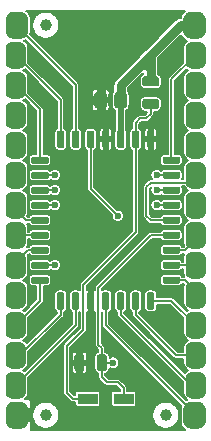
<source format=gtl>
G04 #@! TF.GenerationSoftware,KiCad,Pcbnew,(5.1.5-0-10_14)*
G04 #@! TF.CreationDate,2021-04-02T23:51:13-04:00*
G04 #@! TF.ProjectId,GW28R8128,47573238-5238-4313-9238-2e6b69636164,rev?*
G04 #@! TF.SameCoordinates,Original*
G04 #@! TF.FileFunction,Copper,L1,Top*
G04 #@! TF.FilePolarity,Positive*
%FSLAX46Y46*%
G04 Gerber Fmt 4.6, Leading zero omitted, Abs format (unit mm)*
G04 Created by KiCad (PCBNEW (5.1.5-0-10_14)) date 2021-04-02 23:51:13*
%MOMM*%
%LPD*%
G04 APERTURE LIST*
%ADD10C,0.100000*%
%ADD11C,1.000000*%
%ADD12R,1.700000X0.900000*%
%ADD13C,0.800000*%
%ADD14C,0.600000*%
%ADD15C,0.508000*%
%ADD16C,0.762000*%
%ADD17C,0.152400*%
G04 APERTURE END LIST*
G04 #@! TA.AperFunction,SMDPad,CuDef*
D10*
G36*
X46273329Y-48196023D02*
G01*
X46293957Y-48199083D01*
X46314185Y-48204150D01*
X46333820Y-48211176D01*
X46352672Y-48220092D01*
X46370559Y-48230813D01*
X46387309Y-48243235D01*
X46402760Y-48257240D01*
X46416765Y-48272691D01*
X46429187Y-48289441D01*
X46439908Y-48307328D01*
X46448824Y-48326180D01*
X46455850Y-48345815D01*
X46460917Y-48366043D01*
X46463977Y-48386671D01*
X46465000Y-48407500D01*
X46465000Y-49382500D01*
X46463977Y-49403329D01*
X46460917Y-49423957D01*
X46455850Y-49444185D01*
X46448824Y-49463820D01*
X46439908Y-49482672D01*
X46429187Y-49500559D01*
X46416765Y-49517309D01*
X46402760Y-49532760D01*
X46387309Y-49546765D01*
X46370559Y-49559187D01*
X46352672Y-49569908D01*
X46333820Y-49578824D01*
X46314185Y-49585850D01*
X46293957Y-49590917D01*
X46273329Y-49593977D01*
X46252500Y-49595000D01*
X45827500Y-49595000D01*
X45806671Y-49593977D01*
X45786043Y-49590917D01*
X45765815Y-49585850D01*
X45746180Y-49578824D01*
X45727328Y-49569908D01*
X45709441Y-49559187D01*
X45692691Y-49546765D01*
X45677240Y-49532760D01*
X45663235Y-49517309D01*
X45650813Y-49500559D01*
X45640092Y-49482672D01*
X45631176Y-49463820D01*
X45624150Y-49444185D01*
X45619083Y-49423957D01*
X45616023Y-49403329D01*
X45615000Y-49382500D01*
X45615000Y-48407500D01*
X45616023Y-48386671D01*
X45619083Y-48366043D01*
X45624150Y-48345815D01*
X45631176Y-48326180D01*
X45640092Y-48307328D01*
X45650813Y-48289441D01*
X45663235Y-48272691D01*
X45677240Y-48257240D01*
X45692691Y-48243235D01*
X45709441Y-48230813D01*
X45727328Y-48220092D01*
X45746180Y-48211176D01*
X45765815Y-48204150D01*
X45786043Y-48199083D01*
X45806671Y-48196023D01*
X45827500Y-48195000D01*
X46252500Y-48195000D01*
X46273329Y-48196023D01*
G37*
G04 #@! TD.AperFunction*
G04 #@! TA.AperFunction,SMDPad,CuDef*
G36*
X48173329Y-48196023D02*
G01*
X48193957Y-48199083D01*
X48214185Y-48204150D01*
X48233820Y-48211176D01*
X48252672Y-48220092D01*
X48270559Y-48230813D01*
X48287309Y-48243235D01*
X48302760Y-48257240D01*
X48316765Y-48272691D01*
X48329187Y-48289441D01*
X48339908Y-48307328D01*
X48348824Y-48326180D01*
X48355850Y-48345815D01*
X48360917Y-48366043D01*
X48363977Y-48386671D01*
X48365000Y-48407500D01*
X48365000Y-49382500D01*
X48363977Y-49403329D01*
X48360917Y-49423957D01*
X48355850Y-49444185D01*
X48348824Y-49463820D01*
X48339908Y-49482672D01*
X48329187Y-49500559D01*
X48316765Y-49517309D01*
X48302760Y-49532760D01*
X48287309Y-49546765D01*
X48270559Y-49559187D01*
X48252672Y-49569908D01*
X48233820Y-49578824D01*
X48214185Y-49585850D01*
X48193957Y-49590917D01*
X48173329Y-49593977D01*
X48152500Y-49595000D01*
X47727500Y-49595000D01*
X47706671Y-49593977D01*
X47686043Y-49590917D01*
X47665815Y-49585850D01*
X47646180Y-49578824D01*
X47627328Y-49569908D01*
X47609441Y-49559187D01*
X47592691Y-49546765D01*
X47577240Y-49532760D01*
X47563235Y-49517309D01*
X47550813Y-49500559D01*
X47540092Y-49482672D01*
X47531176Y-49463820D01*
X47524150Y-49444185D01*
X47519083Y-49423957D01*
X47516023Y-49403329D01*
X47515000Y-49382500D01*
X47515000Y-48407500D01*
X47516023Y-48386671D01*
X47519083Y-48366043D01*
X47524150Y-48345815D01*
X47531176Y-48326180D01*
X47540092Y-48307328D01*
X47550813Y-48289441D01*
X47563235Y-48272691D01*
X47577240Y-48257240D01*
X47592691Y-48243235D01*
X47609441Y-48230813D01*
X47627328Y-48220092D01*
X47646180Y-48211176D01*
X47665815Y-48204150D01*
X47686043Y-48199083D01*
X47706671Y-48196023D01*
X47727500Y-48195000D01*
X48152500Y-48195000D01*
X48173329Y-48196023D01*
G37*
G04 #@! TD.AperFunction*
G04 #@! TA.AperFunction,SMDPad,CuDef*
G36*
X48118229Y-25971264D02*
G01*
X48143711Y-25975044D01*
X48168700Y-25981303D01*
X48192954Y-25989982D01*
X48216242Y-26000996D01*
X48238337Y-26014239D01*
X48259028Y-26029585D01*
X48278116Y-26046884D01*
X48295415Y-26065972D01*
X48310761Y-26086663D01*
X48324004Y-26108758D01*
X48335018Y-26132046D01*
X48343697Y-26156300D01*
X48349956Y-26181289D01*
X48353736Y-26206771D01*
X48355000Y-26232500D01*
X48355000Y-27107500D01*
X48353736Y-27133229D01*
X48349956Y-27158711D01*
X48343697Y-27183700D01*
X48335018Y-27207954D01*
X48324004Y-27231242D01*
X48310761Y-27253337D01*
X48295415Y-27274028D01*
X48278116Y-27293116D01*
X48259028Y-27310415D01*
X48238337Y-27325761D01*
X48216242Y-27339004D01*
X48192954Y-27350018D01*
X48168700Y-27358697D01*
X48143711Y-27364956D01*
X48118229Y-27368736D01*
X48092500Y-27370000D01*
X47567500Y-27370000D01*
X47541771Y-27368736D01*
X47516289Y-27364956D01*
X47491300Y-27358697D01*
X47467046Y-27350018D01*
X47443758Y-27339004D01*
X47421663Y-27325761D01*
X47400972Y-27310415D01*
X47381884Y-27293116D01*
X47364585Y-27274028D01*
X47349239Y-27253337D01*
X47335996Y-27231242D01*
X47324982Y-27207954D01*
X47316303Y-27183700D01*
X47310044Y-27158711D01*
X47306264Y-27133229D01*
X47305000Y-27107500D01*
X47305000Y-26232500D01*
X47306264Y-26206771D01*
X47310044Y-26181289D01*
X47316303Y-26156300D01*
X47324982Y-26132046D01*
X47335996Y-26108758D01*
X47349239Y-26086663D01*
X47364585Y-26065972D01*
X47381884Y-26046884D01*
X47400972Y-26029585D01*
X47421663Y-26014239D01*
X47443758Y-26000996D01*
X47467046Y-25989982D01*
X47491300Y-25981303D01*
X47516289Y-25975044D01*
X47541771Y-25971264D01*
X47567500Y-25970000D01*
X48092500Y-25970000D01*
X48118229Y-25971264D01*
G37*
G04 #@! TD.AperFunction*
G04 #@! TA.AperFunction,SMDPad,CuDef*
G36*
X49818229Y-25971264D02*
G01*
X49843711Y-25975044D01*
X49868700Y-25981303D01*
X49892954Y-25989982D01*
X49916242Y-26000996D01*
X49938337Y-26014239D01*
X49959028Y-26029585D01*
X49978116Y-26046884D01*
X49995415Y-26065972D01*
X50010761Y-26086663D01*
X50024004Y-26108758D01*
X50035018Y-26132046D01*
X50043697Y-26156300D01*
X50049956Y-26181289D01*
X50053736Y-26206771D01*
X50055000Y-26232500D01*
X50055000Y-27107500D01*
X50053736Y-27133229D01*
X50049956Y-27158711D01*
X50043697Y-27183700D01*
X50035018Y-27207954D01*
X50024004Y-27231242D01*
X50010761Y-27253337D01*
X49995415Y-27274028D01*
X49978116Y-27293116D01*
X49959028Y-27310415D01*
X49938337Y-27325761D01*
X49916242Y-27339004D01*
X49892954Y-27350018D01*
X49868700Y-27358697D01*
X49843711Y-27364956D01*
X49818229Y-27368736D01*
X49792500Y-27370000D01*
X49267500Y-27370000D01*
X49241771Y-27368736D01*
X49216289Y-27364956D01*
X49191300Y-27358697D01*
X49167046Y-27350018D01*
X49143758Y-27339004D01*
X49121663Y-27325761D01*
X49100972Y-27310415D01*
X49081884Y-27293116D01*
X49064585Y-27274028D01*
X49049239Y-27253337D01*
X49035996Y-27231242D01*
X49024982Y-27207954D01*
X49016303Y-27183700D01*
X49010044Y-27158711D01*
X49006264Y-27133229D01*
X49005000Y-27107500D01*
X49005000Y-26232500D01*
X49006264Y-26206771D01*
X49010044Y-26181289D01*
X49016303Y-26156300D01*
X49024982Y-26132046D01*
X49035996Y-26108758D01*
X49049239Y-26086663D01*
X49064585Y-26065972D01*
X49081884Y-26046884D01*
X49100972Y-26029585D01*
X49121663Y-26014239D01*
X49143758Y-26000996D01*
X49167046Y-25989982D01*
X49191300Y-25981303D01*
X49216289Y-25975044D01*
X49241771Y-25971264D01*
X49267500Y-25970000D01*
X49792500Y-25970000D01*
X49818229Y-25971264D01*
G37*
G04 #@! TD.AperFunction*
G04 #@! TA.AperFunction,SMDPad,CuDef*
G36*
X52578329Y-26561023D02*
G01*
X52598957Y-26564083D01*
X52619185Y-26569150D01*
X52638820Y-26576176D01*
X52657672Y-26585092D01*
X52675559Y-26595813D01*
X52692309Y-26608235D01*
X52707760Y-26622240D01*
X52721765Y-26637691D01*
X52734187Y-26654441D01*
X52744908Y-26672328D01*
X52753824Y-26691180D01*
X52760850Y-26710815D01*
X52765917Y-26731043D01*
X52768977Y-26751671D01*
X52770000Y-26772500D01*
X52770000Y-27197500D01*
X52768977Y-27218329D01*
X52765917Y-27238957D01*
X52760850Y-27259185D01*
X52753824Y-27278820D01*
X52744908Y-27297672D01*
X52734187Y-27315559D01*
X52721765Y-27332309D01*
X52707760Y-27347760D01*
X52692309Y-27361765D01*
X52675559Y-27374187D01*
X52657672Y-27384908D01*
X52638820Y-27393824D01*
X52619185Y-27400850D01*
X52598957Y-27405917D01*
X52578329Y-27408977D01*
X52557500Y-27410000D01*
X51582500Y-27410000D01*
X51561671Y-27408977D01*
X51541043Y-27405917D01*
X51520815Y-27400850D01*
X51501180Y-27393824D01*
X51482328Y-27384908D01*
X51464441Y-27374187D01*
X51447691Y-27361765D01*
X51432240Y-27347760D01*
X51418235Y-27332309D01*
X51405813Y-27315559D01*
X51395092Y-27297672D01*
X51386176Y-27278820D01*
X51379150Y-27259185D01*
X51374083Y-27238957D01*
X51371023Y-27218329D01*
X51370000Y-27197500D01*
X51370000Y-26772500D01*
X51371023Y-26751671D01*
X51374083Y-26731043D01*
X51379150Y-26710815D01*
X51386176Y-26691180D01*
X51395092Y-26672328D01*
X51405813Y-26654441D01*
X51418235Y-26637691D01*
X51432240Y-26622240D01*
X51447691Y-26608235D01*
X51464441Y-26595813D01*
X51482328Y-26585092D01*
X51501180Y-26576176D01*
X51520815Y-26569150D01*
X51541043Y-26564083D01*
X51561671Y-26561023D01*
X51582500Y-26560000D01*
X52557500Y-26560000D01*
X52578329Y-26561023D01*
G37*
G04 #@! TD.AperFunction*
G04 #@! TA.AperFunction,SMDPad,CuDef*
G36*
X52578329Y-24661023D02*
G01*
X52598957Y-24664083D01*
X52619185Y-24669150D01*
X52638820Y-24676176D01*
X52657672Y-24685092D01*
X52675559Y-24695813D01*
X52692309Y-24708235D01*
X52707760Y-24722240D01*
X52721765Y-24737691D01*
X52734187Y-24754441D01*
X52744908Y-24772328D01*
X52753824Y-24791180D01*
X52760850Y-24810815D01*
X52765917Y-24831043D01*
X52768977Y-24851671D01*
X52770000Y-24872500D01*
X52770000Y-25297500D01*
X52768977Y-25318329D01*
X52765917Y-25338957D01*
X52760850Y-25359185D01*
X52753824Y-25378820D01*
X52744908Y-25397672D01*
X52734187Y-25415559D01*
X52721765Y-25432309D01*
X52707760Y-25447760D01*
X52692309Y-25461765D01*
X52675559Y-25474187D01*
X52657672Y-25484908D01*
X52638820Y-25493824D01*
X52619185Y-25500850D01*
X52598957Y-25505917D01*
X52578329Y-25508977D01*
X52557500Y-25510000D01*
X51582500Y-25510000D01*
X51561671Y-25508977D01*
X51541043Y-25505917D01*
X51520815Y-25500850D01*
X51501180Y-25493824D01*
X51482328Y-25484908D01*
X51464441Y-25474187D01*
X51447691Y-25461765D01*
X51432240Y-25447760D01*
X51418235Y-25432309D01*
X51405813Y-25415559D01*
X51395092Y-25397672D01*
X51386176Y-25378820D01*
X51379150Y-25359185D01*
X51374083Y-25338957D01*
X51371023Y-25318329D01*
X51370000Y-25297500D01*
X51370000Y-24872500D01*
X51371023Y-24851671D01*
X51374083Y-24831043D01*
X51379150Y-24810815D01*
X51386176Y-24791180D01*
X51395092Y-24772328D01*
X51405813Y-24754441D01*
X51418235Y-24737691D01*
X51432240Y-24722240D01*
X51447691Y-24708235D01*
X51464441Y-24695813D01*
X51482328Y-24685092D01*
X51501180Y-24676176D01*
X51520815Y-24669150D01*
X51541043Y-24664083D01*
X51561671Y-24661023D01*
X51582500Y-24660000D01*
X52557500Y-24660000D01*
X52578329Y-24661023D01*
G37*
G04 #@! TD.AperFunction*
G04 #@! TA.AperFunction,ComponentPad*
G36*
X56130181Y-19183202D02*
G01*
X56194735Y-19192778D01*
X56258039Y-19208635D01*
X56319484Y-19230620D01*
X56378479Y-19258522D01*
X56434454Y-19292073D01*
X56486872Y-19330948D01*
X56535226Y-19374774D01*
X56579052Y-19423128D01*
X56617927Y-19475546D01*
X56651478Y-19531521D01*
X56679380Y-19590516D01*
X56701365Y-19651961D01*
X56717222Y-19715265D01*
X56726798Y-19779819D01*
X56730000Y-19845000D01*
X56730000Y-20795000D01*
X56726798Y-20860181D01*
X56717222Y-20924735D01*
X56701365Y-20988039D01*
X56679380Y-21049484D01*
X56651478Y-21108479D01*
X56617927Y-21164454D01*
X56579052Y-21216872D01*
X56535226Y-21265226D01*
X56486872Y-21309052D01*
X56434454Y-21347927D01*
X56378479Y-21381478D01*
X56319484Y-21409380D01*
X56258039Y-21431365D01*
X56194735Y-21447222D01*
X56130181Y-21456798D01*
X56065000Y-21460000D01*
X55495000Y-21460000D01*
X55429819Y-21456798D01*
X55365265Y-21447222D01*
X55301961Y-21431365D01*
X55240516Y-21409380D01*
X55181521Y-21381478D01*
X55125546Y-21347927D01*
X55073128Y-21309052D01*
X55024774Y-21265226D01*
X54980948Y-21216872D01*
X54942073Y-21164454D01*
X54908522Y-21108479D01*
X54880620Y-21049484D01*
X54858635Y-20988039D01*
X54842778Y-20924735D01*
X54833202Y-20860181D01*
X54830000Y-20795000D01*
X54830000Y-19845000D01*
X54833202Y-19779819D01*
X54842778Y-19715265D01*
X54858635Y-19651961D01*
X54880620Y-19590516D01*
X54908522Y-19531521D01*
X54942073Y-19475546D01*
X54980948Y-19423128D01*
X55024774Y-19374774D01*
X55073128Y-19330948D01*
X55125546Y-19292073D01*
X55181521Y-19258522D01*
X55240516Y-19230620D01*
X55301961Y-19208635D01*
X55365265Y-19192778D01*
X55429819Y-19183202D01*
X55495000Y-19180000D01*
X56065000Y-19180000D01*
X56130181Y-19183202D01*
G37*
G04 #@! TD.AperFunction*
G04 #@! TA.AperFunction,ComponentPad*
G36*
X41090181Y-52203202D02*
G01*
X41154735Y-52212778D01*
X41218039Y-52228635D01*
X41279484Y-52250620D01*
X41338479Y-52278522D01*
X41394454Y-52312073D01*
X41446872Y-52350948D01*
X41495226Y-52394774D01*
X41539052Y-52443128D01*
X41577927Y-52495546D01*
X41611478Y-52551521D01*
X41639380Y-52610516D01*
X41661365Y-52671961D01*
X41677222Y-52735265D01*
X41686798Y-52799819D01*
X41690000Y-52865000D01*
X41690000Y-53815000D01*
X41686798Y-53880181D01*
X41677222Y-53944735D01*
X41661365Y-54008039D01*
X41639380Y-54069484D01*
X41611478Y-54128479D01*
X41577927Y-54184454D01*
X41539052Y-54236872D01*
X41495226Y-54285226D01*
X41446872Y-54329052D01*
X41394454Y-54367927D01*
X41338479Y-54401478D01*
X41279484Y-54429380D01*
X41218039Y-54451365D01*
X41154735Y-54467222D01*
X41090181Y-54476798D01*
X41025000Y-54480000D01*
X40455000Y-54480000D01*
X40389819Y-54476798D01*
X40325265Y-54467222D01*
X40261961Y-54451365D01*
X40200516Y-54429380D01*
X40141521Y-54401478D01*
X40085546Y-54367927D01*
X40033128Y-54329052D01*
X39984774Y-54285226D01*
X39940948Y-54236872D01*
X39902073Y-54184454D01*
X39868522Y-54128479D01*
X39840620Y-54069484D01*
X39818635Y-54008039D01*
X39802778Y-53944735D01*
X39793202Y-53880181D01*
X39790000Y-53815000D01*
X39790000Y-52865000D01*
X39793202Y-52799819D01*
X39802778Y-52735265D01*
X39818635Y-52671961D01*
X39840620Y-52610516D01*
X39868522Y-52551521D01*
X39902073Y-52495546D01*
X39940948Y-52443128D01*
X39984774Y-52394774D01*
X40033128Y-52350948D01*
X40085546Y-52312073D01*
X40141521Y-52278522D01*
X40200516Y-52250620D01*
X40261961Y-52228635D01*
X40325265Y-52212778D01*
X40389819Y-52203202D01*
X40455000Y-52200000D01*
X41025000Y-52200000D01*
X41090181Y-52203202D01*
G37*
G04 #@! TD.AperFunction*
G04 #@! TA.AperFunction,ComponentPad*
G36*
X56193320Y-21722865D02*
G01*
X56251079Y-21731433D01*
X56307719Y-21745621D01*
X56362697Y-21765292D01*
X56415481Y-21790257D01*
X56465564Y-21820276D01*
X56512464Y-21855059D01*
X56555729Y-21894271D01*
X56594941Y-21937536D01*
X56629724Y-21984436D01*
X56659743Y-22034519D01*
X56684708Y-22087303D01*
X56704379Y-22142281D01*
X56718567Y-22198921D01*
X56727135Y-22256680D01*
X56730000Y-22315000D01*
X56730000Y-23405000D01*
X56727135Y-23463320D01*
X56718567Y-23521079D01*
X56704379Y-23577719D01*
X56684708Y-23632697D01*
X56659743Y-23685481D01*
X56629724Y-23735564D01*
X56594941Y-23782464D01*
X56555729Y-23825729D01*
X56512464Y-23864941D01*
X56465564Y-23899724D01*
X56415481Y-23929743D01*
X56362697Y-23954708D01*
X56307719Y-23974379D01*
X56251079Y-23988567D01*
X56193320Y-23997135D01*
X56135000Y-24000000D01*
X55625000Y-24000000D01*
X55566680Y-23997135D01*
X55508921Y-23988567D01*
X55452281Y-23974379D01*
X55397303Y-23954708D01*
X55344519Y-23929743D01*
X55294436Y-23899724D01*
X55247536Y-23864941D01*
X55204271Y-23825729D01*
X55165059Y-23782464D01*
X55130276Y-23735564D01*
X55100257Y-23685481D01*
X55075292Y-23632697D01*
X55055621Y-23577719D01*
X55041433Y-23521079D01*
X55032865Y-23463320D01*
X55030000Y-23405000D01*
X55030000Y-22315000D01*
X55032865Y-22256680D01*
X55041433Y-22198921D01*
X55055621Y-22142281D01*
X55075292Y-22087303D01*
X55100257Y-22034519D01*
X55130276Y-21984436D01*
X55165059Y-21937536D01*
X55204271Y-21894271D01*
X55247536Y-21855059D01*
X55294436Y-21820276D01*
X55344519Y-21790257D01*
X55397303Y-21765292D01*
X55452281Y-21745621D01*
X55508921Y-21731433D01*
X55566680Y-21722865D01*
X55625000Y-21720000D01*
X56135000Y-21720000D01*
X56193320Y-21722865D01*
G37*
G04 #@! TD.AperFunction*
G04 #@! TA.AperFunction,ComponentPad*
G36*
X40953320Y-49662865D02*
G01*
X41011079Y-49671433D01*
X41067719Y-49685621D01*
X41122697Y-49705292D01*
X41175481Y-49730257D01*
X41225564Y-49760276D01*
X41272464Y-49795059D01*
X41315729Y-49834271D01*
X41354941Y-49877536D01*
X41389724Y-49924436D01*
X41419743Y-49974519D01*
X41444708Y-50027303D01*
X41464379Y-50082281D01*
X41478567Y-50138921D01*
X41487135Y-50196680D01*
X41490000Y-50255000D01*
X41490000Y-51345000D01*
X41487135Y-51403320D01*
X41478567Y-51461079D01*
X41464379Y-51517719D01*
X41444708Y-51572697D01*
X41419743Y-51625481D01*
X41389724Y-51675564D01*
X41354941Y-51722464D01*
X41315729Y-51765729D01*
X41272464Y-51804941D01*
X41225564Y-51839724D01*
X41175481Y-51869743D01*
X41122697Y-51894708D01*
X41067719Y-51914379D01*
X41011079Y-51928567D01*
X40953320Y-51937135D01*
X40895000Y-51940000D01*
X40385000Y-51940000D01*
X40326680Y-51937135D01*
X40268921Y-51928567D01*
X40212281Y-51914379D01*
X40157303Y-51894708D01*
X40104519Y-51869743D01*
X40054436Y-51839724D01*
X40007536Y-51804941D01*
X39964271Y-51765729D01*
X39925059Y-51722464D01*
X39890276Y-51675564D01*
X39860257Y-51625481D01*
X39835292Y-51572697D01*
X39815621Y-51517719D01*
X39801433Y-51461079D01*
X39792865Y-51403320D01*
X39790000Y-51345000D01*
X39790000Y-50255000D01*
X39792865Y-50196680D01*
X39801433Y-50138921D01*
X39815621Y-50082281D01*
X39835292Y-50027303D01*
X39860257Y-49974519D01*
X39890276Y-49924436D01*
X39925059Y-49877536D01*
X39964271Y-49834271D01*
X40007536Y-49795059D01*
X40054436Y-49760276D01*
X40104519Y-49730257D01*
X40157303Y-49705292D01*
X40212281Y-49685621D01*
X40268921Y-49671433D01*
X40326680Y-49662865D01*
X40385000Y-49660000D01*
X40895000Y-49660000D01*
X40953320Y-49662865D01*
G37*
G04 #@! TD.AperFunction*
G04 #@! TA.AperFunction,ComponentPad*
G36*
X56193320Y-24262865D02*
G01*
X56251079Y-24271433D01*
X56307719Y-24285621D01*
X56362697Y-24305292D01*
X56415481Y-24330257D01*
X56465564Y-24360276D01*
X56512464Y-24395059D01*
X56555729Y-24434271D01*
X56594941Y-24477536D01*
X56629724Y-24524436D01*
X56659743Y-24574519D01*
X56684708Y-24627303D01*
X56704379Y-24682281D01*
X56718567Y-24738921D01*
X56727135Y-24796680D01*
X56730000Y-24855000D01*
X56730000Y-25945000D01*
X56727135Y-26003320D01*
X56718567Y-26061079D01*
X56704379Y-26117719D01*
X56684708Y-26172697D01*
X56659743Y-26225481D01*
X56629724Y-26275564D01*
X56594941Y-26322464D01*
X56555729Y-26365729D01*
X56512464Y-26404941D01*
X56465564Y-26439724D01*
X56415481Y-26469743D01*
X56362697Y-26494708D01*
X56307719Y-26514379D01*
X56251079Y-26528567D01*
X56193320Y-26537135D01*
X56135000Y-26540000D01*
X55625000Y-26540000D01*
X55566680Y-26537135D01*
X55508921Y-26528567D01*
X55452281Y-26514379D01*
X55397303Y-26494708D01*
X55344519Y-26469743D01*
X55294436Y-26439724D01*
X55247536Y-26404941D01*
X55204271Y-26365729D01*
X55165059Y-26322464D01*
X55130276Y-26275564D01*
X55100257Y-26225481D01*
X55075292Y-26172697D01*
X55055621Y-26117719D01*
X55041433Y-26061079D01*
X55032865Y-26003320D01*
X55030000Y-25945000D01*
X55030000Y-24855000D01*
X55032865Y-24796680D01*
X55041433Y-24738921D01*
X55055621Y-24682281D01*
X55075292Y-24627303D01*
X55100257Y-24574519D01*
X55130276Y-24524436D01*
X55165059Y-24477536D01*
X55204271Y-24434271D01*
X55247536Y-24395059D01*
X55294436Y-24360276D01*
X55344519Y-24330257D01*
X55397303Y-24305292D01*
X55452281Y-24285621D01*
X55508921Y-24271433D01*
X55566680Y-24262865D01*
X55625000Y-24260000D01*
X56135000Y-24260000D01*
X56193320Y-24262865D01*
G37*
G04 #@! TD.AperFunction*
G04 #@! TA.AperFunction,ComponentPad*
G36*
X40953320Y-47122865D02*
G01*
X41011079Y-47131433D01*
X41067719Y-47145621D01*
X41122697Y-47165292D01*
X41175481Y-47190257D01*
X41225564Y-47220276D01*
X41272464Y-47255059D01*
X41315729Y-47294271D01*
X41354941Y-47337536D01*
X41389724Y-47384436D01*
X41419743Y-47434519D01*
X41444708Y-47487303D01*
X41464379Y-47542281D01*
X41478567Y-47598921D01*
X41487135Y-47656680D01*
X41490000Y-47715000D01*
X41490000Y-48805000D01*
X41487135Y-48863320D01*
X41478567Y-48921079D01*
X41464379Y-48977719D01*
X41444708Y-49032697D01*
X41419743Y-49085481D01*
X41389724Y-49135564D01*
X41354941Y-49182464D01*
X41315729Y-49225729D01*
X41272464Y-49264941D01*
X41225564Y-49299724D01*
X41175481Y-49329743D01*
X41122697Y-49354708D01*
X41067719Y-49374379D01*
X41011079Y-49388567D01*
X40953320Y-49397135D01*
X40895000Y-49400000D01*
X40385000Y-49400000D01*
X40326680Y-49397135D01*
X40268921Y-49388567D01*
X40212281Y-49374379D01*
X40157303Y-49354708D01*
X40104519Y-49329743D01*
X40054436Y-49299724D01*
X40007536Y-49264941D01*
X39964271Y-49225729D01*
X39925059Y-49182464D01*
X39890276Y-49135564D01*
X39860257Y-49085481D01*
X39835292Y-49032697D01*
X39815621Y-48977719D01*
X39801433Y-48921079D01*
X39792865Y-48863320D01*
X39790000Y-48805000D01*
X39790000Y-47715000D01*
X39792865Y-47656680D01*
X39801433Y-47598921D01*
X39815621Y-47542281D01*
X39835292Y-47487303D01*
X39860257Y-47434519D01*
X39890276Y-47384436D01*
X39925059Y-47337536D01*
X39964271Y-47294271D01*
X40007536Y-47255059D01*
X40054436Y-47220276D01*
X40104519Y-47190257D01*
X40157303Y-47165292D01*
X40212281Y-47145621D01*
X40268921Y-47131433D01*
X40326680Y-47122865D01*
X40385000Y-47120000D01*
X40895000Y-47120000D01*
X40953320Y-47122865D01*
G37*
G04 #@! TD.AperFunction*
G04 #@! TA.AperFunction,ComponentPad*
G36*
X56193320Y-26802865D02*
G01*
X56251079Y-26811433D01*
X56307719Y-26825621D01*
X56362697Y-26845292D01*
X56415481Y-26870257D01*
X56465564Y-26900276D01*
X56512464Y-26935059D01*
X56555729Y-26974271D01*
X56594941Y-27017536D01*
X56629724Y-27064436D01*
X56659743Y-27114519D01*
X56684708Y-27167303D01*
X56704379Y-27222281D01*
X56718567Y-27278921D01*
X56727135Y-27336680D01*
X56730000Y-27395000D01*
X56730000Y-28485000D01*
X56727135Y-28543320D01*
X56718567Y-28601079D01*
X56704379Y-28657719D01*
X56684708Y-28712697D01*
X56659743Y-28765481D01*
X56629724Y-28815564D01*
X56594941Y-28862464D01*
X56555729Y-28905729D01*
X56512464Y-28944941D01*
X56465564Y-28979724D01*
X56415481Y-29009743D01*
X56362697Y-29034708D01*
X56307719Y-29054379D01*
X56251079Y-29068567D01*
X56193320Y-29077135D01*
X56135000Y-29080000D01*
X55625000Y-29080000D01*
X55566680Y-29077135D01*
X55508921Y-29068567D01*
X55452281Y-29054379D01*
X55397303Y-29034708D01*
X55344519Y-29009743D01*
X55294436Y-28979724D01*
X55247536Y-28944941D01*
X55204271Y-28905729D01*
X55165059Y-28862464D01*
X55130276Y-28815564D01*
X55100257Y-28765481D01*
X55075292Y-28712697D01*
X55055621Y-28657719D01*
X55041433Y-28601079D01*
X55032865Y-28543320D01*
X55030000Y-28485000D01*
X55030000Y-27395000D01*
X55032865Y-27336680D01*
X55041433Y-27278921D01*
X55055621Y-27222281D01*
X55075292Y-27167303D01*
X55100257Y-27114519D01*
X55130276Y-27064436D01*
X55165059Y-27017536D01*
X55204271Y-26974271D01*
X55247536Y-26935059D01*
X55294436Y-26900276D01*
X55344519Y-26870257D01*
X55397303Y-26845292D01*
X55452281Y-26825621D01*
X55508921Y-26811433D01*
X55566680Y-26802865D01*
X55625000Y-26800000D01*
X56135000Y-26800000D01*
X56193320Y-26802865D01*
G37*
G04 #@! TD.AperFunction*
G04 #@! TA.AperFunction,ComponentPad*
G36*
X40953320Y-44582865D02*
G01*
X41011079Y-44591433D01*
X41067719Y-44605621D01*
X41122697Y-44625292D01*
X41175481Y-44650257D01*
X41225564Y-44680276D01*
X41272464Y-44715059D01*
X41315729Y-44754271D01*
X41354941Y-44797536D01*
X41389724Y-44844436D01*
X41419743Y-44894519D01*
X41444708Y-44947303D01*
X41464379Y-45002281D01*
X41478567Y-45058921D01*
X41487135Y-45116680D01*
X41490000Y-45175000D01*
X41490000Y-46265000D01*
X41487135Y-46323320D01*
X41478567Y-46381079D01*
X41464379Y-46437719D01*
X41444708Y-46492697D01*
X41419743Y-46545481D01*
X41389724Y-46595564D01*
X41354941Y-46642464D01*
X41315729Y-46685729D01*
X41272464Y-46724941D01*
X41225564Y-46759724D01*
X41175481Y-46789743D01*
X41122697Y-46814708D01*
X41067719Y-46834379D01*
X41011079Y-46848567D01*
X40953320Y-46857135D01*
X40895000Y-46860000D01*
X40385000Y-46860000D01*
X40326680Y-46857135D01*
X40268921Y-46848567D01*
X40212281Y-46834379D01*
X40157303Y-46814708D01*
X40104519Y-46789743D01*
X40054436Y-46759724D01*
X40007536Y-46724941D01*
X39964271Y-46685729D01*
X39925059Y-46642464D01*
X39890276Y-46595564D01*
X39860257Y-46545481D01*
X39835292Y-46492697D01*
X39815621Y-46437719D01*
X39801433Y-46381079D01*
X39792865Y-46323320D01*
X39790000Y-46265000D01*
X39790000Y-45175000D01*
X39792865Y-45116680D01*
X39801433Y-45058921D01*
X39815621Y-45002281D01*
X39835292Y-44947303D01*
X39860257Y-44894519D01*
X39890276Y-44844436D01*
X39925059Y-44797536D01*
X39964271Y-44754271D01*
X40007536Y-44715059D01*
X40054436Y-44680276D01*
X40104519Y-44650257D01*
X40157303Y-44625292D01*
X40212281Y-44605621D01*
X40268921Y-44591433D01*
X40326680Y-44582865D01*
X40385000Y-44580000D01*
X40895000Y-44580000D01*
X40953320Y-44582865D01*
G37*
G04 #@! TD.AperFunction*
G04 #@! TA.AperFunction,ComponentPad*
G36*
X56193320Y-29342865D02*
G01*
X56251079Y-29351433D01*
X56307719Y-29365621D01*
X56362697Y-29385292D01*
X56415481Y-29410257D01*
X56465564Y-29440276D01*
X56512464Y-29475059D01*
X56555729Y-29514271D01*
X56594941Y-29557536D01*
X56629724Y-29604436D01*
X56659743Y-29654519D01*
X56684708Y-29707303D01*
X56704379Y-29762281D01*
X56718567Y-29818921D01*
X56727135Y-29876680D01*
X56730000Y-29935000D01*
X56730000Y-31025000D01*
X56727135Y-31083320D01*
X56718567Y-31141079D01*
X56704379Y-31197719D01*
X56684708Y-31252697D01*
X56659743Y-31305481D01*
X56629724Y-31355564D01*
X56594941Y-31402464D01*
X56555729Y-31445729D01*
X56512464Y-31484941D01*
X56465564Y-31519724D01*
X56415481Y-31549743D01*
X56362697Y-31574708D01*
X56307719Y-31594379D01*
X56251079Y-31608567D01*
X56193320Y-31617135D01*
X56135000Y-31620000D01*
X55625000Y-31620000D01*
X55566680Y-31617135D01*
X55508921Y-31608567D01*
X55452281Y-31594379D01*
X55397303Y-31574708D01*
X55344519Y-31549743D01*
X55294436Y-31519724D01*
X55247536Y-31484941D01*
X55204271Y-31445729D01*
X55165059Y-31402464D01*
X55130276Y-31355564D01*
X55100257Y-31305481D01*
X55075292Y-31252697D01*
X55055621Y-31197719D01*
X55041433Y-31141079D01*
X55032865Y-31083320D01*
X55030000Y-31025000D01*
X55030000Y-29935000D01*
X55032865Y-29876680D01*
X55041433Y-29818921D01*
X55055621Y-29762281D01*
X55075292Y-29707303D01*
X55100257Y-29654519D01*
X55130276Y-29604436D01*
X55165059Y-29557536D01*
X55204271Y-29514271D01*
X55247536Y-29475059D01*
X55294436Y-29440276D01*
X55344519Y-29410257D01*
X55397303Y-29385292D01*
X55452281Y-29365621D01*
X55508921Y-29351433D01*
X55566680Y-29342865D01*
X55625000Y-29340000D01*
X56135000Y-29340000D01*
X56193320Y-29342865D01*
G37*
G04 #@! TD.AperFunction*
G04 #@! TA.AperFunction,ComponentPad*
G36*
X40953320Y-42042865D02*
G01*
X41011079Y-42051433D01*
X41067719Y-42065621D01*
X41122697Y-42085292D01*
X41175481Y-42110257D01*
X41225564Y-42140276D01*
X41272464Y-42175059D01*
X41315729Y-42214271D01*
X41354941Y-42257536D01*
X41389724Y-42304436D01*
X41419743Y-42354519D01*
X41444708Y-42407303D01*
X41464379Y-42462281D01*
X41478567Y-42518921D01*
X41487135Y-42576680D01*
X41490000Y-42635000D01*
X41490000Y-43725000D01*
X41487135Y-43783320D01*
X41478567Y-43841079D01*
X41464379Y-43897719D01*
X41444708Y-43952697D01*
X41419743Y-44005481D01*
X41389724Y-44055564D01*
X41354941Y-44102464D01*
X41315729Y-44145729D01*
X41272464Y-44184941D01*
X41225564Y-44219724D01*
X41175481Y-44249743D01*
X41122697Y-44274708D01*
X41067719Y-44294379D01*
X41011079Y-44308567D01*
X40953320Y-44317135D01*
X40895000Y-44320000D01*
X40385000Y-44320000D01*
X40326680Y-44317135D01*
X40268921Y-44308567D01*
X40212281Y-44294379D01*
X40157303Y-44274708D01*
X40104519Y-44249743D01*
X40054436Y-44219724D01*
X40007536Y-44184941D01*
X39964271Y-44145729D01*
X39925059Y-44102464D01*
X39890276Y-44055564D01*
X39860257Y-44005481D01*
X39835292Y-43952697D01*
X39815621Y-43897719D01*
X39801433Y-43841079D01*
X39792865Y-43783320D01*
X39790000Y-43725000D01*
X39790000Y-42635000D01*
X39792865Y-42576680D01*
X39801433Y-42518921D01*
X39815621Y-42462281D01*
X39835292Y-42407303D01*
X39860257Y-42354519D01*
X39890276Y-42304436D01*
X39925059Y-42257536D01*
X39964271Y-42214271D01*
X40007536Y-42175059D01*
X40054436Y-42140276D01*
X40104519Y-42110257D01*
X40157303Y-42085292D01*
X40212281Y-42065621D01*
X40268921Y-42051433D01*
X40326680Y-42042865D01*
X40385000Y-42040000D01*
X40895000Y-42040000D01*
X40953320Y-42042865D01*
G37*
G04 #@! TD.AperFunction*
G04 #@! TA.AperFunction,ComponentPad*
G36*
X56193320Y-31882865D02*
G01*
X56251079Y-31891433D01*
X56307719Y-31905621D01*
X56362697Y-31925292D01*
X56415481Y-31950257D01*
X56465564Y-31980276D01*
X56512464Y-32015059D01*
X56555729Y-32054271D01*
X56594941Y-32097536D01*
X56629724Y-32144436D01*
X56659743Y-32194519D01*
X56684708Y-32247303D01*
X56704379Y-32302281D01*
X56718567Y-32358921D01*
X56727135Y-32416680D01*
X56730000Y-32475000D01*
X56730000Y-33565000D01*
X56727135Y-33623320D01*
X56718567Y-33681079D01*
X56704379Y-33737719D01*
X56684708Y-33792697D01*
X56659743Y-33845481D01*
X56629724Y-33895564D01*
X56594941Y-33942464D01*
X56555729Y-33985729D01*
X56512464Y-34024941D01*
X56465564Y-34059724D01*
X56415481Y-34089743D01*
X56362697Y-34114708D01*
X56307719Y-34134379D01*
X56251079Y-34148567D01*
X56193320Y-34157135D01*
X56135000Y-34160000D01*
X55625000Y-34160000D01*
X55566680Y-34157135D01*
X55508921Y-34148567D01*
X55452281Y-34134379D01*
X55397303Y-34114708D01*
X55344519Y-34089743D01*
X55294436Y-34059724D01*
X55247536Y-34024941D01*
X55204271Y-33985729D01*
X55165059Y-33942464D01*
X55130276Y-33895564D01*
X55100257Y-33845481D01*
X55075292Y-33792697D01*
X55055621Y-33737719D01*
X55041433Y-33681079D01*
X55032865Y-33623320D01*
X55030000Y-33565000D01*
X55030000Y-32475000D01*
X55032865Y-32416680D01*
X55041433Y-32358921D01*
X55055621Y-32302281D01*
X55075292Y-32247303D01*
X55100257Y-32194519D01*
X55130276Y-32144436D01*
X55165059Y-32097536D01*
X55204271Y-32054271D01*
X55247536Y-32015059D01*
X55294436Y-31980276D01*
X55344519Y-31950257D01*
X55397303Y-31925292D01*
X55452281Y-31905621D01*
X55508921Y-31891433D01*
X55566680Y-31882865D01*
X55625000Y-31880000D01*
X56135000Y-31880000D01*
X56193320Y-31882865D01*
G37*
G04 #@! TD.AperFunction*
G04 #@! TA.AperFunction,ComponentPad*
G36*
X40953320Y-39502865D02*
G01*
X41011079Y-39511433D01*
X41067719Y-39525621D01*
X41122697Y-39545292D01*
X41175481Y-39570257D01*
X41225564Y-39600276D01*
X41272464Y-39635059D01*
X41315729Y-39674271D01*
X41354941Y-39717536D01*
X41389724Y-39764436D01*
X41419743Y-39814519D01*
X41444708Y-39867303D01*
X41464379Y-39922281D01*
X41478567Y-39978921D01*
X41487135Y-40036680D01*
X41490000Y-40095000D01*
X41490000Y-41185000D01*
X41487135Y-41243320D01*
X41478567Y-41301079D01*
X41464379Y-41357719D01*
X41444708Y-41412697D01*
X41419743Y-41465481D01*
X41389724Y-41515564D01*
X41354941Y-41562464D01*
X41315729Y-41605729D01*
X41272464Y-41644941D01*
X41225564Y-41679724D01*
X41175481Y-41709743D01*
X41122697Y-41734708D01*
X41067719Y-41754379D01*
X41011079Y-41768567D01*
X40953320Y-41777135D01*
X40895000Y-41780000D01*
X40385000Y-41780000D01*
X40326680Y-41777135D01*
X40268921Y-41768567D01*
X40212281Y-41754379D01*
X40157303Y-41734708D01*
X40104519Y-41709743D01*
X40054436Y-41679724D01*
X40007536Y-41644941D01*
X39964271Y-41605729D01*
X39925059Y-41562464D01*
X39890276Y-41515564D01*
X39860257Y-41465481D01*
X39835292Y-41412697D01*
X39815621Y-41357719D01*
X39801433Y-41301079D01*
X39792865Y-41243320D01*
X39790000Y-41185000D01*
X39790000Y-40095000D01*
X39792865Y-40036680D01*
X39801433Y-39978921D01*
X39815621Y-39922281D01*
X39835292Y-39867303D01*
X39860257Y-39814519D01*
X39890276Y-39764436D01*
X39925059Y-39717536D01*
X39964271Y-39674271D01*
X40007536Y-39635059D01*
X40054436Y-39600276D01*
X40104519Y-39570257D01*
X40157303Y-39545292D01*
X40212281Y-39525621D01*
X40268921Y-39511433D01*
X40326680Y-39502865D01*
X40385000Y-39500000D01*
X40895000Y-39500000D01*
X40953320Y-39502865D01*
G37*
G04 #@! TD.AperFunction*
G04 #@! TA.AperFunction,ComponentPad*
G36*
X56193320Y-34422865D02*
G01*
X56251079Y-34431433D01*
X56307719Y-34445621D01*
X56362697Y-34465292D01*
X56415481Y-34490257D01*
X56465564Y-34520276D01*
X56512464Y-34555059D01*
X56555729Y-34594271D01*
X56594941Y-34637536D01*
X56629724Y-34684436D01*
X56659743Y-34734519D01*
X56684708Y-34787303D01*
X56704379Y-34842281D01*
X56718567Y-34898921D01*
X56727135Y-34956680D01*
X56730000Y-35015000D01*
X56730000Y-36105000D01*
X56727135Y-36163320D01*
X56718567Y-36221079D01*
X56704379Y-36277719D01*
X56684708Y-36332697D01*
X56659743Y-36385481D01*
X56629724Y-36435564D01*
X56594941Y-36482464D01*
X56555729Y-36525729D01*
X56512464Y-36564941D01*
X56465564Y-36599724D01*
X56415481Y-36629743D01*
X56362697Y-36654708D01*
X56307719Y-36674379D01*
X56251079Y-36688567D01*
X56193320Y-36697135D01*
X56135000Y-36700000D01*
X55625000Y-36700000D01*
X55566680Y-36697135D01*
X55508921Y-36688567D01*
X55452281Y-36674379D01*
X55397303Y-36654708D01*
X55344519Y-36629743D01*
X55294436Y-36599724D01*
X55247536Y-36564941D01*
X55204271Y-36525729D01*
X55165059Y-36482464D01*
X55130276Y-36435564D01*
X55100257Y-36385481D01*
X55075292Y-36332697D01*
X55055621Y-36277719D01*
X55041433Y-36221079D01*
X55032865Y-36163320D01*
X55030000Y-36105000D01*
X55030000Y-35015000D01*
X55032865Y-34956680D01*
X55041433Y-34898921D01*
X55055621Y-34842281D01*
X55075292Y-34787303D01*
X55100257Y-34734519D01*
X55130276Y-34684436D01*
X55165059Y-34637536D01*
X55204271Y-34594271D01*
X55247536Y-34555059D01*
X55294436Y-34520276D01*
X55344519Y-34490257D01*
X55397303Y-34465292D01*
X55452281Y-34445621D01*
X55508921Y-34431433D01*
X55566680Y-34422865D01*
X55625000Y-34420000D01*
X56135000Y-34420000D01*
X56193320Y-34422865D01*
G37*
G04 #@! TD.AperFunction*
G04 #@! TA.AperFunction,ComponentPad*
G36*
X40953320Y-36962865D02*
G01*
X41011079Y-36971433D01*
X41067719Y-36985621D01*
X41122697Y-37005292D01*
X41175481Y-37030257D01*
X41225564Y-37060276D01*
X41272464Y-37095059D01*
X41315729Y-37134271D01*
X41354941Y-37177536D01*
X41389724Y-37224436D01*
X41419743Y-37274519D01*
X41444708Y-37327303D01*
X41464379Y-37382281D01*
X41478567Y-37438921D01*
X41487135Y-37496680D01*
X41490000Y-37555000D01*
X41490000Y-38645000D01*
X41487135Y-38703320D01*
X41478567Y-38761079D01*
X41464379Y-38817719D01*
X41444708Y-38872697D01*
X41419743Y-38925481D01*
X41389724Y-38975564D01*
X41354941Y-39022464D01*
X41315729Y-39065729D01*
X41272464Y-39104941D01*
X41225564Y-39139724D01*
X41175481Y-39169743D01*
X41122697Y-39194708D01*
X41067719Y-39214379D01*
X41011079Y-39228567D01*
X40953320Y-39237135D01*
X40895000Y-39240000D01*
X40385000Y-39240000D01*
X40326680Y-39237135D01*
X40268921Y-39228567D01*
X40212281Y-39214379D01*
X40157303Y-39194708D01*
X40104519Y-39169743D01*
X40054436Y-39139724D01*
X40007536Y-39104941D01*
X39964271Y-39065729D01*
X39925059Y-39022464D01*
X39890276Y-38975564D01*
X39860257Y-38925481D01*
X39835292Y-38872697D01*
X39815621Y-38817719D01*
X39801433Y-38761079D01*
X39792865Y-38703320D01*
X39790000Y-38645000D01*
X39790000Y-37555000D01*
X39792865Y-37496680D01*
X39801433Y-37438921D01*
X39815621Y-37382281D01*
X39835292Y-37327303D01*
X39860257Y-37274519D01*
X39890276Y-37224436D01*
X39925059Y-37177536D01*
X39964271Y-37134271D01*
X40007536Y-37095059D01*
X40054436Y-37060276D01*
X40104519Y-37030257D01*
X40157303Y-37005292D01*
X40212281Y-36985621D01*
X40268921Y-36971433D01*
X40326680Y-36962865D01*
X40385000Y-36960000D01*
X40895000Y-36960000D01*
X40953320Y-36962865D01*
G37*
G04 #@! TD.AperFunction*
G04 #@! TA.AperFunction,ComponentPad*
G36*
X56193320Y-36962865D02*
G01*
X56251079Y-36971433D01*
X56307719Y-36985621D01*
X56362697Y-37005292D01*
X56415481Y-37030257D01*
X56465564Y-37060276D01*
X56512464Y-37095059D01*
X56555729Y-37134271D01*
X56594941Y-37177536D01*
X56629724Y-37224436D01*
X56659743Y-37274519D01*
X56684708Y-37327303D01*
X56704379Y-37382281D01*
X56718567Y-37438921D01*
X56727135Y-37496680D01*
X56730000Y-37555000D01*
X56730000Y-38645000D01*
X56727135Y-38703320D01*
X56718567Y-38761079D01*
X56704379Y-38817719D01*
X56684708Y-38872697D01*
X56659743Y-38925481D01*
X56629724Y-38975564D01*
X56594941Y-39022464D01*
X56555729Y-39065729D01*
X56512464Y-39104941D01*
X56465564Y-39139724D01*
X56415481Y-39169743D01*
X56362697Y-39194708D01*
X56307719Y-39214379D01*
X56251079Y-39228567D01*
X56193320Y-39237135D01*
X56135000Y-39240000D01*
X55625000Y-39240000D01*
X55566680Y-39237135D01*
X55508921Y-39228567D01*
X55452281Y-39214379D01*
X55397303Y-39194708D01*
X55344519Y-39169743D01*
X55294436Y-39139724D01*
X55247536Y-39104941D01*
X55204271Y-39065729D01*
X55165059Y-39022464D01*
X55130276Y-38975564D01*
X55100257Y-38925481D01*
X55075292Y-38872697D01*
X55055621Y-38817719D01*
X55041433Y-38761079D01*
X55032865Y-38703320D01*
X55030000Y-38645000D01*
X55030000Y-37555000D01*
X55032865Y-37496680D01*
X55041433Y-37438921D01*
X55055621Y-37382281D01*
X55075292Y-37327303D01*
X55100257Y-37274519D01*
X55130276Y-37224436D01*
X55165059Y-37177536D01*
X55204271Y-37134271D01*
X55247536Y-37095059D01*
X55294436Y-37060276D01*
X55344519Y-37030257D01*
X55397303Y-37005292D01*
X55452281Y-36985621D01*
X55508921Y-36971433D01*
X55566680Y-36962865D01*
X55625000Y-36960000D01*
X56135000Y-36960000D01*
X56193320Y-36962865D01*
G37*
G04 #@! TD.AperFunction*
G04 #@! TA.AperFunction,ComponentPad*
G36*
X40953320Y-34422865D02*
G01*
X41011079Y-34431433D01*
X41067719Y-34445621D01*
X41122697Y-34465292D01*
X41175481Y-34490257D01*
X41225564Y-34520276D01*
X41272464Y-34555059D01*
X41315729Y-34594271D01*
X41354941Y-34637536D01*
X41389724Y-34684436D01*
X41419743Y-34734519D01*
X41444708Y-34787303D01*
X41464379Y-34842281D01*
X41478567Y-34898921D01*
X41487135Y-34956680D01*
X41490000Y-35015000D01*
X41490000Y-36105000D01*
X41487135Y-36163320D01*
X41478567Y-36221079D01*
X41464379Y-36277719D01*
X41444708Y-36332697D01*
X41419743Y-36385481D01*
X41389724Y-36435564D01*
X41354941Y-36482464D01*
X41315729Y-36525729D01*
X41272464Y-36564941D01*
X41225564Y-36599724D01*
X41175481Y-36629743D01*
X41122697Y-36654708D01*
X41067719Y-36674379D01*
X41011079Y-36688567D01*
X40953320Y-36697135D01*
X40895000Y-36700000D01*
X40385000Y-36700000D01*
X40326680Y-36697135D01*
X40268921Y-36688567D01*
X40212281Y-36674379D01*
X40157303Y-36654708D01*
X40104519Y-36629743D01*
X40054436Y-36599724D01*
X40007536Y-36564941D01*
X39964271Y-36525729D01*
X39925059Y-36482464D01*
X39890276Y-36435564D01*
X39860257Y-36385481D01*
X39835292Y-36332697D01*
X39815621Y-36277719D01*
X39801433Y-36221079D01*
X39792865Y-36163320D01*
X39790000Y-36105000D01*
X39790000Y-35015000D01*
X39792865Y-34956680D01*
X39801433Y-34898921D01*
X39815621Y-34842281D01*
X39835292Y-34787303D01*
X39860257Y-34734519D01*
X39890276Y-34684436D01*
X39925059Y-34637536D01*
X39964271Y-34594271D01*
X40007536Y-34555059D01*
X40054436Y-34520276D01*
X40104519Y-34490257D01*
X40157303Y-34465292D01*
X40212281Y-34445621D01*
X40268921Y-34431433D01*
X40326680Y-34422865D01*
X40385000Y-34420000D01*
X40895000Y-34420000D01*
X40953320Y-34422865D01*
G37*
G04 #@! TD.AperFunction*
G04 #@! TA.AperFunction,ComponentPad*
G36*
X56193320Y-39502865D02*
G01*
X56251079Y-39511433D01*
X56307719Y-39525621D01*
X56362697Y-39545292D01*
X56415481Y-39570257D01*
X56465564Y-39600276D01*
X56512464Y-39635059D01*
X56555729Y-39674271D01*
X56594941Y-39717536D01*
X56629724Y-39764436D01*
X56659743Y-39814519D01*
X56684708Y-39867303D01*
X56704379Y-39922281D01*
X56718567Y-39978921D01*
X56727135Y-40036680D01*
X56730000Y-40095000D01*
X56730000Y-41185000D01*
X56727135Y-41243320D01*
X56718567Y-41301079D01*
X56704379Y-41357719D01*
X56684708Y-41412697D01*
X56659743Y-41465481D01*
X56629724Y-41515564D01*
X56594941Y-41562464D01*
X56555729Y-41605729D01*
X56512464Y-41644941D01*
X56465564Y-41679724D01*
X56415481Y-41709743D01*
X56362697Y-41734708D01*
X56307719Y-41754379D01*
X56251079Y-41768567D01*
X56193320Y-41777135D01*
X56135000Y-41780000D01*
X55625000Y-41780000D01*
X55566680Y-41777135D01*
X55508921Y-41768567D01*
X55452281Y-41754379D01*
X55397303Y-41734708D01*
X55344519Y-41709743D01*
X55294436Y-41679724D01*
X55247536Y-41644941D01*
X55204271Y-41605729D01*
X55165059Y-41562464D01*
X55130276Y-41515564D01*
X55100257Y-41465481D01*
X55075292Y-41412697D01*
X55055621Y-41357719D01*
X55041433Y-41301079D01*
X55032865Y-41243320D01*
X55030000Y-41185000D01*
X55030000Y-40095000D01*
X55032865Y-40036680D01*
X55041433Y-39978921D01*
X55055621Y-39922281D01*
X55075292Y-39867303D01*
X55100257Y-39814519D01*
X55130276Y-39764436D01*
X55165059Y-39717536D01*
X55204271Y-39674271D01*
X55247536Y-39635059D01*
X55294436Y-39600276D01*
X55344519Y-39570257D01*
X55397303Y-39545292D01*
X55452281Y-39525621D01*
X55508921Y-39511433D01*
X55566680Y-39502865D01*
X55625000Y-39500000D01*
X56135000Y-39500000D01*
X56193320Y-39502865D01*
G37*
G04 #@! TD.AperFunction*
G04 #@! TA.AperFunction,ComponentPad*
G36*
X40953320Y-31882865D02*
G01*
X41011079Y-31891433D01*
X41067719Y-31905621D01*
X41122697Y-31925292D01*
X41175481Y-31950257D01*
X41225564Y-31980276D01*
X41272464Y-32015059D01*
X41315729Y-32054271D01*
X41354941Y-32097536D01*
X41389724Y-32144436D01*
X41419743Y-32194519D01*
X41444708Y-32247303D01*
X41464379Y-32302281D01*
X41478567Y-32358921D01*
X41487135Y-32416680D01*
X41490000Y-32475000D01*
X41490000Y-33565000D01*
X41487135Y-33623320D01*
X41478567Y-33681079D01*
X41464379Y-33737719D01*
X41444708Y-33792697D01*
X41419743Y-33845481D01*
X41389724Y-33895564D01*
X41354941Y-33942464D01*
X41315729Y-33985729D01*
X41272464Y-34024941D01*
X41225564Y-34059724D01*
X41175481Y-34089743D01*
X41122697Y-34114708D01*
X41067719Y-34134379D01*
X41011079Y-34148567D01*
X40953320Y-34157135D01*
X40895000Y-34160000D01*
X40385000Y-34160000D01*
X40326680Y-34157135D01*
X40268921Y-34148567D01*
X40212281Y-34134379D01*
X40157303Y-34114708D01*
X40104519Y-34089743D01*
X40054436Y-34059724D01*
X40007536Y-34024941D01*
X39964271Y-33985729D01*
X39925059Y-33942464D01*
X39890276Y-33895564D01*
X39860257Y-33845481D01*
X39835292Y-33792697D01*
X39815621Y-33737719D01*
X39801433Y-33681079D01*
X39792865Y-33623320D01*
X39790000Y-33565000D01*
X39790000Y-32475000D01*
X39792865Y-32416680D01*
X39801433Y-32358921D01*
X39815621Y-32302281D01*
X39835292Y-32247303D01*
X39860257Y-32194519D01*
X39890276Y-32144436D01*
X39925059Y-32097536D01*
X39964271Y-32054271D01*
X40007536Y-32015059D01*
X40054436Y-31980276D01*
X40104519Y-31950257D01*
X40157303Y-31925292D01*
X40212281Y-31905621D01*
X40268921Y-31891433D01*
X40326680Y-31882865D01*
X40385000Y-31880000D01*
X40895000Y-31880000D01*
X40953320Y-31882865D01*
G37*
G04 #@! TD.AperFunction*
G04 #@! TA.AperFunction,ComponentPad*
G36*
X56193320Y-42042865D02*
G01*
X56251079Y-42051433D01*
X56307719Y-42065621D01*
X56362697Y-42085292D01*
X56415481Y-42110257D01*
X56465564Y-42140276D01*
X56512464Y-42175059D01*
X56555729Y-42214271D01*
X56594941Y-42257536D01*
X56629724Y-42304436D01*
X56659743Y-42354519D01*
X56684708Y-42407303D01*
X56704379Y-42462281D01*
X56718567Y-42518921D01*
X56727135Y-42576680D01*
X56730000Y-42635000D01*
X56730000Y-43725000D01*
X56727135Y-43783320D01*
X56718567Y-43841079D01*
X56704379Y-43897719D01*
X56684708Y-43952697D01*
X56659743Y-44005481D01*
X56629724Y-44055564D01*
X56594941Y-44102464D01*
X56555729Y-44145729D01*
X56512464Y-44184941D01*
X56465564Y-44219724D01*
X56415481Y-44249743D01*
X56362697Y-44274708D01*
X56307719Y-44294379D01*
X56251079Y-44308567D01*
X56193320Y-44317135D01*
X56135000Y-44320000D01*
X55625000Y-44320000D01*
X55566680Y-44317135D01*
X55508921Y-44308567D01*
X55452281Y-44294379D01*
X55397303Y-44274708D01*
X55344519Y-44249743D01*
X55294436Y-44219724D01*
X55247536Y-44184941D01*
X55204271Y-44145729D01*
X55165059Y-44102464D01*
X55130276Y-44055564D01*
X55100257Y-44005481D01*
X55075292Y-43952697D01*
X55055621Y-43897719D01*
X55041433Y-43841079D01*
X55032865Y-43783320D01*
X55030000Y-43725000D01*
X55030000Y-42635000D01*
X55032865Y-42576680D01*
X55041433Y-42518921D01*
X55055621Y-42462281D01*
X55075292Y-42407303D01*
X55100257Y-42354519D01*
X55130276Y-42304436D01*
X55165059Y-42257536D01*
X55204271Y-42214271D01*
X55247536Y-42175059D01*
X55294436Y-42140276D01*
X55344519Y-42110257D01*
X55397303Y-42085292D01*
X55452281Y-42065621D01*
X55508921Y-42051433D01*
X55566680Y-42042865D01*
X55625000Y-42040000D01*
X56135000Y-42040000D01*
X56193320Y-42042865D01*
G37*
G04 #@! TD.AperFunction*
G04 #@! TA.AperFunction,ComponentPad*
G36*
X40953320Y-29342865D02*
G01*
X41011079Y-29351433D01*
X41067719Y-29365621D01*
X41122697Y-29385292D01*
X41175481Y-29410257D01*
X41225564Y-29440276D01*
X41272464Y-29475059D01*
X41315729Y-29514271D01*
X41354941Y-29557536D01*
X41389724Y-29604436D01*
X41419743Y-29654519D01*
X41444708Y-29707303D01*
X41464379Y-29762281D01*
X41478567Y-29818921D01*
X41487135Y-29876680D01*
X41490000Y-29935000D01*
X41490000Y-31025000D01*
X41487135Y-31083320D01*
X41478567Y-31141079D01*
X41464379Y-31197719D01*
X41444708Y-31252697D01*
X41419743Y-31305481D01*
X41389724Y-31355564D01*
X41354941Y-31402464D01*
X41315729Y-31445729D01*
X41272464Y-31484941D01*
X41225564Y-31519724D01*
X41175481Y-31549743D01*
X41122697Y-31574708D01*
X41067719Y-31594379D01*
X41011079Y-31608567D01*
X40953320Y-31617135D01*
X40895000Y-31620000D01*
X40385000Y-31620000D01*
X40326680Y-31617135D01*
X40268921Y-31608567D01*
X40212281Y-31594379D01*
X40157303Y-31574708D01*
X40104519Y-31549743D01*
X40054436Y-31519724D01*
X40007536Y-31484941D01*
X39964271Y-31445729D01*
X39925059Y-31402464D01*
X39890276Y-31355564D01*
X39860257Y-31305481D01*
X39835292Y-31252697D01*
X39815621Y-31197719D01*
X39801433Y-31141079D01*
X39792865Y-31083320D01*
X39790000Y-31025000D01*
X39790000Y-29935000D01*
X39792865Y-29876680D01*
X39801433Y-29818921D01*
X39815621Y-29762281D01*
X39835292Y-29707303D01*
X39860257Y-29654519D01*
X39890276Y-29604436D01*
X39925059Y-29557536D01*
X39964271Y-29514271D01*
X40007536Y-29475059D01*
X40054436Y-29440276D01*
X40104519Y-29410257D01*
X40157303Y-29385292D01*
X40212281Y-29365621D01*
X40268921Y-29351433D01*
X40326680Y-29342865D01*
X40385000Y-29340000D01*
X40895000Y-29340000D01*
X40953320Y-29342865D01*
G37*
G04 #@! TD.AperFunction*
G04 #@! TA.AperFunction,ComponentPad*
G36*
X56193320Y-44582865D02*
G01*
X56251079Y-44591433D01*
X56307719Y-44605621D01*
X56362697Y-44625292D01*
X56415481Y-44650257D01*
X56465564Y-44680276D01*
X56512464Y-44715059D01*
X56555729Y-44754271D01*
X56594941Y-44797536D01*
X56629724Y-44844436D01*
X56659743Y-44894519D01*
X56684708Y-44947303D01*
X56704379Y-45002281D01*
X56718567Y-45058921D01*
X56727135Y-45116680D01*
X56730000Y-45175000D01*
X56730000Y-46265000D01*
X56727135Y-46323320D01*
X56718567Y-46381079D01*
X56704379Y-46437719D01*
X56684708Y-46492697D01*
X56659743Y-46545481D01*
X56629724Y-46595564D01*
X56594941Y-46642464D01*
X56555729Y-46685729D01*
X56512464Y-46724941D01*
X56465564Y-46759724D01*
X56415481Y-46789743D01*
X56362697Y-46814708D01*
X56307719Y-46834379D01*
X56251079Y-46848567D01*
X56193320Y-46857135D01*
X56135000Y-46860000D01*
X55625000Y-46860000D01*
X55566680Y-46857135D01*
X55508921Y-46848567D01*
X55452281Y-46834379D01*
X55397303Y-46814708D01*
X55344519Y-46789743D01*
X55294436Y-46759724D01*
X55247536Y-46724941D01*
X55204271Y-46685729D01*
X55165059Y-46642464D01*
X55130276Y-46595564D01*
X55100257Y-46545481D01*
X55075292Y-46492697D01*
X55055621Y-46437719D01*
X55041433Y-46381079D01*
X55032865Y-46323320D01*
X55030000Y-46265000D01*
X55030000Y-45175000D01*
X55032865Y-45116680D01*
X55041433Y-45058921D01*
X55055621Y-45002281D01*
X55075292Y-44947303D01*
X55100257Y-44894519D01*
X55130276Y-44844436D01*
X55165059Y-44797536D01*
X55204271Y-44754271D01*
X55247536Y-44715059D01*
X55294436Y-44680276D01*
X55344519Y-44650257D01*
X55397303Y-44625292D01*
X55452281Y-44605621D01*
X55508921Y-44591433D01*
X55566680Y-44582865D01*
X55625000Y-44580000D01*
X56135000Y-44580000D01*
X56193320Y-44582865D01*
G37*
G04 #@! TD.AperFunction*
G04 #@! TA.AperFunction,ComponentPad*
G36*
X40953320Y-26802865D02*
G01*
X41011079Y-26811433D01*
X41067719Y-26825621D01*
X41122697Y-26845292D01*
X41175481Y-26870257D01*
X41225564Y-26900276D01*
X41272464Y-26935059D01*
X41315729Y-26974271D01*
X41354941Y-27017536D01*
X41389724Y-27064436D01*
X41419743Y-27114519D01*
X41444708Y-27167303D01*
X41464379Y-27222281D01*
X41478567Y-27278921D01*
X41487135Y-27336680D01*
X41490000Y-27395000D01*
X41490000Y-28485000D01*
X41487135Y-28543320D01*
X41478567Y-28601079D01*
X41464379Y-28657719D01*
X41444708Y-28712697D01*
X41419743Y-28765481D01*
X41389724Y-28815564D01*
X41354941Y-28862464D01*
X41315729Y-28905729D01*
X41272464Y-28944941D01*
X41225564Y-28979724D01*
X41175481Y-29009743D01*
X41122697Y-29034708D01*
X41067719Y-29054379D01*
X41011079Y-29068567D01*
X40953320Y-29077135D01*
X40895000Y-29080000D01*
X40385000Y-29080000D01*
X40326680Y-29077135D01*
X40268921Y-29068567D01*
X40212281Y-29054379D01*
X40157303Y-29034708D01*
X40104519Y-29009743D01*
X40054436Y-28979724D01*
X40007536Y-28944941D01*
X39964271Y-28905729D01*
X39925059Y-28862464D01*
X39890276Y-28815564D01*
X39860257Y-28765481D01*
X39835292Y-28712697D01*
X39815621Y-28657719D01*
X39801433Y-28601079D01*
X39792865Y-28543320D01*
X39790000Y-28485000D01*
X39790000Y-27395000D01*
X39792865Y-27336680D01*
X39801433Y-27278921D01*
X39815621Y-27222281D01*
X39835292Y-27167303D01*
X39860257Y-27114519D01*
X39890276Y-27064436D01*
X39925059Y-27017536D01*
X39964271Y-26974271D01*
X40007536Y-26935059D01*
X40054436Y-26900276D01*
X40104519Y-26870257D01*
X40157303Y-26845292D01*
X40212281Y-26825621D01*
X40268921Y-26811433D01*
X40326680Y-26802865D01*
X40385000Y-26800000D01*
X40895000Y-26800000D01*
X40953320Y-26802865D01*
G37*
G04 #@! TD.AperFunction*
G04 #@! TA.AperFunction,ComponentPad*
G36*
X56193320Y-47122865D02*
G01*
X56251079Y-47131433D01*
X56307719Y-47145621D01*
X56362697Y-47165292D01*
X56415481Y-47190257D01*
X56465564Y-47220276D01*
X56512464Y-47255059D01*
X56555729Y-47294271D01*
X56594941Y-47337536D01*
X56629724Y-47384436D01*
X56659743Y-47434519D01*
X56684708Y-47487303D01*
X56704379Y-47542281D01*
X56718567Y-47598921D01*
X56727135Y-47656680D01*
X56730000Y-47715000D01*
X56730000Y-48805000D01*
X56727135Y-48863320D01*
X56718567Y-48921079D01*
X56704379Y-48977719D01*
X56684708Y-49032697D01*
X56659743Y-49085481D01*
X56629724Y-49135564D01*
X56594941Y-49182464D01*
X56555729Y-49225729D01*
X56512464Y-49264941D01*
X56465564Y-49299724D01*
X56415481Y-49329743D01*
X56362697Y-49354708D01*
X56307719Y-49374379D01*
X56251079Y-49388567D01*
X56193320Y-49397135D01*
X56135000Y-49400000D01*
X55625000Y-49400000D01*
X55566680Y-49397135D01*
X55508921Y-49388567D01*
X55452281Y-49374379D01*
X55397303Y-49354708D01*
X55344519Y-49329743D01*
X55294436Y-49299724D01*
X55247536Y-49264941D01*
X55204271Y-49225729D01*
X55165059Y-49182464D01*
X55130276Y-49135564D01*
X55100257Y-49085481D01*
X55075292Y-49032697D01*
X55055621Y-48977719D01*
X55041433Y-48921079D01*
X55032865Y-48863320D01*
X55030000Y-48805000D01*
X55030000Y-47715000D01*
X55032865Y-47656680D01*
X55041433Y-47598921D01*
X55055621Y-47542281D01*
X55075292Y-47487303D01*
X55100257Y-47434519D01*
X55130276Y-47384436D01*
X55165059Y-47337536D01*
X55204271Y-47294271D01*
X55247536Y-47255059D01*
X55294436Y-47220276D01*
X55344519Y-47190257D01*
X55397303Y-47165292D01*
X55452281Y-47145621D01*
X55508921Y-47131433D01*
X55566680Y-47122865D01*
X55625000Y-47120000D01*
X56135000Y-47120000D01*
X56193320Y-47122865D01*
G37*
G04 #@! TD.AperFunction*
G04 #@! TA.AperFunction,ComponentPad*
G36*
X40953320Y-24262865D02*
G01*
X41011079Y-24271433D01*
X41067719Y-24285621D01*
X41122697Y-24305292D01*
X41175481Y-24330257D01*
X41225564Y-24360276D01*
X41272464Y-24395059D01*
X41315729Y-24434271D01*
X41354941Y-24477536D01*
X41389724Y-24524436D01*
X41419743Y-24574519D01*
X41444708Y-24627303D01*
X41464379Y-24682281D01*
X41478567Y-24738921D01*
X41487135Y-24796680D01*
X41490000Y-24855000D01*
X41490000Y-25945000D01*
X41487135Y-26003320D01*
X41478567Y-26061079D01*
X41464379Y-26117719D01*
X41444708Y-26172697D01*
X41419743Y-26225481D01*
X41389724Y-26275564D01*
X41354941Y-26322464D01*
X41315729Y-26365729D01*
X41272464Y-26404941D01*
X41225564Y-26439724D01*
X41175481Y-26469743D01*
X41122697Y-26494708D01*
X41067719Y-26514379D01*
X41011079Y-26528567D01*
X40953320Y-26537135D01*
X40895000Y-26540000D01*
X40385000Y-26540000D01*
X40326680Y-26537135D01*
X40268921Y-26528567D01*
X40212281Y-26514379D01*
X40157303Y-26494708D01*
X40104519Y-26469743D01*
X40054436Y-26439724D01*
X40007536Y-26404941D01*
X39964271Y-26365729D01*
X39925059Y-26322464D01*
X39890276Y-26275564D01*
X39860257Y-26225481D01*
X39835292Y-26172697D01*
X39815621Y-26117719D01*
X39801433Y-26061079D01*
X39792865Y-26003320D01*
X39790000Y-25945000D01*
X39790000Y-24855000D01*
X39792865Y-24796680D01*
X39801433Y-24738921D01*
X39815621Y-24682281D01*
X39835292Y-24627303D01*
X39860257Y-24574519D01*
X39890276Y-24524436D01*
X39925059Y-24477536D01*
X39964271Y-24434271D01*
X40007536Y-24395059D01*
X40054436Y-24360276D01*
X40104519Y-24330257D01*
X40157303Y-24305292D01*
X40212281Y-24285621D01*
X40268921Y-24271433D01*
X40326680Y-24262865D01*
X40385000Y-24260000D01*
X40895000Y-24260000D01*
X40953320Y-24262865D01*
G37*
G04 #@! TD.AperFunction*
G04 #@! TA.AperFunction,ComponentPad*
G36*
X56193320Y-49662865D02*
G01*
X56251079Y-49671433D01*
X56307719Y-49685621D01*
X56362697Y-49705292D01*
X56415481Y-49730257D01*
X56465564Y-49760276D01*
X56512464Y-49795059D01*
X56555729Y-49834271D01*
X56594941Y-49877536D01*
X56629724Y-49924436D01*
X56659743Y-49974519D01*
X56684708Y-50027303D01*
X56704379Y-50082281D01*
X56718567Y-50138921D01*
X56727135Y-50196680D01*
X56730000Y-50255000D01*
X56730000Y-51345000D01*
X56727135Y-51403320D01*
X56718567Y-51461079D01*
X56704379Y-51517719D01*
X56684708Y-51572697D01*
X56659743Y-51625481D01*
X56629724Y-51675564D01*
X56594941Y-51722464D01*
X56555729Y-51765729D01*
X56512464Y-51804941D01*
X56465564Y-51839724D01*
X56415481Y-51869743D01*
X56362697Y-51894708D01*
X56307719Y-51914379D01*
X56251079Y-51928567D01*
X56193320Y-51937135D01*
X56135000Y-51940000D01*
X55625000Y-51940000D01*
X55566680Y-51937135D01*
X55508921Y-51928567D01*
X55452281Y-51914379D01*
X55397303Y-51894708D01*
X55344519Y-51869743D01*
X55294436Y-51839724D01*
X55247536Y-51804941D01*
X55204271Y-51765729D01*
X55165059Y-51722464D01*
X55130276Y-51675564D01*
X55100257Y-51625481D01*
X55075292Y-51572697D01*
X55055621Y-51517719D01*
X55041433Y-51461079D01*
X55032865Y-51403320D01*
X55030000Y-51345000D01*
X55030000Y-50255000D01*
X55032865Y-50196680D01*
X55041433Y-50138921D01*
X55055621Y-50082281D01*
X55075292Y-50027303D01*
X55100257Y-49974519D01*
X55130276Y-49924436D01*
X55165059Y-49877536D01*
X55204271Y-49834271D01*
X55247536Y-49795059D01*
X55294436Y-49760276D01*
X55344519Y-49730257D01*
X55397303Y-49705292D01*
X55452281Y-49685621D01*
X55508921Y-49671433D01*
X55566680Y-49662865D01*
X55625000Y-49660000D01*
X56135000Y-49660000D01*
X56193320Y-49662865D01*
G37*
G04 #@! TD.AperFunction*
G04 #@! TA.AperFunction,ComponentPad*
G36*
X40953320Y-21722865D02*
G01*
X41011079Y-21731433D01*
X41067719Y-21745621D01*
X41122697Y-21765292D01*
X41175481Y-21790257D01*
X41225564Y-21820276D01*
X41272464Y-21855059D01*
X41315729Y-21894271D01*
X41354941Y-21937536D01*
X41389724Y-21984436D01*
X41419743Y-22034519D01*
X41444708Y-22087303D01*
X41464379Y-22142281D01*
X41478567Y-22198921D01*
X41487135Y-22256680D01*
X41490000Y-22315000D01*
X41490000Y-23405000D01*
X41487135Y-23463320D01*
X41478567Y-23521079D01*
X41464379Y-23577719D01*
X41444708Y-23632697D01*
X41419743Y-23685481D01*
X41389724Y-23735564D01*
X41354941Y-23782464D01*
X41315729Y-23825729D01*
X41272464Y-23864941D01*
X41225564Y-23899724D01*
X41175481Y-23929743D01*
X41122697Y-23954708D01*
X41067719Y-23974379D01*
X41011079Y-23988567D01*
X40953320Y-23997135D01*
X40895000Y-24000000D01*
X40385000Y-24000000D01*
X40326680Y-23997135D01*
X40268921Y-23988567D01*
X40212281Y-23974379D01*
X40157303Y-23954708D01*
X40104519Y-23929743D01*
X40054436Y-23899724D01*
X40007536Y-23864941D01*
X39964271Y-23825729D01*
X39925059Y-23782464D01*
X39890276Y-23735564D01*
X39860257Y-23685481D01*
X39835292Y-23632697D01*
X39815621Y-23577719D01*
X39801433Y-23521079D01*
X39792865Y-23463320D01*
X39790000Y-23405000D01*
X39790000Y-22315000D01*
X39792865Y-22256680D01*
X39801433Y-22198921D01*
X39815621Y-22142281D01*
X39835292Y-22087303D01*
X39860257Y-22034519D01*
X39890276Y-21984436D01*
X39925059Y-21937536D01*
X39964271Y-21894271D01*
X40007536Y-21855059D01*
X40054436Y-21820276D01*
X40104519Y-21790257D01*
X40157303Y-21765292D01*
X40212281Y-21745621D01*
X40268921Y-21731433D01*
X40326680Y-21722865D01*
X40385000Y-21720000D01*
X40895000Y-21720000D01*
X40953320Y-21722865D01*
G37*
G04 #@! TD.AperFunction*
G04 #@! TA.AperFunction,ComponentPad*
G36*
X56130181Y-52203202D02*
G01*
X56194735Y-52212778D01*
X56258039Y-52228635D01*
X56319484Y-52250620D01*
X56378479Y-52278522D01*
X56434454Y-52312073D01*
X56486872Y-52350948D01*
X56535226Y-52394774D01*
X56579052Y-52443128D01*
X56617927Y-52495546D01*
X56651478Y-52551521D01*
X56679380Y-52610516D01*
X56701365Y-52671961D01*
X56717222Y-52735265D01*
X56726798Y-52799819D01*
X56730000Y-52865000D01*
X56730000Y-53815000D01*
X56726798Y-53880181D01*
X56717222Y-53944735D01*
X56701365Y-54008039D01*
X56679380Y-54069484D01*
X56651478Y-54128479D01*
X56617927Y-54184454D01*
X56579052Y-54236872D01*
X56535226Y-54285226D01*
X56486872Y-54329052D01*
X56434454Y-54367927D01*
X56378479Y-54401478D01*
X56319484Y-54429380D01*
X56258039Y-54451365D01*
X56194735Y-54467222D01*
X56130181Y-54476798D01*
X56065000Y-54480000D01*
X55495000Y-54480000D01*
X55429819Y-54476798D01*
X55365265Y-54467222D01*
X55301961Y-54451365D01*
X55240516Y-54429380D01*
X55181521Y-54401478D01*
X55125546Y-54367927D01*
X55073128Y-54329052D01*
X55024774Y-54285226D01*
X54980948Y-54236872D01*
X54942073Y-54184454D01*
X54908522Y-54128479D01*
X54880620Y-54069484D01*
X54858635Y-54008039D01*
X54842778Y-53944735D01*
X54833202Y-53880181D01*
X54830000Y-53815000D01*
X54830000Y-52865000D01*
X54833202Y-52799819D01*
X54842778Y-52735265D01*
X54858635Y-52671961D01*
X54880620Y-52610516D01*
X54908522Y-52551521D01*
X54942073Y-52495546D01*
X54980948Y-52443128D01*
X55024774Y-52394774D01*
X55073128Y-52350948D01*
X55125546Y-52312073D01*
X55181521Y-52278522D01*
X55240516Y-52250620D01*
X55301961Y-52228635D01*
X55365265Y-52212778D01*
X55429819Y-52203202D01*
X55495000Y-52200000D01*
X56065000Y-52200000D01*
X56130181Y-52203202D01*
G37*
G04 #@! TD.AperFunction*
G04 #@! TA.AperFunction,ComponentPad*
G36*
X41090181Y-19183202D02*
G01*
X41154735Y-19192778D01*
X41218039Y-19208635D01*
X41279484Y-19230620D01*
X41338479Y-19258522D01*
X41394454Y-19292073D01*
X41446872Y-19330948D01*
X41495226Y-19374774D01*
X41539052Y-19423128D01*
X41577927Y-19475546D01*
X41611478Y-19531521D01*
X41639380Y-19590516D01*
X41661365Y-19651961D01*
X41677222Y-19715265D01*
X41686798Y-19779819D01*
X41690000Y-19845000D01*
X41690000Y-20795000D01*
X41686798Y-20860181D01*
X41677222Y-20924735D01*
X41661365Y-20988039D01*
X41639380Y-21049484D01*
X41611478Y-21108479D01*
X41577927Y-21164454D01*
X41539052Y-21216872D01*
X41495226Y-21265226D01*
X41446872Y-21309052D01*
X41394454Y-21347927D01*
X41338479Y-21381478D01*
X41279484Y-21409380D01*
X41218039Y-21431365D01*
X41154735Y-21447222D01*
X41090181Y-21456798D01*
X41025000Y-21460000D01*
X40455000Y-21460000D01*
X40389819Y-21456798D01*
X40325265Y-21447222D01*
X40261961Y-21431365D01*
X40200516Y-21409380D01*
X40141521Y-21381478D01*
X40085546Y-21347927D01*
X40033128Y-21309052D01*
X39984774Y-21265226D01*
X39940948Y-21216872D01*
X39902073Y-21164454D01*
X39868522Y-21108479D01*
X39840620Y-21049484D01*
X39818635Y-20988039D01*
X39802778Y-20924735D01*
X39793202Y-20860181D01*
X39790000Y-20795000D01*
X39790000Y-19845000D01*
X39793202Y-19779819D01*
X39802778Y-19715265D01*
X39818635Y-19651961D01*
X39840620Y-19590516D01*
X39868522Y-19531521D01*
X39902073Y-19475546D01*
X39940948Y-19423128D01*
X39984774Y-19374774D01*
X40033128Y-19330948D01*
X40085546Y-19292073D01*
X40141521Y-19258522D01*
X40200516Y-19230620D01*
X40261961Y-19208635D01*
X40325265Y-19192778D01*
X40389819Y-19183202D01*
X40455000Y-19180000D01*
X41025000Y-19180000D01*
X41090181Y-19183202D01*
G37*
G04 #@! TD.AperFunction*
G04 #@! TA.AperFunction,SMDPad,CuDef*
G36*
X49694703Y-29255722D02*
G01*
X49709264Y-29257882D01*
X49723543Y-29261459D01*
X49737403Y-29266418D01*
X49750710Y-29272712D01*
X49763336Y-29280280D01*
X49775159Y-29289048D01*
X49786066Y-29298934D01*
X49795952Y-29309841D01*
X49804720Y-29321664D01*
X49812288Y-29334290D01*
X49818582Y-29347597D01*
X49823541Y-29361457D01*
X49827118Y-29375736D01*
X49829278Y-29390297D01*
X49830000Y-29405000D01*
X49830000Y-30580000D01*
X49829278Y-30594703D01*
X49827118Y-30609264D01*
X49823541Y-30623543D01*
X49818582Y-30637403D01*
X49812288Y-30650710D01*
X49804720Y-30663336D01*
X49795952Y-30675159D01*
X49786066Y-30686066D01*
X49775159Y-30695952D01*
X49763336Y-30704720D01*
X49750710Y-30712288D01*
X49737403Y-30718582D01*
X49723543Y-30723541D01*
X49709264Y-30727118D01*
X49694703Y-30729278D01*
X49680000Y-30730000D01*
X49380000Y-30730000D01*
X49365297Y-30729278D01*
X49350736Y-30727118D01*
X49336457Y-30723541D01*
X49322597Y-30718582D01*
X49309290Y-30712288D01*
X49296664Y-30704720D01*
X49284841Y-30695952D01*
X49273934Y-30686066D01*
X49264048Y-30675159D01*
X49255280Y-30663336D01*
X49247712Y-30650710D01*
X49241418Y-30637403D01*
X49236459Y-30623543D01*
X49232882Y-30609264D01*
X49230722Y-30594703D01*
X49230000Y-30580000D01*
X49230000Y-29405000D01*
X49230722Y-29390297D01*
X49232882Y-29375736D01*
X49236459Y-29361457D01*
X49241418Y-29347597D01*
X49247712Y-29334290D01*
X49255280Y-29321664D01*
X49264048Y-29309841D01*
X49273934Y-29298934D01*
X49284841Y-29289048D01*
X49296664Y-29280280D01*
X49309290Y-29272712D01*
X49322597Y-29266418D01*
X49336457Y-29261459D01*
X49350736Y-29257882D01*
X49365297Y-29255722D01*
X49380000Y-29255000D01*
X49680000Y-29255000D01*
X49694703Y-29255722D01*
G37*
G04 #@! TD.AperFunction*
G04 #@! TA.AperFunction,SMDPad,CuDef*
G36*
X50964703Y-29255722D02*
G01*
X50979264Y-29257882D01*
X50993543Y-29261459D01*
X51007403Y-29266418D01*
X51020710Y-29272712D01*
X51033336Y-29280280D01*
X51045159Y-29289048D01*
X51056066Y-29298934D01*
X51065952Y-29309841D01*
X51074720Y-29321664D01*
X51082288Y-29334290D01*
X51088582Y-29347597D01*
X51093541Y-29361457D01*
X51097118Y-29375736D01*
X51099278Y-29390297D01*
X51100000Y-29405000D01*
X51100000Y-30580000D01*
X51099278Y-30594703D01*
X51097118Y-30609264D01*
X51093541Y-30623543D01*
X51088582Y-30637403D01*
X51082288Y-30650710D01*
X51074720Y-30663336D01*
X51065952Y-30675159D01*
X51056066Y-30686066D01*
X51045159Y-30695952D01*
X51033336Y-30704720D01*
X51020710Y-30712288D01*
X51007403Y-30718582D01*
X50993543Y-30723541D01*
X50979264Y-30727118D01*
X50964703Y-30729278D01*
X50950000Y-30730000D01*
X50650000Y-30730000D01*
X50635297Y-30729278D01*
X50620736Y-30727118D01*
X50606457Y-30723541D01*
X50592597Y-30718582D01*
X50579290Y-30712288D01*
X50566664Y-30704720D01*
X50554841Y-30695952D01*
X50543934Y-30686066D01*
X50534048Y-30675159D01*
X50525280Y-30663336D01*
X50517712Y-30650710D01*
X50511418Y-30637403D01*
X50506459Y-30623543D01*
X50502882Y-30609264D01*
X50500722Y-30594703D01*
X50500000Y-30580000D01*
X50500000Y-29405000D01*
X50500722Y-29390297D01*
X50502882Y-29375736D01*
X50506459Y-29361457D01*
X50511418Y-29347597D01*
X50517712Y-29334290D01*
X50525280Y-29321664D01*
X50534048Y-29309841D01*
X50543934Y-29298934D01*
X50554841Y-29289048D01*
X50566664Y-29280280D01*
X50579290Y-29272712D01*
X50592597Y-29266418D01*
X50606457Y-29261459D01*
X50620736Y-29257882D01*
X50635297Y-29255722D01*
X50650000Y-29255000D01*
X50950000Y-29255000D01*
X50964703Y-29255722D01*
G37*
G04 #@! TD.AperFunction*
G04 #@! TA.AperFunction,SMDPad,CuDef*
G36*
X52234703Y-29255722D02*
G01*
X52249264Y-29257882D01*
X52263543Y-29261459D01*
X52277403Y-29266418D01*
X52290710Y-29272712D01*
X52303336Y-29280280D01*
X52315159Y-29289048D01*
X52326066Y-29298934D01*
X52335952Y-29309841D01*
X52344720Y-29321664D01*
X52352288Y-29334290D01*
X52358582Y-29347597D01*
X52363541Y-29361457D01*
X52367118Y-29375736D01*
X52369278Y-29390297D01*
X52370000Y-29405000D01*
X52370000Y-30580000D01*
X52369278Y-30594703D01*
X52367118Y-30609264D01*
X52363541Y-30623543D01*
X52358582Y-30637403D01*
X52352288Y-30650710D01*
X52344720Y-30663336D01*
X52335952Y-30675159D01*
X52326066Y-30686066D01*
X52315159Y-30695952D01*
X52303336Y-30704720D01*
X52290710Y-30712288D01*
X52277403Y-30718582D01*
X52263543Y-30723541D01*
X52249264Y-30727118D01*
X52234703Y-30729278D01*
X52220000Y-30730000D01*
X51920000Y-30730000D01*
X51905297Y-30729278D01*
X51890736Y-30727118D01*
X51876457Y-30723541D01*
X51862597Y-30718582D01*
X51849290Y-30712288D01*
X51836664Y-30704720D01*
X51824841Y-30695952D01*
X51813934Y-30686066D01*
X51804048Y-30675159D01*
X51795280Y-30663336D01*
X51787712Y-30650710D01*
X51781418Y-30637403D01*
X51776459Y-30623543D01*
X51772882Y-30609264D01*
X51770722Y-30594703D01*
X51770000Y-30580000D01*
X51770000Y-29405000D01*
X51770722Y-29390297D01*
X51772882Y-29375736D01*
X51776459Y-29361457D01*
X51781418Y-29347597D01*
X51787712Y-29334290D01*
X51795280Y-29321664D01*
X51804048Y-29309841D01*
X51813934Y-29298934D01*
X51824841Y-29289048D01*
X51836664Y-29280280D01*
X51849290Y-29272712D01*
X51862597Y-29266418D01*
X51876457Y-29261459D01*
X51890736Y-29257882D01*
X51905297Y-29255722D01*
X51920000Y-29255000D01*
X52220000Y-29255000D01*
X52234703Y-29255722D01*
G37*
G04 #@! TD.AperFunction*
G04 #@! TA.AperFunction,SMDPad,CuDef*
G36*
X54424703Y-31450722D02*
G01*
X54439264Y-31452882D01*
X54453543Y-31456459D01*
X54467403Y-31461418D01*
X54480710Y-31467712D01*
X54493336Y-31475280D01*
X54505159Y-31484048D01*
X54516066Y-31493934D01*
X54525952Y-31504841D01*
X54534720Y-31516664D01*
X54542288Y-31529290D01*
X54548582Y-31542597D01*
X54553541Y-31556457D01*
X54557118Y-31570736D01*
X54559278Y-31585297D01*
X54560000Y-31600000D01*
X54560000Y-31900000D01*
X54559278Y-31914703D01*
X54557118Y-31929264D01*
X54553541Y-31943543D01*
X54548582Y-31957403D01*
X54542288Y-31970710D01*
X54534720Y-31983336D01*
X54525952Y-31995159D01*
X54516066Y-32006066D01*
X54505159Y-32015952D01*
X54493336Y-32024720D01*
X54480710Y-32032288D01*
X54467403Y-32038582D01*
X54453543Y-32043541D01*
X54439264Y-32047118D01*
X54424703Y-32049278D01*
X54410000Y-32050000D01*
X53235000Y-32050000D01*
X53220297Y-32049278D01*
X53205736Y-32047118D01*
X53191457Y-32043541D01*
X53177597Y-32038582D01*
X53164290Y-32032288D01*
X53151664Y-32024720D01*
X53139841Y-32015952D01*
X53128934Y-32006066D01*
X53119048Y-31995159D01*
X53110280Y-31983336D01*
X53102712Y-31970710D01*
X53096418Y-31957403D01*
X53091459Y-31943543D01*
X53087882Y-31929264D01*
X53085722Y-31914703D01*
X53085000Y-31900000D01*
X53085000Y-31600000D01*
X53085722Y-31585297D01*
X53087882Y-31570736D01*
X53091459Y-31556457D01*
X53096418Y-31542597D01*
X53102712Y-31529290D01*
X53110280Y-31516664D01*
X53119048Y-31504841D01*
X53128934Y-31493934D01*
X53139841Y-31484048D01*
X53151664Y-31475280D01*
X53164290Y-31467712D01*
X53177597Y-31461418D01*
X53191457Y-31456459D01*
X53205736Y-31452882D01*
X53220297Y-31450722D01*
X53235000Y-31450000D01*
X54410000Y-31450000D01*
X54424703Y-31450722D01*
G37*
G04 #@! TD.AperFunction*
G04 #@! TA.AperFunction,SMDPad,CuDef*
G36*
X54424703Y-32720722D02*
G01*
X54439264Y-32722882D01*
X54453543Y-32726459D01*
X54467403Y-32731418D01*
X54480710Y-32737712D01*
X54493336Y-32745280D01*
X54505159Y-32754048D01*
X54516066Y-32763934D01*
X54525952Y-32774841D01*
X54534720Y-32786664D01*
X54542288Y-32799290D01*
X54548582Y-32812597D01*
X54553541Y-32826457D01*
X54557118Y-32840736D01*
X54559278Y-32855297D01*
X54560000Y-32870000D01*
X54560000Y-33170000D01*
X54559278Y-33184703D01*
X54557118Y-33199264D01*
X54553541Y-33213543D01*
X54548582Y-33227403D01*
X54542288Y-33240710D01*
X54534720Y-33253336D01*
X54525952Y-33265159D01*
X54516066Y-33276066D01*
X54505159Y-33285952D01*
X54493336Y-33294720D01*
X54480710Y-33302288D01*
X54467403Y-33308582D01*
X54453543Y-33313541D01*
X54439264Y-33317118D01*
X54424703Y-33319278D01*
X54410000Y-33320000D01*
X53235000Y-33320000D01*
X53220297Y-33319278D01*
X53205736Y-33317118D01*
X53191457Y-33313541D01*
X53177597Y-33308582D01*
X53164290Y-33302288D01*
X53151664Y-33294720D01*
X53139841Y-33285952D01*
X53128934Y-33276066D01*
X53119048Y-33265159D01*
X53110280Y-33253336D01*
X53102712Y-33240710D01*
X53096418Y-33227403D01*
X53091459Y-33213543D01*
X53087882Y-33199264D01*
X53085722Y-33184703D01*
X53085000Y-33170000D01*
X53085000Y-32870000D01*
X53085722Y-32855297D01*
X53087882Y-32840736D01*
X53091459Y-32826457D01*
X53096418Y-32812597D01*
X53102712Y-32799290D01*
X53110280Y-32786664D01*
X53119048Y-32774841D01*
X53128934Y-32763934D01*
X53139841Y-32754048D01*
X53151664Y-32745280D01*
X53164290Y-32737712D01*
X53177597Y-32731418D01*
X53191457Y-32726459D01*
X53205736Y-32722882D01*
X53220297Y-32720722D01*
X53235000Y-32720000D01*
X54410000Y-32720000D01*
X54424703Y-32720722D01*
G37*
G04 #@! TD.AperFunction*
G04 #@! TA.AperFunction,SMDPad,CuDef*
G36*
X54424703Y-33990722D02*
G01*
X54439264Y-33992882D01*
X54453543Y-33996459D01*
X54467403Y-34001418D01*
X54480710Y-34007712D01*
X54493336Y-34015280D01*
X54505159Y-34024048D01*
X54516066Y-34033934D01*
X54525952Y-34044841D01*
X54534720Y-34056664D01*
X54542288Y-34069290D01*
X54548582Y-34082597D01*
X54553541Y-34096457D01*
X54557118Y-34110736D01*
X54559278Y-34125297D01*
X54560000Y-34140000D01*
X54560000Y-34440000D01*
X54559278Y-34454703D01*
X54557118Y-34469264D01*
X54553541Y-34483543D01*
X54548582Y-34497403D01*
X54542288Y-34510710D01*
X54534720Y-34523336D01*
X54525952Y-34535159D01*
X54516066Y-34546066D01*
X54505159Y-34555952D01*
X54493336Y-34564720D01*
X54480710Y-34572288D01*
X54467403Y-34578582D01*
X54453543Y-34583541D01*
X54439264Y-34587118D01*
X54424703Y-34589278D01*
X54410000Y-34590000D01*
X53235000Y-34590000D01*
X53220297Y-34589278D01*
X53205736Y-34587118D01*
X53191457Y-34583541D01*
X53177597Y-34578582D01*
X53164290Y-34572288D01*
X53151664Y-34564720D01*
X53139841Y-34555952D01*
X53128934Y-34546066D01*
X53119048Y-34535159D01*
X53110280Y-34523336D01*
X53102712Y-34510710D01*
X53096418Y-34497403D01*
X53091459Y-34483543D01*
X53087882Y-34469264D01*
X53085722Y-34454703D01*
X53085000Y-34440000D01*
X53085000Y-34140000D01*
X53085722Y-34125297D01*
X53087882Y-34110736D01*
X53091459Y-34096457D01*
X53096418Y-34082597D01*
X53102712Y-34069290D01*
X53110280Y-34056664D01*
X53119048Y-34044841D01*
X53128934Y-34033934D01*
X53139841Y-34024048D01*
X53151664Y-34015280D01*
X53164290Y-34007712D01*
X53177597Y-34001418D01*
X53191457Y-33996459D01*
X53205736Y-33992882D01*
X53220297Y-33990722D01*
X53235000Y-33990000D01*
X54410000Y-33990000D01*
X54424703Y-33990722D01*
G37*
G04 #@! TD.AperFunction*
G04 #@! TA.AperFunction,SMDPad,CuDef*
G36*
X54424703Y-35260722D02*
G01*
X54439264Y-35262882D01*
X54453543Y-35266459D01*
X54467403Y-35271418D01*
X54480710Y-35277712D01*
X54493336Y-35285280D01*
X54505159Y-35294048D01*
X54516066Y-35303934D01*
X54525952Y-35314841D01*
X54534720Y-35326664D01*
X54542288Y-35339290D01*
X54548582Y-35352597D01*
X54553541Y-35366457D01*
X54557118Y-35380736D01*
X54559278Y-35395297D01*
X54560000Y-35410000D01*
X54560000Y-35710000D01*
X54559278Y-35724703D01*
X54557118Y-35739264D01*
X54553541Y-35753543D01*
X54548582Y-35767403D01*
X54542288Y-35780710D01*
X54534720Y-35793336D01*
X54525952Y-35805159D01*
X54516066Y-35816066D01*
X54505159Y-35825952D01*
X54493336Y-35834720D01*
X54480710Y-35842288D01*
X54467403Y-35848582D01*
X54453543Y-35853541D01*
X54439264Y-35857118D01*
X54424703Y-35859278D01*
X54410000Y-35860000D01*
X53235000Y-35860000D01*
X53220297Y-35859278D01*
X53205736Y-35857118D01*
X53191457Y-35853541D01*
X53177597Y-35848582D01*
X53164290Y-35842288D01*
X53151664Y-35834720D01*
X53139841Y-35825952D01*
X53128934Y-35816066D01*
X53119048Y-35805159D01*
X53110280Y-35793336D01*
X53102712Y-35780710D01*
X53096418Y-35767403D01*
X53091459Y-35753543D01*
X53087882Y-35739264D01*
X53085722Y-35724703D01*
X53085000Y-35710000D01*
X53085000Y-35410000D01*
X53085722Y-35395297D01*
X53087882Y-35380736D01*
X53091459Y-35366457D01*
X53096418Y-35352597D01*
X53102712Y-35339290D01*
X53110280Y-35326664D01*
X53119048Y-35314841D01*
X53128934Y-35303934D01*
X53139841Y-35294048D01*
X53151664Y-35285280D01*
X53164290Y-35277712D01*
X53177597Y-35271418D01*
X53191457Y-35266459D01*
X53205736Y-35262882D01*
X53220297Y-35260722D01*
X53235000Y-35260000D01*
X54410000Y-35260000D01*
X54424703Y-35260722D01*
G37*
G04 #@! TD.AperFunction*
G04 #@! TA.AperFunction,SMDPad,CuDef*
G36*
X54424703Y-36530722D02*
G01*
X54439264Y-36532882D01*
X54453543Y-36536459D01*
X54467403Y-36541418D01*
X54480710Y-36547712D01*
X54493336Y-36555280D01*
X54505159Y-36564048D01*
X54516066Y-36573934D01*
X54525952Y-36584841D01*
X54534720Y-36596664D01*
X54542288Y-36609290D01*
X54548582Y-36622597D01*
X54553541Y-36636457D01*
X54557118Y-36650736D01*
X54559278Y-36665297D01*
X54560000Y-36680000D01*
X54560000Y-36980000D01*
X54559278Y-36994703D01*
X54557118Y-37009264D01*
X54553541Y-37023543D01*
X54548582Y-37037403D01*
X54542288Y-37050710D01*
X54534720Y-37063336D01*
X54525952Y-37075159D01*
X54516066Y-37086066D01*
X54505159Y-37095952D01*
X54493336Y-37104720D01*
X54480710Y-37112288D01*
X54467403Y-37118582D01*
X54453543Y-37123541D01*
X54439264Y-37127118D01*
X54424703Y-37129278D01*
X54410000Y-37130000D01*
X53235000Y-37130000D01*
X53220297Y-37129278D01*
X53205736Y-37127118D01*
X53191457Y-37123541D01*
X53177597Y-37118582D01*
X53164290Y-37112288D01*
X53151664Y-37104720D01*
X53139841Y-37095952D01*
X53128934Y-37086066D01*
X53119048Y-37075159D01*
X53110280Y-37063336D01*
X53102712Y-37050710D01*
X53096418Y-37037403D01*
X53091459Y-37023543D01*
X53087882Y-37009264D01*
X53085722Y-36994703D01*
X53085000Y-36980000D01*
X53085000Y-36680000D01*
X53085722Y-36665297D01*
X53087882Y-36650736D01*
X53091459Y-36636457D01*
X53096418Y-36622597D01*
X53102712Y-36609290D01*
X53110280Y-36596664D01*
X53119048Y-36584841D01*
X53128934Y-36573934D01*
X53139841Y-36564048D01*
X53151664Y-36555280D01*
X53164290Y-36547712D01*
X53177597Y-36541418D01*
X53191457Y-36536459D01*
X53205736Y-36532882D01*
X53220297Y-36530722D01*
X53235000Y-36530000D01*
X54410000Y-36530000D01*
X54424703Y-36530722D01*
G37*
G04 #@! TD.AperFunction*
G04 #@! TA.AperFunction,SMDPad,CuDef*
G36*
X54424703Y-37800722D02*
G01*
X54439264Y-37802882D01*
X54453543Y-37806459D01*
X54467403Y-37811418D01*
X54480710Y-37817712D01*
X54493336Y-37825280D01*
X54505159Y-37834048D01*
X54516066Y-37843934D01*
X54525952Y-37854841D01*
X54534720Y-37866664D01*
X54542288Y-37879290D01*
X54548582Y-37892597D01*
X54553541Y-37906457D01*
X54557118Y-37920736D01*
X54559278Y-37935297D01*
X54560000Y-37950000D01*
X54560000Y-38250000D01*
X54559278Y-38264703D01*
X54557118Y-38279264D01*
X54553541Y-38293543D01*
X54548582Y-38307403D01*
X54542288Y-38320710D01*
X54534720Y-38333336D01*
X54525952Y-38345159D01*
X54516066Y-38356066D01*
X54505159Y-38365952D01*
X54493336Y-38374720D01*
X54480710Y-38382288D01*
X54467403Y-38388582D01*
X54453543Y-38393541D01*
X54439264Y-38397118D01*
X54424703Y-38399278D01*
X54410000Y-38400000D01*
X53235000Y-38400000D01*
X53220297Y-38399278D01*
X53205736Y-38397118D01*
X53191457Y-38393541D01*
X53177597Y-38388582D01*
X53164290Y-38382288D01*
X53151664Y-38374720D01*
X53139841Y-38365952D01*
X53128934Y-38356066D01*
X53119048Y-38345159D01*
X53110280Y-38333336D01*
X53102712Y-38320710D01*
X53096418Y-38307403D01*
X53091459Y-38293543D01*
X53087882Y-38279264D01*
X53085722Y-38264703D01*
X53085000Y-38250000D01*
X53085000Y-37950000D01*
X53085722Y-37935297D01*
X53087882Y-37920736D01*
X53091459Y-37906457D01*
X53096418Y-37892597D01*
X53102712Y-37879290D01*
X53110280Y-37866664D01*
X53119048Y-37854841D01*
X53128934Y-37843934D01*
X53139841Y-37834048D01*
X53151664Y-37825280D01*
X53164290Y-37817712D01*
X53177597Y-37811418D01*
X53191457Y-37806459D01*
X53205736Y-37802882D01*
X53220297Y-37800722D01*
X53235000Y-37800000D01*
X54410000Y-37800000D01*
X54424703Y-37800722D01*
G37*
G04 #@! TD.AperFunction*
G04 #@! TA.AperFunction,SMDPad,CuDef*
G36*
X54424703Y-39070722D02*
G01*
X54439264Y-39072882D01*
X54453543Y-39076459D01*
X54467403Y-39081418D01*
X54480710Y-39087712D01*
X54493336Y-39095280D01*
X54505159Y-39104048D01*
X54516066Y-39113934D01*
X54525952Y-39124841D01*
X54534720Y-39136664D01*
X54542288Y-39149290D01*
X54548582Y-39162597D01*
X54553541Y-39176457D01*
X54557118Y-39190736D01*
X54559278Y-39205297D01*
X54560000Y-39220000D01*
X54560000Y-39520000D01*
X54559278Y-39534703D01*
X54557118Y-39549264D01*
X54553541Y-39563543D01*
X54548582Y-39577403D01*
X54542288Y-39590710D01*
X54534720Y-39603336D01*
X54525952Y-39615159D01*
X54516066Y-39626066D01*
X54505159Y-39635952D01*
X54493336Y-39644720D01*
X54480710Y-39652288D01*
X54467403Y-39658582D01*
X54453543Y-39663541D01*
X54439264Y-39667118D01*
X54424703Y-39669278D01*
X54410000Y-39670000D01*
X53235000Y-39670000D01*
X53220297Y-39669278D01*
X53205736Y-39667118D01*
X53191457Y-39663541D01*
X53177597Y-39658582D01*
X53164290Y-39652288D01*
X53151664Y-39644720D01*
X53139841Y-39635952D01*
X53128934Y-39626066D01*
X53119048Y-39615159D01*
X53110280Y-39603336D01*
X53102712Y-39590710D01*
X53096418Y-39577403D01*
X53091459Y-39563543D01*
X53087882Y-39549264D01*
X53085722Y-39534703D01*
X53085000Y-39520000D01*
X53085000Y-39220000D01*
X53085722Y-39205297D01*
X53087882Y-39190736D01*
X53091459Y-39176457D01*
X53096418Y-39162597D01*
X53102712Y-39149290D01*
X53110280Y-39136664D01*
X53119048Y-39124841D01*
X53128934Y-39113934D01*
X53139841Y-39104048D01*
X53151664Y-39095280D01*
X53164290Y-39087712D01*
X53177597Y-39081418D01*
X53191457Y-39076459D01*
X53205736Y-39072882D01*
X53220297Y-39070722D01*
X53235000Y-39070000D01*
X54410000Y-39070000D01*
X54424703Y-39070722D01*
G37*
G04 #@! TD.AperFunction*
G04 #@! TA.AperFunction,SMDPad,CuDef*
G36*
X54424703Y-40340722D02*
G01*
X54439264Y-40342882D01*
X54453543Y-40346459D01*
X54467403Y-40351418D01*
X54480710Y-40357712D01*
X54493336Y-40365280D01*
X54505159Y-40374048D01*
X54516066Y-40383934D01*
X54525952Y-40394841D01*
X54534720Y-40406664D01*
X54542288Y-40419290D01*
X54548582Y-40432597D01*
X54553541Y-40446457D01*
X54557118Y-40460736D01*
X54559278Y-40475297D01*
X54560000Y-40490000D01*
X54560000Y-40790000D01*
X54559278Y-40804703D01*
X54557118Y-40819264D01*
X54553541Y-40833543D01*
X54548582Y-40847403D01*
X54542288Y-40860710D01*
X54534720Y-40873336D01*
X54525952Y-40885159D01*
X54516066Y-40896066D01*
X54505159Y-40905952D01*
X54493336Y-40914720D01*
X54480710Y-40922288D01*
X54467403Y-40928582D01*
X54453543Y-40933541D01*
X54439264Y-40937118D01*
X54424703Y-40939278D01*
X54410000Y-40940000D01*
X53235000Y-40940000D01*
X53220297Y-40939278D01*
X53205736Y-40937118D01*
X53191457Y-40933541D01*
X53177597Y-40928582D01*
X53164290Y-40922288D01*
X53151664Y-40914720D01*
X53139841Y-40905952D01*
X53128934Y-40896066D01*
X53119048Y-40885159D01*
X53110280Y-40873336D01*
X53102712Y-40860710D01*
X53096418Y-40847403D01*
X53091459Y-40833543D01*
X53087882Y-40819264D01*
X53085722Y-40804703D01*
X53085000Y-40790000D01*
X53085000Y-40490000D01*
X53085722Y-40475297D01*
X53087882Y-40460736D01*
X53091459Y-40446457D01*
X53096418Y-40432597D01*
X53102712Y-40419290D01*
X53110280Y-40406664D01*
X53119048Y-40394841D01*
X53128934Y-40383934D01*
X53139841Y-40374048D01*
X53151664Y-40365280D01*
X53164290Y-40357712D01*
X53177597Y-40351418D01*
X53191457Y-40346459D01*
X53205736Y-40342882D01*
X53220297Y-40340722D01*
X53235000Y-40340000D01*
X54410000Y-40340000D01*
X54424703Y-40340722D01*
G37*
G04 #@! TD.AperFunction*
G04 #@! TA.AperFunction,SMDPad,CuDef*
G36*
X54424703Y-41610722D02*
G01*
X54439264Y-41612882D01*
X54453543Y-41616459D01*
X54467403Y-41621418D01*
X54480710Y-41627712D01*
X54493336Y-41635280D01*
X54505159Y-41644048D01*
X54516066Y-41653934D01*
X54525952Y-41664841D01*
X54534720Y-41676664D01*
X54542288Y-41689290D01*
X54548582Y-41702597D01*
X54553541Y-41716457D01*
X54557118Y-41730736D01*
X54559278Y-41745297D01*
X54560000Y-41760000D01*
X54560000Y-42060000D01*
X54559278Y-42074703D01*
X54557118Y-42089264D01*
X54553541Y-42103543D01*
X54548582Y-42117403D01*
X54542288Y-42130710D01*
X54534720Y-42143336D01*
X54525952Y-42155159D01*
X54516066Y-42166066D01*
X54505159Y-42175952D01*
X54493336Y-42184720D01*
X54480710Y-42192288D01*
X54467403Y-42198582D01*
X54453543Y-42203541D01*
X54439264Y-42207118D01*
X54424703Y-42209278D01*
X54410000Y-42210000D01*
X53235000Y-42210000D01*
X53220297Y-42209278D01*
X53205736Y-42207118D01*
X53191457Y-42203541D01*
X53177597Y-42198582D01*
X53164290Y-42192288D01*
X53151664Y-42184720D01*
X53139841Y-42175952D01*
X53128934Y-42166066D01*
X53119048Y-42155159D01*
X53110280Y-42143336D01*
X53102712Y-42130710D01*
X53096418Y-42117403D01*
X53091459Y-42103543D01*
X53087882Y-42089264D01*
X53085722Y-42074703D01*
X53085000Y-42060000D01*
X53085000Y-41760000D01*
X53085722Y-41745297D01*
X53087882Y-41730736D01*
X53091459Y-41716457D01*
X53096418Y-41702597D01*
X53102712Y-41689290D01*
X53110280Y-41676664D01*
X53119048Y-41664841D01*
X53128934Y-41653934D01*
X53139841Y-41644048D01*
X53151664Y-41635280D01*
X53164290Y-41627712D01*
X53177597Y-41621418D01*
X53191457Y-41616459D01*
X53205736Y-41612882D01*
X53220297Y-41610722D01*
X53235000Y-41610000D01*
X54410000Y-41610000D01*
X54424703Y-41610722D01*
G37*
G04 #@! TD.AperFunction*
G04 #@! TA.AperFunction,SMDPad,CuDef*
G36*
X52234703Y-42930722D02*
G01*
X52249264Y-42932882D01*
X52263543Y-42936459D01*
X52277403Y-42941418D01*
X52290710Y-42947712D01*
X52303336Y-42955280D01*
X52315159Y-42964048D01*
X52326066Y-42973934D01*
X52335952Y-42984841D01*
X52344720Y-42996664D01*
X52352288Y-43009290D01*
X52358582Y-43022597D01*
X52363541Y-43036457D01*
X52367118Y-43050736D01*
X52369278Y-43065297D01*
X52370000Y-43080000D01*
X52370000Y-44255000D01*
X52369278Y-44269703D01*
X52367118Y-44284264D01*
X52363541Y-44298543D01*
X52358582Y-44312403D01*
X52352288Y-44325710D01*
X52344720Y-44338336D01*
X52335952Y-44350159D01*
X52326066Y-44361066D01*
X52315159Y-44370952D01*
X52303336Y-44379720D01*
X52290710Y-44387288D01*
X52277403Y-44393582D01*
X52263543Y-44398541D01*
X52249264Y-44402118D01*
X52234703Y-44404278D01*
X52220000Y-44405000D01*
X51920000Y-44405000D01*
X51905297Y-44404278D01*
X51890736Y-44402118D01*
X51876457Y-44398541D01*
X51862597Y-44393582D01*
X51849290Y-44387288D01*
X51836664Y-44379720D01*
X51824841Y-44370952D01*
X51813934Y-44361066D01*
X51804048Y-44350159D01*
X51795280Y-44338336D01*
X51787712Y-44325710D01*
X51781418Y-44312403D01*
X51776459Y-44298543D01*
X51772882Y-44284264D01*
X51770722Y-44269703D01*
X51770000Y-44255000D01*
X51770000Y-43080000D01*
X51770722Y-43065297D01*
X51772882Y-43050736D01*
X51776459Y-43036457D01*
X51781418Y-43022597D01*
X51787712Y-43009290D01*
X51795280Y-42996664D01*
X51804048Y-42984841D01*
X51813934Y-42973934D01*
X51824841Y-42964048D01*
X51836664Y-42955280D01*
X51849290Y-42947712D01*
X51862597Y-42941418D01*
X51876457Y-42936459D01*
X51890736Y-42932882D01*
X51905297Y-42930722D01*
X51920000Y-42930000D01*
X52220000Y-42930000D01*
X52234703Y-42930722D01*
G37*
G04 #@! TD.AperFunction*
G04 #@! TA.AperFunction,SMDPad,CuDef*
G36*
X50964703Y-42930722D02*
G01*
X50979264Y-42932882D01*
X50993543Y-42936459D01*
X51007403Y-42941418D01*
X51020710Y-42947712D01*
X51033336Y-42955280D01*
X51045159Y-42964048D01*
X51056066Y-42973934D01*
X51065952Y-42984841D01*
X51074720Y-42996664D01*
X51082288Y-43009290D01*
X51088582Y-43022597D01*
X51093541Y-43036457D01*
X51097118Y-43050736D01*
X51099278Y-43065297D01*
X51100000Y-43080000D01*
X51100000Y-44255000D01*
X51099278Y-44269703D01*
X51097118Y-44284264D01*
X51093541Y-44298543D01*
X51088582Y-44312403D01*
X51082288Y-44325710D01*
X51074720Y-44338336D01*
X51065952Y-44350159D01*
X51056066Y-44361066D01*
X51045159Y-44370952D01*
X51033336Y-44379720D01*
X51020710Y-44387288D01*
X51007403Y-44393582D01*
X50993543Y-44398541D01*
X50979264Y-44402118D01*
X50964703Y-44404278D01*
X50950000Y-44405000D01*
X50650000Y-44405000D01*
X50635297Y-44404278D01*
X50620736Y-44402118D01*
X50606457Y-44398541D01*
X50592597Y-44393582D01*
X50579290Y-44387288D01*
X50566664Y-44379720D01*
X50554841Y-44370952D01*
X50543934Y-44361066D01*
X50534048Y-44350159D01*
X50525280Y-44338336D01*
X50517712Y-44325710D01*
X50511418Y-44312403D01*
X50506459Y-44298543D01*
X50502882Y-44284264D01*
X50500722Y-44269703D01*
X50500000Y-44255000D01*
X50500000Y-43080000D01*
X50500722Y-43065297D01*
X50502882Y-43050736D01*
X50506459Y-43036457D01*
X50511418Y-43022597D01*
X50517712Y-43009290D01*
X50525280Y-42996664D01*
X50534048Y-42984841D01*
X50543934Y-42973934D01*
X50554841Y-42964048D01*
X50566664Y-42955280D01*
X50579290Y-42947712D01*
X50592597Y-42941418D01*
X50606457Y-42936459D01*
X50620736Y-42932882D01*
X50635297Y-42930722D01*
X50650000Y-42930000D01*
X50950000Y-42930000D01*
X50964703Y-42930722D01*
G37*
G04 #@! TD.AperFunction*
G04 #@! TA.AperFunction,SMDPad,CuDef*
G36*
X49694703Y-42930722D02*
G01*
X49709264Y-42932882D01*
X49723543Y-42936459D01*
X49737403Y-42941418D01*
X49750710Y-42947712D01*
X49763336Y-42955280D01*
X49775159Y-42964048D01*
X49786066Y-42973934D01*
X49795952Y-42984841D01*
X49804720Y-42996664D01*
X49812288Y-43009290D01*
X49818582Y-43022597D01*
X49823541Y-43036457D01*
X49827118Y-43050736D01*
X49829278Y-43065297D01*
X49830000Y-43080000D01*
X49830000Y-44255000D01*
X49829278Y-44269703D01*
X49827118Y-44284264D01*
X49823541Y-44298543D01*
X49818582Y-44312403D01*
X49812288Y-44325710D01*
X49804720Y-44338336D01*
X49795952Y-44350159D01*
X49786066Y-44361066D01*
X49775159Y-44370952D01*
X49763336Y-44379720D01*
X49750710Y-44387288D01*
X49737403Y-44393582D01*
X49723543Y-44398541D01*
X49709264Y-44402118D01*
X49694703Y-44404278D01*
X49680000Y-44405000D01*
X49380000Y-44405000D01*
X49365297Y-44404278D01*
X49350736Y-44402118D01*
X49336457Y-44398541D01*
X49322597Y-44393582D01*
X49309290Y-44387288D01*
X49296664Y-44379720D01*
X49284841Y-44370952D01*
X49273934Y-44361066D01*
X49264048Y-44350159D01*
X49255280Y-44338336D01*
X49247712Y-44325710D01*
X49241418Y-44312403D01*
X49236459Y-44298543D01*
X49232882Y-44284264D01*
X49230722Y-44269703D01*
X49230000Y-44255000D01*
X49230000Y-43080000D01*
X49230722Y-43065297D01*
X49232882Y-43050736D01*
X49236459Y-43036457D01*
X49241418Y-43022597D01*
X49247712Y-43009290D01*
X49255280Y-42996664D01*
X49264048Y-42984841D01*
X49273934Y-42973934D01*
X49284841Y-42964048D01*
X49296664Y-42955280D01*
X49309290Y-42947712D01*
X49322597Y-42941418D01*
X49336457Y-42936459D01*
X49350736Y-42932882D01*
X49365297Y-42930722D01*
X49380000Y-42930000D01*
X49680000Y-42930000D01*
X49694703Y-42930722D01*
G37*
G04 #@! TD.AperFunction*
G04 #@! TA.AperFunction,SMDPad,CuDef*
G36*
X48424703Y-42930722D02*
G01*
X48439264Y-42932882D01*
X48453543Y-42936459D01*
X48467403Y-42941418D01*
X48480710Y-42947712D01*
X48493336Y-42955280D01*
X48505159Y-42964048D01*
X48516066Y-42973934D01*
X48525952Y-42984841D01*
X48534720Y-42996664D01*
X48542288Y-43009290D01*
X48548582Y-43022597D01*
X48553541Y-43036457D01*
X48557118Y-43050736D01*
X48559278Y-43065297D01*
X48560000Y-43080000D01*
X48560000Y-44255000D01*
X48559278Y-44269703D01*
X48557118Y-44284264D01*
X48553541Y-44298543D01*
X48548582Y-44312403D01*
X48542288Y-44325710D01*
X48534720Y-44338336D01*
X48525952Y-44350159D01*
X48516066Y-44361066D01*
X48505159Y-44370952D01*
X48493336Y-44379720D01*
X48480710Y-44387288D01*
X48467403Y-44393582D01*
X48453543Y-44398541D01*
X48439264Y-44402118D01*
X48424703Y-44404278D01*
X48410000Y-44405000D01*
X48110000Y-44405000D01*
X48095297Y-44404278D01*
X48080736Y-44402118D01*
X48066457Y-44398541D01*
X48052597Y-44393582D01*
X48039290Y-44387288D01*
X48026664Y-44379720D01*
X48014841Y-44370952D01*
X48003934Y-44361066D01*
X47994048Y-44350159D01*
X47985280Y-44338336D01*
X47977712Y-44325710D01*
X47971418Y-44312403D01*
X47966459Y-44298543D01*
X47962882Y-44284264D01*
X47960722Y-44269703D01*
X47960000Y-44255000D01*
X47960000Y-43080000D01*
X47960722Y-43065297D01*
X47962882Y-43050736D01*
X47966459Y-43036457D01*
X47971418Y-43022597D01*
X47977712Y-43009290D01*
X47985280Y-42996664D01*
X47994048Y-42984841D01*
X48003934Y-42973934D01*
X48014841Y-42964048D01*
X48026664Y-42955280D01*
X48039290Y-42947712D01*
X48052597Y-42941418D01*
X48066457Y-42936459D01*
X48080736Y-42932882D01*
X48095297Y-42930722D01*
X48110000Y-42930000D01*
X48410000Y-42930000D01*
X48424703Y-42930722D01*
G37*
G04 #@! TD.AperFunction*
G04 #@! TA.AperFunction,SMDPad,CuDef*
G36*
X47154703Y-42930722D02*
G01*
X47169264Y-42932882D01*
X47183543Y-42936459D01*
X47197403Y-42941418D01*
X47210710Y-42947712D01*
X47223336Y-42955280D01*
X47235159Y-42964048D01*
X47246066Y-42973934D01*
X47255952Y-42984841D01*
X47264720Y-42996664D01*
X47272288Y-43009290D01*
X47278582Y-43022597D01*
X47283541Y-43036457D01*
X47287118Y-43050736D01*
X47289278Y-43065297D01*
X47290000Y-43080000D01*
X47290000Y-44255000D01*
X47289278Y-44269703D01*
X47287118Y-44284264D01*
X47283541Y-44298543D01*
X47278582Y-44312403D01*
X47272288Y-44325710D01*
X47264720Y-44338336D01*
X47255952Y-44350159D01*
X47246066Y-44361066D01*
X47235159Y-44370952D01*
X47223336Y-44379720D01*
X47210710Y-44387288D01*
X47197403Y-44393582D01*
X47183543Y-44398541D01*
X47169264Y-44402118D01*
X47154703Y-44404278D01*
X47140000Y-44405000D01*
X46840000Y-44405000D01*
X46825297Y-44404278D01*
X46810736Y-44402118D01*
X46796457Y-44398541D01*
X46782597Y-44393582D01*
X46769290Y-44387288D01*
X46756664Y-44379720D01*
X46744841Y-44370952D01*
X46733934Y-44361066D01*
X46724048Y-44350159D01*
X46715280Y-44338336D01*
X46707712Y-44325710D01*
X46701418Y-44312403D01*
X46696459Y-44298543D01*
X46692882Y-44284264D01*
X46690722Y-44269703D01*
X46690000Y-44255000D01*
X46690000Y-43080000D01*
X46690722Y-43065297D01*
X46692882Y-43050736D01*
X46696459Y-43036457D01*
X46701418Y-43022597D01*
X46707712Y-43009290D01*
X46715280Y-42996664D01*
X46724048Y-42984841D01*
X46733934Y-42973934D01*
X46744841Y-42964048D01*
X46756664Y-42955280D01*
X46769290Y-42947712D01*
X46782597Y-42941418D01*
X46796457Y-42936459D01*
X46810736Y-42932882D01*
X46825297Y-42930722D01*
X46840000Y-42930000D01*
X47140000Y-42930000D01*
X47154703Y-42930722D01*
G37*
G04 #@! TD.AperFunction*
G04 #@! TA.AperFunction,SMDPad,CuDef*
G36*
X45884703Y-42930722D02*
G01*
X45899264Y-42932882D01*
X45913543Y-42936459D01*
X45927403Y-42941418D01*
X45940710Y-42947712D01*
X45953336Y-42955280D01*
X45965159Y-42964048D01*
X45976066Y-42973934D01*
X45985952Y-42984841D01*
X45994720Y-42996664D01*
X46002288Y-43009290D01*
X46008582Y-43022597D01*
X46013541Y-43036457D01*
X46017118Y-43050736D01*
X46019278Y-43065297D01*
X46020000Y-43080000D01*
X46020000Y-44255000D01*
X46019278Y-44269703D01*
X46017118Y-44284264D01*
X46013541Y-44298543D01*
X46008582Y-44312403D01*
X46002288Y-44325710D01*
X45994720Y-44338336D01*
X45985952Y-44350159D01*
X45976066Y-44361066D01*
X45965159Y-44370952D01*
X45953336Y-44379720D01*
X45940710Y-44387288D01*
X45927403Y-44393582D01*
X45913543Y-44398541D01*
X45899264Y-44402118D01*
X45884703Y-44404278D01*
X45870000Y-44405000D01*
X45570000Y-44405000D01*
X45555297Y-44404278D01*
X45540736Y-44402118D01*
X45526457Y-44398541D01*
X45512597Y-44393582D01*
X45499290Y-44387288D01*
X45486664Y-44379720D01*
X45474841Y-44370952D01*
X45463934Y-44361066D01*
X45454048Y-44350159D01*
X45445280Y-44338336D01*
X45437712Y-44325710D01*
X45431418Y-44312403D01*
X45426459Y-44298543D01*
X45422882Y-44284264D01*
X45420722Y-44269703D01*
X45420000Y-44255000D01*
X45420000Y-43080000D01*
X45420722Y-43065297D01*
X45422882Y-43050736D01*
X45426459Y-43036457D01*
X45431418Y-43022597D01*
X45437712Y-43009290D01*
X45445280Y-42996664D01*
X45454048Y-42984841D01*
X45463934Y-42973934D01*
X45474841Y-42964048D01*
X45486664Y-42955280D01*
X45499290Y-42947712D01*
X45512597Y-42941418D01*
X45526457Y-42936459D01*
X45540736Y-42932882D01*
X45555297Y-42930722D01*
X45570000Y-42930000D01*
X45870000Y-42930000D01*
X45884703Y-42930722D01*
G37*
G04 #@! TD.AperFunction*
G04 #@! TA.AperFunction,SMDPad,CuDef*
G36*
X44614703Y-42930722D02*
G01*
X44629264Y-42932882D01*
X44643543Y-42936459D01*
X44657403Y-42941418D01*
X44670710Y-42947712D01*
X44683336Y-42955280D01*
X44695159Y-42964048D01*
X44706066Y-42973934D01*
X44715952Y-42984841D01*
X44724720Y-42996664D01*
X44732288Y-43009290D01*
X44738582Y-43022597D01*
X44743541Y-43036457D01*
X44747118Y-43050736D01*
X44749278Y-43065297D01*
X44750000Y-43080000D01*
X44750000Y-44255000D01*
X44749278Y-44269703D01*
X44747118Y-44284264D01*
X44743541Y-44298543D01*
X44738582Y-44312403D01*
X44732288Y-44325710D01*
X44724720Y-44338336D01*
X44715952Y-44350159D01*
X44706066Y-44361066D01*
X44695159Y-44370952D01*
X44683336Y-44379720D01*
X44670710Y-44387288D01*
X44657403Y-44393582D01*
X44643543Y-44398541D01*
X44629264Y-44402118D01*
X44614703Y-44404278D01*
X44600000Y-44405000D01*
X44300000Y-44405000D01*
X44285297Y-44404278D01*
X44270736Y-44402118D01*
X44256457Y-44398541D01*
X44242597Y-44393582D01*
X44229290Y-44387288D01*
X44216664Y-44379720D01*
X44204841Y-44370952D01*
X44193934Y-44361066D01*
X44184048Y-44350159D01*
X44175280Y-44338336D01*
X44167712Y-44325710D01*
X44161418Y-44312403D01*
X44156459Y-44298543D01*
X44152882Y-44284264D01*
X44150722Y-44269703D01*
X44150000Y-44255000D01*
X44150000Y-43080000D01*
X44150722Y-43065297D01*
X44152882Y-43050736D01*
X44156459Y-43036457D01*
X44161418Y-43022597D01*
X44167712Y-43009290D01*
X44175280Y-42996664D01*
X44184048Y-42984841D01*
X44193934Y-42973934D01*
X44204841Y-42964048D01*
X44216664Y-42955280D01*
X44229290Y-42947712D01*
X44242597Y-42941418D01*
X44256457Y-42936459D01*
X44270736Y-42932882D01*
X44285297Y-42930722D01*
X44300000Y-42930000D01*
X44600000Y-42930000D01*
X44614703Y-42930722D01*
G37*
G04 #@! TD.AperFunction*
G04 #@! TA.AperFunction,SMDPad,CuDef*
G36*
X43299703Y-41610722D02*
G01*
X43314264Y-41612882D01*
X43328543Y-41616459D01*
X43342403Y-41621418D01*
X43355710Y-41627712D01*
X43368336Y-41635280D01*
X43380159Y-41644048D01*
X43391066Y-41653934D01*
X43400952Y-41664841D01*
X43409720Y-41676664D01*
X43417288Y-41689290D01*
X43423582Y-41702597D01*
X43428541Y-41716457D01*
X43432118Y-41730736D01*
X43434278Y-41745297D01*
X43435000Y-41760000D01*
X43435000Y-42060000D01*
X43434278Y-42074703D01*
X43432118Y-42089264D01*
X43428541Y-42103543D01*
X43423582Y-42117403D01*
X43417288Y-42130710D01*
X43409720Y-42143336D01*
X43400952Y-42155159D01*
X43391066Y-42166066D01*
X43380159Y-42175952D01*
X43368336Y-42184720D01*
X43355710Y-42192288D01*
X43342403Y-42198582D01*
X43328543Y-42203541D01*
X43314264Y-42207118D01*
X43299703Y-42209278D01*
X43285000Y-42210000D01*
X42110000Y-42210000D01*
X42095297Y-42209278D01*
X42080736Y-42207118D01*
X42066457Y-42203541D01*
X42052597Y-42198582D01*
X42039290Y-42192288D01*
X42026664Y-42184720D01*
X42014841Y-42175952D01*
X42003934Y-42166066D01*
X41994048Y-42155159D01*
X41985280Y-42143336D01*
X41977712Y-42130710D01*
X41971418Y-42117403D01*
X41966459Y-42103543D01*
X41962882Y-42089264D01*
X41960722Y-42074703D01*
X41960000Y-42060000D01*
X41960000Y-41760000D01*
X41960722Y-41745297D01*
X41962882Y-41730736D01*
X41966459Y-41716457D01*
X41971418Y-41702597D01*
X41977712Y-41689290D01*
X41985280Y-41676664D01*
X41994048Y-41664841D01*
X42003934Y-41653934D01*
X42014841Y-41644048D01*
X42026664Y-41635280D01*
X42039290Y-41627712D01*
X42052597Y-41621418D01*
X42066457Y-41616459D01*
X42080736Y-41612882D01*
X42095297Y-41610722D01*
X42110000Y-41610000D01*
X43285000Y-41610000D01*
X43299703Y-41610722D01*
G37*
G04 #@! TD.AperFunction*
G04 #@! TA.AperFunction,SMDPad,CuDef*
G36*
X43299703Y-40340722D02*
G01*
X43314264Y-40342882D01*
X43328543Y-40346459D01*
X43342403Y-40351418D01*
X43355710Y-40357712D01*
X43368336Y-40365280D01*
X43380159Y-40374048D01*
X43391066Y-40383934D01*
X43400952Y-40394841D01*
X43409720Y-40406664D01*
X43417288Y-40419290D01*
X43423582Y-40432597D01*
X43428541Y-40446457D01*
X43432118Y-40460736D01*
X43434278Y-40475297D01*
X43435000Y-40490000D01*
X43435000Y-40790000D01*
X43434278Y-40804703D01*
X43432118Y-40819264D01*
X43428541Y-40833543D01*
X43423582Y-40847403D01*
X43417288Y-40860710D01*
X43409720Y-40873336D01*
X43400952Y-40885159D01*
X43391066Y-40896066D01*
X43380159Y-40905952D01*
X43368336Y-40914720D01*
X43355710Y-40922288D01*
X43342403Y-40928582D01*
X43328543Y-40933541D01*
X43314264Y-40937118D01*
X43299703Y-40939278D01*
X43285000Y-40940000D01*
X42110000Y-40940000D01*
X42095297Y-40939278D01*
X42080736Y-40937118D01*
X42066457Y-40933541D01*
X42052597Y-40928582D01*
X42039290Y-40922288D01*
X42026664Y-40914720D01*
X42014841Y-40905952D01*
X42003934Y-40896066D01*
X41994048Y-40885159D01*
X41985280Y-40873336D01*
X41977712Y-40860710D01*
X41971418Y-40847403D01*
X41966459Y-40833543D01*
X41962882Y-40819264D01*
X41960722Y-40804703D01*
X41960000Y-40790000D01*
X41960000Y-40490000D01*
X41960722Y-40475297D01*
X41962882Y-40460736D01*
X41966459Y-40446457D01*
X41971418Y-40432597D01*
X41977712Y-40419290D01*
X41985280Y-40406664D01*
X41994048Y-40394841D01*
X42003934Y-40383934D01*
X42014841Y-40374048D01*
X42026664Y-40365280D01*
X42039290Y-40357712D01*
X42052597Y-40351418D01*
X42066457Y-40346459D01*
X42080736Y-40342882D01*
X42095297Y-40340722D01*
X42110000Y-40340000D01*
X43285000Y-40340000D01*
X43299703Y-40340722D01*
G37*
G04 #@! TD.AperFunction*
G04 #@! TA.AperFunction,SMDPad,CuDef*
G36*
X43299703Y-39070722D02*
G01*
X43314264Y-39072882D01*
X43328543Y-39076459D01*
X43342403Y-39081418D01*
X43355710Y-39087712D01*
X43368336Y-39095280D01*
X43380159Y-39104048D01*
X43391066Y-39113934D01*
X43400952Y-39124841D01*
X43409720Y-39136664D01*
X43417288Y-39149290D01*
X43423582Y-39162597D01*
X43428541Y-39176457D01*
X43432118Y-39190736D01*
X43434278Y-39205297D01*
X43435000Y-39220000D01*
X43435000Y-39520000D01*
X43434278Y-39534703D01*
X43432118Y-39549264D01*
X43428541Y-39563543D01*
X43423582Y-39577403D01*
X43417288Y-39590710D01*
X43409720Y-39603336D01*
X43400952Y-39615159D01*
X43391066Y-39626066D01*
X43380159Y-39635952D01*
X43368336Y-39644720D01*
X43355710Y-39652288D01*
X43342403Y-39658582D01*
X43328543Y-39663541D01*
X43314264Y-39667118D01*
X43299703Y-39669278D01*
X43285000Y-39670000D01*
X42110000Y-39670000D01*
X42095297Y-39669278D01*
X42080736Y-39667118D01*
X42066457Y-39663541D01*
X42052597Y-39658582D01*
X42039290Y-39652288D01*
X42026664Y-39644720D01*
X42014841Y-39635952D01*
X42003934Y-39626066D01*
X41994048Y-39615159D01*
X41985280Y-39603336D01*
X41977712Y-39590710D01*
X41971418Y-39577403D01*
X41966459Y-39563543D01*
X41962882Y-39549264D01*
X41960722Y-39534703D01*
X41960000Y-39520000D01*
X41960000Y-39220000D01*
X41960722Y-39205297D01*
X41962882Y-39190736D01*
X41966459Y-39176457D01*
X41971418Y-39162597D01*
X41977712Y-39149290D01*
X41985280Y-39136664D01*
X41994048Y-39124841D01*
X42003934Y-39113934D01*
X42014841Y-39104048D01*
X42026664Y-39095280D01*
X42039290Y-39087712D01*
X42052597Y-39081418D01*
X42066457Y-39076459D01*
X42080736Y-39072882D01*
X42095297Y-39070722D01*
X42110000Y-39070000D01*
X43285000Y-39070000D01*
X43299703Y-39070722D01*
G37*
G04 #@! TD.AperFunction*
G04 #@! TA.AperFunction,SMDPad,CuDef*
G36*
X43299703Y-37800722D02*
G01*
X43314264Y-37802882D01*
X43328543Y-37806459D01*
X43342403Y-37811418D01*
X43355710Y-37817712D01*
X43368336Y-37825280D01*
X43380159Y-37834048D01*
X43391066Y-37843934D01*
X43400952Y-37854841D01*
X43409720Y-37866664D01*
X43417288Y-37879290D01*
X43423582Y-37892597D01*
X43428541Y-37906457D01*
X43432118Y-37920736D01*
X43434278Y-37935297D01*
X43435000Y-37950000D01*
X43435000Y-38250000D01*
X43434278Y-38264703D01*
X43432118Y-38279264D01*
X43428541Y-38293543D01*
X43423582Y-38307403D01*
X43417288Y-38320710D01*
X43409720Y-38333336D01*
X43400952Y-38345159D01*
X43391066Y-38356066D01*
X43380159Y-38365952D01*
X43368336Y-38374720D01*
X43355710Y-38382288D01*
X43342403Y-38388582D01*
X43328543Y-38393541D01*
X43314264Y-38397118D01*
X43299703Y-38399278D01*
X43285000Y-38400000D01*
X42110000Y-38400000D01*
X42095297Y-38399278D01*
X42080736Y-38397118D01*
X42066457Y-38393541D01*
X42052597Y-38388582D01*
X42039290Y-38382288D01*
X42026664Y-38374720D01*
X42014841Y-38365952D01*
X42003934Y-38356066D01*
X41994048Y-38345159D01*
X41985280Y-38333336D01*
X41977712Y-38320710D01*
X41971418Y-38307403D01*
X41966459Y-38293543D01*
X41962882Y-38279264D01*
X41960722Y-38264703D01*
X41960000Y-38250000D01*
X41960000Y-37950000D01*
X41960722Y-37935297D01*
X41962882Y-37920736D01*
X41966459Y-37906457D01*
X41971418Y-37892597D01*
X41977712Y-37879290D01*
X41985280Y-37866664D01*
X41994048Y-37854841D01*
X42003934Y-37843934D01*
X42014841Y-37834048D01*
X42026664Y-37825280D01*
X42039290Y-37817712D01*
X42052597Y-37811418D01*
X42066457Y-37806459D01*
X42080736Y-37802882D01*
X42095297Y-37800722D01*
X42110000Y-37800000D01*
X43285000Y-37800000D01*
X43299703Y-37800722D01*
G37*
G04 #@! TD.AperFunction*
G04 #@! TA.AperFunction,SMDPad,CuDef*
G36*
X43299703Y-36530722D02*
G01*
X43314264Y-36532882D01*
X43328543Y-36536459D01*
X43342403Y-36541418D01*
X43355710Y-36547712D01*
X43368336Y-36555280D01*
X43380159Y-36564048D01*
X43391066Y-36573934D01*
X43400952Y-36584841D01*
X43409720Y-36596664D01*
X43417288Y-36609290D01*
X43423582Y-36622597D01*
X43428541Y-36636457D01*
X43432118Y-36650736D01*
X43434278Y-36665297D01*
X43435000Y-36680000D01*
X43435000Y-36980000D01*
X43434278Y-36994703D01*
X43432118Y-37009264D01*
X43428541Y-37023543D01*
X43423582Y-37037403D01*
X43417288Y-37050710D01*
X43409720Y-37063336D01*
X43400952Y-37075159D01*
X43391066Y-37086066D01*
X43380159Y-37095952D01*
X43368336Y-37104720D01*
X43355710Y-37112288D01*
X43342403Y-37118582D01*
X43328543Y-37123541D01*
X43314264Y-37127118D01*
X43299703Y-37129278D01*
X43285000Y-37130000D01*
X42110000Y-37130000D01*
X42095297Y-37129278D01*
X42080736Y-37127118D01*
X42066457Y-37123541D01*
X42052597Y-37118582D01*
X42039290Y-37112288D01*
X42026664Y-37104720D01*
X42014841Y-37095952D01*
X42003934Y-37086066D01*
X41994048Y-37075159D01*
X41985280Y-37063336D01*
X41977712Y-37050710D01*
X41971418Y-37037403D01*
X41966459Y-37023543D01*
X41962882Y-37009264D01*
X41960722Y-36994703D01*
X41960000Y-36980000D01*
X41960000Y-36680000D01*
X41960722Y-36665297D01*
X41962882Y-36650736D01*
X41966459Y-36636457D01*
X41971418Y-36622597D01*
X41977712Y-36609290D01*
X41985280Y-36596664D01*
X41994048Y-36584841D01*
X42003934Y-36573934D01*
X42014841Y-36564048D01*
X42026664Y-36555280D01*
X42039290Y-36547712D01*
X42052597Y-36541418D01*
X42066457Y-36536459D01*
X42080736Y-36532882D01*
X42095297Y-36530722D01*
X42110000Y-36530000D01*
X43285000Y-36530000D01*
X43299703Y-36530722D01*
G37*
G04 #@! TD.AperFunction*
G04 #@! TA.AperFunction,SMDPad,CuDef*
G36*
X43299703Y-35260722D02*
G01*
X43314264Y-35262882D01*
X43328543Y-35266459D01*
X43342403Y-35271418D01*
X43355710Y-35277712D01*
X43368336Y-35285280D01*
X43380159Y-35294048D01*
X43391066Y-35303934D01*
X43400952Y-35314841D01*
X43409720Y-35326664D01*
X43417288Y-35339290D01*
X43423582Y-35352597D01*
X43428541Y-35366457D01*
X43432118Y-35380736D01*
X43434278Y-35395297D01*
X43435000Y-35410000D01*
X43435000Y-35710000D01*
X43434278Y-35724703D01*
X43432118Y-35739264D01*
X43428541Y-35753543D01*
X43423582Y-35767403D01*
X43417288Y-35780710D01*
X43409720Y-35793336D01*
X43400952Y-35805159D01*
X43391066Y-35816066D01*
X43380159Y-35825952D01*
X43368336Y-35834720D01*
X43355710Y-35842288D01*
X43342403Y-35848582D01*
X43328543Y-35853541D01*
X43314264Y-35857118D01*
X43299703Y-35859278D01*
X43285000Y-35860000D01*
X42110000Y-35860000D01*
X42095297Y-35859278D01*
X42080736Y-35857118D01*
X42066457Y-35853541D01*
X42052597Y-35848582D01*
X42039290Y-35842288D01*
X42026664Y-35834720D01*
X42014841Y-35825952D01*
X42003934Y-35816066D01*
X41994048Y-35805159D01*
X41985280Y-35793336D01*
X41977712Y-35780710D01*
X41971418Y-35767403D01*
X41966459Y-35753543D01*
X41962882Y-35739264D01*
X41960722Y-35724703D01*
X41960000Y-35710000D01*
X41960000Y-35410000D01*
X41960722Y-35395297D01*
X41962882Y-35380736D01*
X41966459Y-35366457D01*
X41971418Y-35352597D01*
X41977712Y-35339290D01*
X41985280Y-35326664D01*
X41994048Y-35314841D01*
X42003934Y-35303934D01*
X42014841Y-35294048D01*
X42026664Y-35285280D01*
X42039290Y-35277712D01*
X42052597Y-35271418D01*
X42066457Y-35266459D01*
X42080736Y-35262882D01*
X42095297Y-35260722D01*
X42110000Y-35260000D01*
X43285000Y-35260000D01*
X43299703Y-35260722D01*
G37*
G04 #@! TD.AperFunction*
G04 #@! TA.AperFunction,SMDPad,CuDef*
G36*
X43299703Y-33990722D02*
G01*
X43314264Y-33992882D01*
X43328543Y-33996459D01*
X43342403Y-34001418D01*
X43355710Y-34007712D01*
X43368336Y-34015280D01*
X43380159Y-34024048D01*
X43391066Y-34033934D01*
X43400952Y-34044841D01*
X43409720Y-34056664D01*
X43417288Y-34069290D01*
X43423582Y-34082597D01*
X43428541Y-34096457D01*
X43432118Y-34110736D01*
X43434278Y-34125297D01*
X43435000Y-34140000D01*
X43435000Y-34440000D01*
X43434278Y-34454703D01*
X43432118Y-34469264D01*
X43428541Y-34483543D01*
X43423582Y-34497403D01*
X43417288Y-34510710D01*
X43409720Y-34523336D01*
X43400952Y-34535159D01*
X43391066Y-34546066D01*
X43380159Y-34555952D01*
X43368336Y-34564720D01*
X43355710Y-34572288D01*
X43342403Y-34578582D01*
X43328543Y-34583541D01*
X43314264Y-34587118D01*
X43299703Y-34589278D01*
X43285000Y-34590000D01*
X42110000Y-34590000D01*
X42095297Y-34589278D01*
X42080736Y-34587118D01*
X42066457Y-34583541D01*
X42052597Y-34578582D01*
X42039290Y-34572288D01*
X42026664Y-34564720D01*
X42014841Y-34555952D01*
X42003934Y-34546066D01*
X41994048Y-34535159D01*
X41985280Y-34523336D01*
X41977712Y-34510710D01*
X41971418Y-34497403D01*
X41966459Y-34483543D01*
X41962882Y-34469264D01*
X41960722Y-34454703D01*
X41960000Y-34440000D01*
X41960000Y-34140000D01*
X41960722Y-34125297D01*
X41962882Y-34110736D01*
X41966459Y-34096457D01*
X41971418Y-34082597D01*
X41977712Y-34069290D01*
X41985280Y-34056664D01*
X41994048Y-34044841D01*
X42003934Y-34033934D01*
X42014841Y-34024048D01*
X42026664Y-34015280D01*
X42039290Y-34007712D01*
X42052597Y-34001418D01*
X42066457Y-33996459D01*
X42080736Y-33992882D01*
X42095297Y-33990722D01*
X42110000Y-33990000D01*
X43285000Y-33990000D01*
X43299703Y-33990722D01*
G37*
G04 #@! TD.AperFunction*
G04 #@! TA.AperFunction,SMDPad,CuDef*
G36*
X43299703Y-32720722D02*
G01*
X43314264Y-32722882D01*
X43328543Y-32726459D01*
X43342403Y-32731418D01*
X43355710Y-32737712D01*
X43368336Y-32745280D01*
X43380159Y-32754048D01*
X43391066Y-32763934D01*
X43400952Y-32774841D01*
X43409720Y-32786664D01*
X43417288Y-32799290D01*
X43423582Y-32812597D01*
X43428541Y-32826457D01*
X43432118Y-32840736D01*
X43434278Y-32855297D01*
X43435000Y-32870000D01*
X43435000Y-33170000D01*
X43434278Y-33184703D01*
X43432118Y-33199264D01*
X43428541Y-33213543D01*
X43423582Y-33227403D01*
X43417288Y-33240710D01*
X43409720Y-33253336D01*
X43400952Y-33265159D01*
X43391066Y-33276066D01*
X43380159Y-33285952D01*
X43368336Y-33294720D01*
X43355710Y-33302288D01*
X43342403Y-33308582D01*
X43328543Y-33313541D01*
X43314264Y-33317118D01*
X43299703Y-33319278D01*
X43285000Y-33320000D01*
X42110000Y-33320000D01*
X42095297Y-33319278D01*
X42080736Y-33317118D01*
X42066457Y-33313541D01*
X42052597Y-33308582D01*
X42039290Y-33302288D01*
X42026664Y-33294720D01*
X42014841Y-33285952D01*
X42003934Y-33276066D01*
X41994048Y-33265159D01*
X41985280Y-33253336D01*
X41977712Y-33240710D01*
X41971418Y-33227403D01*
X41966459Y-33213543D01*
X41962882Y-33199264D01*
X41960722Y-33184703D01*
X41960000Y-33170000D01*
X41960000Y-32870000D01*
X41960722Y-32855297D01*
X41962882Y-32840736D01*
X41966459Y-32826457D01*
X41971418Y-32812597D01*
X41977712Y-32799290D01*
X41985280Y-32786664D01*
X41994048Y-32774841D01*
X42003934Y-32763934D01*
X42014841Y-32754048D01*
X42026664Y-32745280D01*
X42039290Y-32737712D01*
X42052597Y-32731418D01*
X42066457Y-32726459D01*
X42080736Y-32722882D01*
X42095297Y-32720722D01*
X42110000Y-32720000D01*
X43285000Y-32720000D01*
X43299703Y-32720722D01*
G37*
G04 #@! TD.AperFunction*
G04 #@! TA.AperFunction,SMDPad,CuDef*
G36*
X43299703Y-31450722D02*
G01*
X43314264Y-31452882D01*
X43328543Y-31456459D01*
X43342403Y-31461418D01*
X43355710Y-31467712D01*
X43368336Y-31475280D01*
X43380159Y-31484048D01*
X43391066Y-31493934D01*
X43400952Y-31504841D01*
X43409720Y-31516664D01*
X43417288Y-31529290D01*
X43423582Y-31542597D01*
X43428541Y-31556457D01*
X43432118Y-31570736D01*
X43434278Y-31585297D01*
X43435000Y-31600000D01*
X43435000Y-31900000D01*
X43434278Y-31914703D01*
X43432118Y-31929264D01*
X43428541Y-31943543D01*
X43423582Y-31957403D01*
X43417288Y-31970710D01*
X43409720Y-31983336D01*
X43400952Y-31995159D01*
X43391066Y-32006066D01*
X43380159Y-32015952D01*
X43368336Y-32024720D01*
X43355710Y-32032288D01*
X43342403Y-32038582D01*
X43328543Y-32043541D01*
X43314264Y-32047118D01*
X43299703Y-32049278D01*
X43285000Y-32050000D01*
X42110000Y-32050000D01*
X42095297Y-32049278D01*
X42080736Y-32047118D01*
X42066457Y-32043541D01*
X42052597Y-32038582D01*
X42039290Y-32032288D01*
X42026664Y-32024720D01*
X42014841Y-32015952D01*
X42003934Y-32006066D01*
X41994048Y-31995159D01*
X41985280Y-31983336D01*
X41977712Y-31970710D01*
X41971418Y-31957403D01*
X41966459Y-31943543D01*
X41962882Y-31929264D01*
X41960722Y-31914703D01*
X41960000Y-31900000D01*
X41960000Y-31600000D01*
X41960722Y-31585297D01*
X41962882Y-31570736D01*
X41966459Y-31556457D01*
X41971418Y-31542597D01*
X41977712Y-31529290D01*
X41985280Y-31516664D01*
X41994048Y-31504841D01*
X42003934Y-31493934D01*
X42014841Y-31484048D01*
X42026664Y-31475280D01*
X42039290Y-31467712D01*
X42052597Y-31461418D01*
X42066457Y-31456459D01*
X42080736Y-31452882D01*
X42095297Y-31450722D01*
X42110000Y-31450000D01*
X43285000Y-31450000D01*
X43299703Y-31450722D01*
G37*
G04 #@! TD.AperFunction*
G04 #@! TA.AperFunction,SMDPad,CuDef*
G36*
X44614703Y-29255722D02*
G01*
X44629264Y-29257882D01*
X44643543Y-29261459D01*
X44657403Y-29266418D01*
X44670710Y-29272712D01*
X44683336Y-29280280D01*
X44695159Y-29289048D01*
X44706066Y-29298934D01*
X44715952Y-29309841D01*
X44724720Y-29321664D01*
X44732288Y-29334290D01*
X44738582Y-29347597D01*
X44743541Y-29361457D01*
X44747118Y-29375736D01*
X44749278Y-29390297D01*
X44750000Y-29405000D01*
X44750000Y-30580000D01*
X44749278Y-30594703D01*
X44747118Y-30609264D01*
X44743541Y-30623543D01*
X44738582Y-30637403D01*
X44732288Y-30650710D01*
X44724720Y-30663336D01*
X44715952Y-30675159D01*
X44706066Y-30686066D01*
X44695159Y-30695952D01*
X44683336Y-30704720D01*
X44670710Y-30712288D01*
X44657403Y-30718582D01*
X44643543Y-30723541D01*
X44629264Y-30727118D01*
X44614703Y-30729278D01*
X44600000Y-30730000D01*
X44300000Y-30730000D01*
X44285297Y-30729278D01*
X44270736Y-30727118D01*
X44256457Y-30723541D01*
X44242597Y-30718582D01*
X44229290Y-30712288D01*
X44216664Y-30704720D01*
X44204841Y-30695952D01*
X44193934Y-30686066D01*
X44184048Y-30675159D01*
X44175280Y-30663336D01*
X44167712Y-30650710D01*
X44161418Y-30637403D01*
X44156459Y-30623543D01*
X44152882Y-30609264D01*
X44150722Y-30594703D01*
X44150000Y-30580000D01*
X44150000Y-29405000D01*
X44150722Y-29390297D01*
X44152882Y-29375736D01*
X44156459Y-29361457D01*
X44161418Y-29347597D01*
X44167712Y-29334290D01*
X44175280Y-29321664D01*
X44184048Y-29309841D01*
X44193934Y-29298934D01*
X44204841Y-29289048D01*
X44216664Y-29280280D01*
X44229290Y-29272712D01*
X44242597Y-29266418D01*
X44256457Y-29261459D01*
X44270736Y-29257882D01*
X44285297Y-29255722D01*
X44300000Y-29255000D01*
X44600000Y-29255000D01*
X44614703Y-29255722D01*
G37*
G04 #@! TD.AperFunction*
G04 #@! TA.AperFunction,SMDPad,CuDef*
G36*
X45884703Y-29255722D02*
G01*
X45899264Y-29257882D01*
X45913543Y-29261459D01*
X45927403Y-29266418D01*
X45940710Y-29272712D01*
X45953336Y-29280280D01*
X45965159Y-29289048D01*
X45976066Y-29298934D01*
X45985952Y-29309841D01*
X45994720Y-29321664D01*
X46002288Y-29334290D01*
X46008582Y-29347597D01*
X46013541Y-29361457D01*
X46017118Y-29375736D01*
X46019278Y-29390297D01*
X46020000Y-29405000D01*
X46020000Y-30580000D01*
X46019278Y-30594703D01*
X46017118Y-30609264D01*
X46013541Y-30623543D01*
X46008582Y-30637403D01*
X46002288Y-30650710D01*
X45994720Y-30663336D01*
X45985952Y-30675159D01*
X45976066Y-30686066D01*
X45965159Y-30695952D01*
X45953336Y-30704720D01*
X45940710Y-30712288D01*
X45927403Y-30718582D01*
X45913543Y-30723541D01*
X45899264Y-30727118D01*
X45884703Y-30729278D01*
X45870000Y-30730000D01*
X45570000Y-30730000D01*
X45555297Y-30729278D01*
X45540736Y-30727118D01*
X45526457Y-30723541D01*
X45512597Y-30718582D01*
X45499290Y-30712288D01*
X45486664Y-30704720D01*
X45474841Y-30695952D01*
X45463934Y-30686066D01*
X45454048Y-30675159D01*
X45445280Y-30663336D01*
X45437712Y-30650710D01*
X45431418Y-30637403D01*
X45426459Y-30623543D01*
X45422882Y-30609264D01*
X45420722Y-30594703D01*
X45420000Y-30580000D01*
X45420000Y-29405000D01*
X45420722Y-29390297D01*
X45422882Y-29375736D01*
X45426459Y-29361457D01*
X45431418Y-29347597D01*
X45437712Y-29334290D01*
X45445280Y-29321664D01*
X45454048Y-29309841D01*
X45463934Y-29298934D01*
X45474841Y-29289048D01*
X45486664Y-29280280D01*
X45499290Y-29272712D01*
X45512597Y-29266418D01*
X45526457Y-29261459D01*
X45540736Y-29257882D01*
X45555297Y-29255722D01*
X45570000Y-29255000D01*
X45870000Y-29255000D01*
X45884703Y-29255722D01*
G37*
G04 #@! TD.AperFunction*
G04 #@! TA.AperFunction,SMDPad,CuDef*
G36*
X47154703Y-29255722D02*
G01*
X47169264Y-29257882D01*
X47183543Y-29261459D01*
X47197403Y-29266418D01*
X47210710Y-29272712D01*
X47223336Y-29280280D01*
X47235159Y-29289048D01*
X47246066Y-29298934D01*
X47255952Y-29309841D01*
X47264720Y-29321664D01*
X47272288Y-29334290D01*
X47278582Y-29347597D01*
X47283541Y-29361457D01*
X47287118Y-29375736D01*
X47289278Y-29390297D01*
X47290000Y-29405000D01*
X47290000Y-30580000D01*
X47289278Y-30594703D01*
X47287118Y-30609264D01*
X47283541Y-30623543D01*
X47278582Y-30637403D01*
X47272288Y-30650710D01*
X47264720Y-30663336D01*
X47255952Y-30675159D01*
X47246066Y-30686066D01*
X47235159Y-30695952D01*
X47223336Y-30704720D01*
X47210710Y-30712288D01*
X47197403Y-30718582D01*
X47183543Y-30723541D01*
X47169264Y-30727118D01*
X47154703Y-30729278D01*
X47140000Y-30730000D01*
X46840000Y-30730000D01*
X46825297Y-30729278D01*
X46810736Y-30727118D01*
X46796457Y-30723541D01*
X46782597Y-30718582D01*
X46769290Y-30712288D01*
X46756664Y-30704720D01*
X46744841Y-30695952D01*
X46733934Y-30686066D01*
X46724048Y-30675159D01*
X46715280Y-30663336D01*
X46707712Y-30650710D01*
X46701418Y-30637403D01*
X46696459Y-30623543D01*
X46692882Y-30609264D01*
X46690722Y-30594703D01*
X46690000Y-30580000D01*
X46690000Y-29405000D01*
X46690722Y-29390297D01*
X46692882Y-29375736D01*
X46696459Y-29361457D01*
X46701418Y-29347597D01*
X46707712Y-29334290D01*
X46715280Y-29321664D01*
X46724048Y-29309841D01*
X46733934Y-29298934D01*
X46744841Y-29289048D01*
X46756664Y-29280280D01*
X46769290Y-29272712D01*
X46782597Y-29266418D01*
X46796457Y-29261459D01*
X46810736Y-29257882D01*
X46825297Y-29255722D01*
X46840000Y-29255000D01*
X47140000Y-29255000D01*
X47154703Y-29255722D01*
G37*
G04 #@! TD.AperFunction*
G04 #@! TA.AperFunction,SMDPad,CuDef*
G36*
X48424703Y-29255722D02*
G01*
X48439264Y-29257882D01*
X48453543Y-29261459D01*
X48467403Y-29266418D01*
X48480710Y-29272712D01*
X48493336Y-29280280D01*
X48505159Y-29289048D01*
X48516066Y-29298934D01*
X48525952Y-29309841D01*
X48534720Y-29321664D01*
X48542288Y-29334290D01*
X48548582Y-29347597D01*
X48553541Y-29361457D01*
X48557118Y-29375736D01*
X48559278Y-29390297D01*
X48560000Y-29405000D01*
X48560000Y-30580000D01*
X48559278Y-30594703D01*
X48557118Y-30609264D01*
X48553541Y-30623543D01*
X48548582Y-30637403D01*
X48542288Y-30650710D01*
X48534720Y-30663336D01*
X48525952Y-30675159D01*
X48516066Y-30686066D01*
X48505159Y-30695952D01*
X48493336Y-30704720D01*
X48480710Y-30712288D01*
X48467403Y-30718582D01*
X48453543Y-30723541D01*
X48439264Y-30727118D01*
X48424703Y-30729278D01*
X48410000Y-30730000D01*
X48110000Y-30730000D01*
X48095297Y-30729278D01*
X48080736Y-30727118D01*
X48066457Y-30723541D01*
X48052597Y-30718582D01*
X48039290Y-30712288D01*
X48026664Y-30704720D01*
X48014841Y-30695952D01*
X48003934Y-30686066D01*
X47994048Y-30675159D01*
X47985280Y-30663336D01*
X47977712Y-30650710D01*
X47971418Y-30637403D01*
X47966459Y-30623543D01*
X47962882Y-30609264D01*
X47960722Y-30594703D01*
X47960000Y-30580000D01*
X47960000Y-29405000D01*
X47960722Y-29390297D01*
X47962882Y-29375736D01*
X47966459Y-29361457D01*
X47971418Y-29347597D01*
X47977712Y-29334290D01*
X47985280Y-29321664D01*
X47994048Y-29309841D01*
X48003934Y-29298934D01*
X48014841Y-29289048D01*
X48026664Y-29280280D01*
X48039290Y-29272712D01*
X48052597Y-29266418D01*
X48066457Y-29261459D01*
X48080736Y-29257882D01*
X48095297Y-29255722D01*
X48110000Y-29255000D01*
X48410000Y-29255000D01*
X48424703Y-29255722D01*
G37*
G04 #@! TD.AperFunction*
D11*
X43180000Y-53340000D03*
X53340000Y-53340000D03*
X43180000Y-20320000D03*
D12*
X49784000Y-51943000D03*
X46736000Y-51943000D03*
D13*
X47879000Y-25400000D03*
X46736000Y-26670000D03*
X47879000Y-27940000D03*
D14*
X46990000Y-42418000D03*
X46990000Y-44958000D03*
X48260000Y-31242000D03*
X52070000Y-31242000D03*
X52070000Y-28702000D03*
X53975000Y-50165000D03*
X53975000Y-46355000D03*
X51435000Y-40640000D03*
X46101000Y-50038000D03*
X42164000Y-52070000D03*
X44704000Y-53975000D03*
X43942000Y-35560000D03*
X52578000Y-34290000D03*
X43942000Y-33020000D03*
X43942000Y-34290000D03*
X43942000Y-40640000D03*
X52578000Y-35560000D03*
X52578000Y-33020000D03*
X48895000Y-48895000D03*
X49276000Y-36449000D03*
D15*
X49530000Y-29992500D02*
X49530000Y-26670000D01*
D16*
X49530000Y-26670000D02*
X49530000Y-25400000D01*
X54610000Y-20320000D02*
X55880000Y-20320000D01*
X52070000Y-23495000D02*
X52070000Y-22860000D01*
X54610000Y-20320000D02*
X52070000Y-22860000D01*
X51244500Y-23685500D02*
X51752500Y-23685500D01*
X51244500Y-23685500D02*
X52070000Y-22860000D01*
X49530000Y-25400000D02*
X51244500Y-23685500D01*
X51752500Y-23685500D02*
X52070000Y-24003000D01*
X52070000Y-24003000D02*
X52070000Y-23495000D01*
X52070000Y-25085000D02*
X52070000Y-24003000D01*
X47830000Y-25449000D02*
X47879000Y-25400000D01*
X47830000Y-26670000D02*
X47830000Y-25449000D01*
X47830000Y-26670000D02*
X46736000Y-26670000D01*
X47830000Y-27891000D02*
X47879000Y-27940000D01*
X47830000Y-26670000D02*
X47830000Y-27891000D01*
D15*
X46990000Y-43667500D02*
X46990000Y-42418000D01*
X46990000Y-43667500D02*
X46990000Y-44958000D01*
X48260000Y-29992500D02*
X48260000Y-31242000D01*
X52070000Y-29992500D02*
X52070000Y-31242000D01*
X52070000Y-29992500D02*
X52070000Y-28702000D01*
D17*
X46040000Y-49977000D02*
X46101000Y-50038000D01*
X46040000Y-48895000D02*
X46040000Y-49977000D01*
X42697500Y-35560000D02*
X43942000Y-35560000D01*
X53822500Y-41910000D02*
X54991000Y-41910000D01*
X55880000Y-42799000D02*
X55880000Y-43180000D01*
X54991000Y-41910000D02*
X55880000Y-42799000D01*
X53827500Y-43667500D02*
X55880000Y-45720000D01*
X52070000Y-43667500D02*
X53827500Y-43667500D01*
X53822500Y-34290000D02*
X52578000Y-34290000D01*
X42697500Y-27457500D02*
X40640000Y-25400000D01*
X42697500Y-31750000D02*
X42697500Y-27457500D01*
X42697500Y-33020000D02*
X43942000Y-33020000D01*
X42697500Y-34290000D02*
X43942000Y-34290000D01*
X42697500Y-36830000D02*
X41529000Y-36830000D01*
X40640000Y-35941000D02*
X40640000Y-35560000D01*
X41529000Y-36830000D02*
X40640000Y-35941000D01*
X40640000Y-38100000D02*
X42697500Y-38100000D01*
X42697500Y-39370000D02*
X41656000Y-39370000D01*
X40640000Y-40386000D02*
X40640000Y-40640000D01*
X41656000Y-39370000D02*
X40640000Y-40386000D01*
X42697500Y-40640000D02*
X43942000Y-40640000D01*
X53822500Y-35560000D02*
X52578000Y-35560000D01*
X44450000Y-44831000D02*
X44450000Y-43667500D01*
X41021000Y-48260000D02*
X44450000Y-44831000D01*
X40640000Y-48260000D02*
X41021000Y-48260000D01*
X54229000Y-48260000D02*
X55880000Y-48260000D01*
X50800000Y-44831000D02*
X54229000Y-48260000D01*
X50800000Y-43667500D02*
X50800000Y-44831000D01*
X42697500Y-43662500D02*
X40640000Y-45720000D01*
X42697500Y-41910000D02*
X42697500Y-43662500D01*
X45720000Y-45720000D02*
X45720000Y-43667500D01*
X40640000Y-50800000D02*
X45720000Y-45720000D01*
X48260000Y-45720000D02*
X55880000Y-53340000D01*
X48260000Y-43667500D02*
X48260000Y-45720000D01*
X55499000Y-50800000D02*
X55880000Y-50800000D01*
X49530000Y-44831000D02*
X55499000Y-50800000D01*
X49530000Y-43667500D02*
X49530000Y-44831000D01*
X53822500Y-39370000D02*
X54991000Y-39370000D01*
X55880000Y-38481000D02*
X55880000Y-38100000D01*
X54991000Y-39370000D02*
X55880000Y-38481000D01*
X51689000Y-34036000D02*
X51689000Y-36449000D01*
X52070000Y-33655000D02*
X51689000Y-34036000D01*
X51689000Y-36449000D02*
X52070000Y-36830000D01*
X55245000Y-33655000D02*
X52070000Y-33655000D01*
X52070000Y-36830000D02*
X53822500Y-36830000D01*
X55880000Y-33020000D02*
X55245000Y-33655000D01*
X44450000Y-26670000D02*
X40640000Y-22860000D01*
X44450000Y-29992500D02*
X44450000Y-26670000D01*
X53822500Y-33020000D02*
X52578000Y-33020000D01*
X53822500Y-24917500D02*
X55880000Y-22860000D01*
X53822500Y-31750000D02*
X53822500Y-24917500D01*
X45720000Y-25400000D02*
X40640000Y-20320000D01*
X45720000Y-29992500D02*
X45720000Y-25400000D01*
X47940000Y-48895000D02*
X48895000Y-48895000D01*
X48387000Y-50546000D02*
X47940000Y-50099000D01*
X47940000Y-50099000D02*
X47940000Y-48895000D01*
X49784000Y-51054000D02*
X49276000Y-50546000D01*
X49784000Y-51943000D02*
X49784000Y-51054000D01*
X49276000Y-50546000D02*
X48387000Y-50546000D01*
X52070000Y-38100000D02*
X53822500Y-38100000D01*
X47625000Y-42545000D02*
X52070000Y-38100000D01*
X47625000Y-47371000D02*
X47625000Y-42545000D01*
X47940000Y-47686000D02*
X47625000Y-47371000D01*
X47940000Y-48895000D02*
X47940000Y-47686000D01*
X46990000Y-34163000D02*
X46990000Y-29992500D01*
X49276000Y-36449000D02*
X46990000Y-34163000D01*
X53822500Y-40640000D02*
X55880000Y-40640000D01*
X51181000Y-28194000D02*
X50800000Y-28575000D01*
X50800000Y-28575000D02*
X50800000Y-29992500D01*
X51689000Y-28194000D02*
X51181000Y-28194000D01*
X52070000Y-27813000D02*
X51689000Y-28194000D01*
X52070000Y-26985000D02*
X52070000Y-27813000D01*
X50800000Y-31115000D02*
X50800000Y-29992500D01*
X50800000Y-37846000D02*
X50800000Y-31115000D01*
X46355000Y-42291000D02*
X50800000Y-37846000D01*
X44958000Y-47498000D02*
X46355000Y-46101000D01*
X46355000Y-46101000D02*
X46355000Y-42291000D01*
X44958000Y-51435000D02*
X44958000Y-47498000D01*
X45466000Y-51943000D02*
X44958000Y-51435000D01*
X46736000Y-51943000D02*
X45466000Y-51943000D01*
G36*
X54997928Y-19101079D02*
G01*
X54862347Y-19212347D01*
X54751079Y-19347928D01*
X54668399Y-19502611D01*
X54617486Y-19670452D01*
X54613805Y-19707826D01*
X54609999Y-19707451D01*
X54580060Y-19710400D01*
X54580059Y-19710400D01*
X54490498Y-19719221D01*
X54375588Y-19754079D01*
X54269686Y-19810684D01*
X54176862Y-19886862D01*
X54157774Y-19910121D01*
X51660129Y-22407768D01*
X51660118Y-22407777D01*
X51636863Y-22426862D01*
X51617779Y-22450116D01*
X50834632Y-23233265D01*
X50811362Y-23252362D01*
X50792269Y-23275627D01*
X49120127Y-24947770D01*
X49096863Y-24966862D01*
X49020685Y-25059686D01*
X48964080Y-25165588D01*
X48929221Y-25280498D01*
X48917451Y-25400000D01*
X48920401Y-25429951D01*
X48920401Y-25883684D01*
X48919458Y-25884458D01*
X48858246Y-25959045D01*
X48812761Y-26044141D01*
X48784752Y-26136475D01*
X48775294Y-26232500D01*
X48775294Y-27107500D01*
X48784752Y-27203525D01*
X48812761Y-27295859D01*
X48858246Y-27380955D01*
X48919458Y-27455542D01*
X48994045Y-27516754D01*
X49047401Y-27545273D01*
X49047400Y-29225638D01*
X49029197Y-29259693D01*
X49007590Y-29330923D01*
X49000294Y-29405000D01*
X49000294Y-30580000D01*
X49007590Y-30654077D01*
X49029197Y-30725307D01*
X49064286Y-30790953D01*
X49111507Y-30848493D01*
X49169047Y-30895714D01*
X49234693Y-30930803D01*
X49305923Y-30952410D01*
X49380000Y-30959706D01*
X49680000Y-30959706D01*
X49754077Y-30952410D01*
X49825307Y-30930803D01*
X49890953Y-30895714D01*
X49948493Y-30848493D01*
X49995714Y-30790953D01*
X50030803Y-30725307D01*
X50052410Y-30654077D01*
X50059706Y-30580000D01*
X50059706Y-29405000D01*
X50052410Y-29330923D01*
X50030803Y-29259693D01*
X50012600Y-29225638D01*
X50012600Y-27545273D01*
X50065955Y-27516754D01*
X50140542Y-27455542D01*
X50201754Y-27380955D01*
X50247239Y-27295859D01*
X50275248Y-27203525D01*
X50284706Y-27107500D01*
X50284706Y-26232500D01*
X50275248Y-26136475D01*
X50247239Y-26044141D01*
X50201754Y-25959045D01*
X50140542Y-25884458D01*
X50139600Y-25883685D01*
X50139600Y-25652503D01*
X51460401Y-24331703D01*
X51460401Y-24449660D01*
X51413275Y-24463955D01*
X51336824Y-24504819D01*
X51269813Y-24559813D01*
X51214819Y-24626824D01*
X51173955Y-24703275D01*
X51148791Y-24786230D01*
X51140294Y-24872500D01*
X51140294Y-25297500D01*
X51148791Y-25383770D01*
X51173955Y-25466725D01*
X51214819Y-25543176D01*
X51269813Y-25610187D01*
X51336824Y-25665181D01*
X51413275Y-25706045D01*
X51496230Y-25731209D01*
X51582500Y-25739706D01*
X52557500Y-25739706D01*
X52643770Y-25731209D01*
X52726725Y-25706045D01*
X52803176Y-25665181D01*
X52870187Y-25610187D01*
X52925181Y-25543176D01*
X52966045Y-25466725D01*
X52991209Y-25383770D01*
X52999706Y-25297500D01*
X52999706Y-24872500D01*
X52991209Y-24786230D01*
X52966045Y-24703275D01*
X52925181Y-24626824D01*
X52870187Y-24559813D01*
X52803176Y-24504819D01*
X52726725Y-24463955D01*
X52679600Y-24449660D01*
X52679600Y-24032940D01*
X52682549Y-24003000D01*
X52679600Y-23973058D01*
X52679600Y-23112503D01*
X54665214Y-21126890D01*
X54668399Y-21137389D01*
X54751079Y-21292072D01*
X54862347Y-21427653D01*
X54997928Y-21538921D01*
X55152611Y-21621601D01*
X55170842Y-21627131D01*
X55166818Y-21629282D01*
X55041845Y-21731845D01*
X54939282Y-21856818D01*
X54863071Y-21999399D01*
X54816140Y-22154108D01*
X54800294Y-22315000D01*
X54800294Y-23405000D01*
X54809587Y-23499361D01*
X53617557Y-24691392D01*
X53605933Y-24700932D01*
X53567843Y-24747343D01*
X53552715Y-24775646D01*
X53539540Y-24800295D01*
X53522111Y-24857749D01*
X53516227Y-24917500D01*
X53517701Y-24932468D01*
X53517700Y-31220294D01*
X53235000Y-31220294D01*
X53160923Y-31227590D01*
X53089693Y-31249197D01*
X53024047Y-31284286D01*
X52966507Y-31331507D01*
X52919286Y-31389047D01*
X52884197Y-31454693D01*
X52862590Y-31525923D01*
X52855294Y-31600000D01*
X52855294Y-31900000D01*
X52862590Y-31974077D01*
X52884197Y-32045307D01*
X52919286Y-32110953D01*
X52966507Y-32168493D01*
X53024047Y-32215714D01*
X53089693Y-32250803D01*
X53160923Y-32272410D01*
X53235000Y-32279706D01*
X54410000Y-32279706D01*
X54484077Y-32272410D01*
X54555307Y-32250803D01*
X54620953Y-32215714D01*
X54678493Y-32168493D01*
X54725714Y-32110953D01*
X54760803Y-32045307D01*
X54782410Y-31974077D01*
X54789706Y-31900000D01*
X54789706Y-31600000D01*
X54782410Y-31525923D01*
X54760803Y-31454693D01*
X54725714Y-31389047D01*
X54678493Y-31331507D01*
X54620953Y-31284286D01*
X54555307Y-31249197D01*
X54484077Y-31227590D01*
X54410000Y-31220294D01*
X54127300Y-31220294D01*
X54127300Y-25043751D01*
X55119317Y-24051735D01*
X55166818Y-24090718D01*
X55240310Y-24130000D01*
X55166818Y-24169282D01*
X55041845Y-24271845D01*
X54939282Y-24396818D01*
X54863071Y-24539399D01*
X54816140Y-24694108D01*
X54800294Y-24855000D01*
X54800294Y-25945000D01*
X54816140Y-26105892D01*
X54863071Y-26260601D01*
X54939282Y-26403182D01*
X55041845Y-26528155D01*
X55166818Y-26630718D01*
X55240310Y-26670000D01*
X55166818Y-26709282D01*
X55041845Y-26811845D01*
X54939282Y-26936818D01*
X54863071Y-27079399D01*
X54816140Y-27234108D01*
X54800294Y-27395000D01*
X54800294Y-28485000D01*
X54816140Y-28645892D01*
X54863071Y-28800601D01*
X54939282Y-28943182D01*
X55041845Y-29068155D01*
X55166818Y-29170718D01*
X55240310Y-29210000D01*
X55166818Y-29249282D01*
X55041845Y-29351845D01*
X54939282Y-29476818D01*
X54863071Y-29619399D01*
X54816140Y-29774108D01*
X54800294Y-29935000D01*
X54800294Y-31025000D01*
X54816140Y-31185892D01*
X54863071Y-31340601D01*
X54939282Y-31483182D01*
X55041845Y-31608155D01*
X55166818Y-31710718D01*
X55240310Y-31750000D01*
X55166818Y-31789282D01*
X55041845Y-31891845D01*
X54939282Y-32016818D01*
X54863071Y-32159399D01*
X54816140Y-32314108D01*
X54800294Y-32475000D01*
X54800294Y-33350200D01*
X54742152Y-33350200D01*
X54760803Y-33315307D01*
X54782410Y-33244077D01*
X54789706Y-33170000D01*
X54789706Y-32870000D01*
X54782410Y-32795923D01*
X54760803Y-32724693D01*
X54725714Y-32659047D01*
X54678493Y-32601507D01*
X54620953Y-32554286D01*
X54555307Y-32519197D01*
X54484077Y-32497590D01*
X54410000Y-32490294D01*
X53235000Y-32490294D01*
X53160923Y-32497590D01*
X53089693Y-32519197D01*
X53024047Y-32554286D01*
X52966507Y-32601507D01*
X52939712Y-32634158D01*
X52914963Y-32609409D01*
X52828386Y-32551560D01*
X52732187Y-32511713D01*
X52630063Y-32491400D01*
X52525937Y-32491400D01*
X52423813Y-32511713D01*
X52327614Y-32551560D01*
X52241037Y-32609409D01*
X52167409Y-32683037D01*
X52109560Y-32769614D01*
X52069713Y-32865813D01*
X52049400Y-32967937D01*
X52049400Y-33072063D01*
X52069713Y-33174187D01*
X52109560Y-33270386D01*
X52162890Y-33350200D01*
X52084957Y-33350200D01*
X52069999Y-33348727D01*
X52055041Y-33350200D01*
X52055034Y-33350200D01*
X52015889Y-33354055D01*
X52010248Y-33354611D01*
X51992819Y-33359898D01*
X51952794Y-33372040D01*
X51899843Y-33400342D01*
X51853432Y-33438432D01*
X51843892Y-33450056D01*
X51484061Y-33809888D01*
X51472432Y-33819432D01*
X51434342Y-33865844D01*
X51411627Y-33908343D01*
X51406040Y-33918795D01*
X51395653Y-33953037D01*
X51388611Y-33976250D01*
X51384200Y-34021035D01*
X51384200Y-34021042D01*
X51382727Y-34036000D01*
X51384200Y-34050958D01*
X51384201Y-36434032D01*
X51382727Y-36449000D01*
X51388611Y-36508751D01*
X51406040Y-36566205D01*
X51406041Y-36566206D01*
X51434343Y-36619157D01*
X51472433Y-36665568D01*
X51484056Y-36675107D01*
X51843892Y-37034944D01*
X51853432Y-37046568D01*
X51899843Y-37084658D01*
X51952794Y-37112960D01*
X51992819Y-37125102D01*
X52010248Y-37130389D01*
X52015889Y-37130945D01*
X52055034Y-37134800D01*
X52055041Y-37134800D01*
X52069999Y-37136273D01*
X52084957Y-37134800D01*
X52889271Y-37134800D01*
X52919286Y-37190953D01*
X52966507Y-37248493D01*
X53024047Y-37295714D01*
X53089693Y-37330803D01*
X53160923Y-37352410D01*
X53235000Y-37359706D01*
X54410000Y-37359706D01*
X54484077Y-37352410D01*
X54555307Y-37330803D01*
X54620953Y-37295714D01*
X54678493Y-37248493D01*
X54725714Y-37190953D01*
X54760803Y-37125307D01*
X54782410Y-37054077D01*
X54789706Y-36980000D01*
X54789706Y-36680000D01*
X54782410Y-36605923D01*
X54760803Y-36534693D01*
X54725714Y-36469047D01*
X54678493Y-36411507D01*
X54620953Y-36364286D01*
X54555307Y-36329197D01*
X54484077Y-36307590D01*
X54410000Y-36300294D01*
X53235000Y-36300294D01*
X53160923Y-36307590D01*
X53089693Y-36329197D01*
X53024047Y-36364286D01*
X52966507Y-36411507D01*
X52919286Y-36469047D01*
X52889271Y-36525200D01*
X52196252Y-36525200D01*
X51993800Y-36322749D01*
X51993800Y-35507937D01*
X52049400Y-35507937D01*
X52049400Y-35612063D01*
X52069713Y-35714187D01*
X52109560Y-35810386D01*
X52167409Y-35896963D01*
X52241037Y-35970591D01*
X52327614Y-36028440D01*
X52423813Y-36068287D01*
X52525937Y-36088600D01*
X52630063Y-36088600D01*
X52732187Y-36068287D01*
X52828386Y-36028440D01*
X52914963Y-35970591D01*
X52939712Y-35945842D01*
X52966507Y-35978493D01*
X53024047Y-36025714D01*
X53089693Y-36060803D01*
X53160923Y-36082410D01*
X53235000Y-36089706D01*
X54410000Y-36089706D01*
X54484077Y-36082410D01*
X54555307Y-36060803D01*
X54620953Y-36025714D01*
X54678493Y-35978493D01*
X54725714Y-35920953D01*
X54760803Y-35855307D01*
X54782410Y-35784077D01*
X54789706Y-35710000D01*
X54789706Y-35410000D01*
X54782410Y-35335923D01*
X54760803Y-35264693D01*
X54725714Y-35199047D01*
X54678493Y-35141507D01*
X54620953Y-35094286D01*
X54555307Y-35059197D01*
X54484077Y-35037590D01*
X54410000Y-35030294D01*
X53235000Y-35030294D01*
X53160923Y-35037590D01*
X53089693Y-35059197D01*
X53024047Y-35094286D01*
X52966507Y-35141507D01*
X52939712Y-35174158D01*
X52914963Y-35149409D01*
X52828386Y-35091560D01*
X52732187Y-35051713D01*
X52630063Y-35031400D01*
X52525937Y-35031400D01*
X52423813Y-35051713D01*
X52327614Y-35091560D01*
X52241037Y-35149409D01*
X52167409Y-35223037D01*
X52109560Y-35309614D01*
X52069713Y-35405813D01*
X52049400Y-35507937D01*
X51993800Y-35507937D01*
X51993800Y-34162251D01*
X52104697Y-34051355D01*
X52069713Y-34135813D01*
X52049400Y-34237937D01*
X52049400Y-34342063D01*
X52069713Y-34444187D01*
X52109560Y-34540386D01*
X52167409Y-34626963D01*
X52241037Y-34700591D01*
X52327614Y-34758440D01*
X52423813Y-34798287D01*
X52525937Y-34818600D01*
X52630063Y-34818600D01*
X52732187Y-34798287D01*
X52828386Y-34758440D01*
X52914963Y-34700591D01*
X52939712Y-34675842D01*
X52966507Y-34708493D01*
X53024047Y-34755714D01*
X53089693Y-34790803D01*
X53160923Y-34812410D01*
X53235000Y-34819706D01*
X54410000Y-34819706D01*
X54484077Y-34812410D01*
X54555307Y-34790803D01*
X54620953Y-34755714D01*
X54678493Y-34708493D01*
X54725714Y-34650953D01*
X54760803Y-34585307D01*
X54782410Y-34514077D01*
X54789706Y-34440000D01*
X54789706Y-34140000D01*
X54782410Y-34065923D01*
X54760803Y-33994693D01*
X54742152Y-33959800D01*
X54905404Y-33959800D01*
X54939282Y-34023182D01*
X55041845Y-34148155D01*
X55166818Y-34250718D01*
X55240310Y-34290000D01*
X55166818Y-34329282D01*
X55041845Y-34431845D01*
X54939282Y-34556818D01*
X54863071Y-34699399D01*
X54816140Y-34854108D01*
X54800294Y-35015000D01*
X54800294Y-36105000D01*
X54816140Y-36265892D01*
X54863071Y-36420601D01*
X54939282Y-36563182D01*
X55041845Y-36688155D01*
X55166818Y-36790718D01*
X55240310Y-36830000D01*
X55166818Y-36869282D01*
X55041845Y-36971845D01*
X54939282Y-37096818D01*
X54863071Y-37239399D01*
X54816140Y-37394108D01*
X54800294Y-37555000D01*
X54800294Y-38645000D01*
X54816140Y-38805892D01*
X54863071Y-38960601D01*
X54900090Y-39029859D01*
X54864749Y-39065200D01*
X54755729Y-39065200D01*
X54725714Y-39009047D01*
X54678493Y-38951507D01*
X54620953Y-38904286D01*
X54555307Y-38869197D01*
X54484077Y-38847590D01*
X54410000Y-38840294D01*
X53235000Y-38840294D01*
X53160923Y-38847590D01*
X53089693Y-38869197D01*
X53024047Y-38904286D01*
X52966507Y-38951507D01*
X52919286Y-39009047D01*
X52884197Y-39074693D01*
X52862590Y-39145923D01*
X52855294Y-39220000D01*
X52855294Y-39520000D01*
X52862590Y-39594077D01*
X52884197Y-39665307D01*
X52919286Y-39730953D01*
X52966507Y-39788493D01*
X53024047Y-39835714D01*
X53089693Y-39870803D01*
X53160923Y-39892410D01*
X53235000Y-39899706D01*
X54410000Y-39899706D01*
X54484077Y-39892410D01*
X54555307Y-39870803D01*
X54620953Y-39835714D01*
X54678493Y-39788493D01*
X54725714Y-39730953D01*
X54755729Y-39674800D01*
X54918980Y-39674800D01*
X54863071Y-39779399D01*
X54816140Y-39934108D01*
X54800294Y-40095000D01*
X54800294Y-40335200D01*
X54755729Y-40335200D01*
X54725714Y-40279047D01*
X54678493Y-40221507D01*
X54620953Y-40174286D01*
X54555307Y-40139197D01*
X54484077Y-40117590D01*
X54410000Y-40110294D01*
X53235000Y-40110294D01*
X53160923Y-40117590D01*
X53089693Y-40139197D01*
X53024047Y-40174286D01*
X52966507Y-40221507D01*
X52919286Y-40279047D01*
X52884197Y-40344693D01*
X52862590Y-40415923D01*
X52855294Y-40490000D01*
X52855294Y-40790000D01*
X52862590Y-40864077D01*
X52884197Y-40935307D01*
X52919286Y-41000953D01*
X52966507Y-41058493D01*
X53024047Y-41105714D01*
X53089693Y-41140803D01*
X53160923Y-41162410D01*
X53235000Y-41169706D01*
X54410000Y-41169706D01*
X54484077Y-41162410D01*
X54555307Y-41140803D01*
X54620953Y-41105714D01*
X54678493Y-41058493D01*
X54725714Y-41000953D01*
X54755729Y-40944800D01*
X54800294Y-40944800D01*
X54800294Y-41185000D01*
X54816140Y-41345892D01*
X54863071Y-41500601D01*
X54918980Y-41605200D01*
X54755729Y-41605200D01*
X54725714Y-41549047D01*
X54678493Y-41491507D01*
X54620953Y-41444286D01*
X54555307Y-41409197D01*
X54484077Y-41387590D01*
X54410000Y-41380294D01*
X53235000Y-41380294D01*
X53160923Y-41387590D01*
X53089693Y-41409197D01*
X53024047Y-41444286D01*
X52966507Y-41491507D01*
X52919286Y-41549047D01*
X52884197Y-41614693D01*
X52862590Y-41685923D01*
X52855294Y-41760000D01*
X52855294Y-42060000D01*
X52862590Y-42134077D01*
X52884197Y-42205307D01*
X52919286Y-42270953D01*
X52966507Y-42328493D01*
X53024047Y-42375714D01*
X53089693Y-42410803D01*
X53160923Y-42432410D01*
X53235000Y-42439706D01*
X54410000Y-42439706D01*
X54484077Y-42432410D01*
X54555307Y-42410803D01*
X54620953Y-42375714D01*
X54678493Y-42328493D01*
X54725714Y-42270953D01*
X54755729Y-42214800D01*
X54864749Y-42214800D01*
X54900090Y-42250141D01*
X54863071Y-42319399D01*
X54816140Y-42474108D01*
X54800294Y-42635000D01*
X54800294Y-43725000D01*
X54816140Y-43885892D01*
X54863071Y-44040601D01*
X54939282Y-44183182D01*
X55041845Y-44308155D01*
X55166818Y-44410718D01*
X55240310Y-44450000D01*
X55166818Y-44489282D01*
X55119317Y-44528265D01*
X54053612Y-43462561D01*
X54044068Y-43450932D01*
X53997657Y-43412842D01*
X53944706Y-43384540D01*
X53887251Y-43367111D01*
X53842466Y-43362700D01*
X53842458Y-43362700D01*
X53827500Y-43361227D01*
X53812542Y-43362700D01*
X52599706Y-43362700D01*
X52599706Y-43080000D01*
X52592410Y-43005923D01*
X52570803Y-42934693D01*
X52535714Y-42869047D01*
X52488493Y-42811507D01*
X52430953Y-42764286D01*
X52365307Y-42729197D01*
X52294077Y-42707590D01*
X52220000Y-42700294D01*
X51920000Y-42700294D01*
X51845923Y-42707590D01*
X51774693Y-42729197D01*
X51709047Y-42764286D01*
X51651507Y-42811507D01*
X51604286Y-42869047D01*
X51569197Y-42934693D01*
X51547590Y-43005923D01*
X51540294Y-43080000D01*
X51540294Y-44255000D01*
X51547590Y-44329077D01*
X51569197Y-44400307D01*
X51604286Y-44465953D01*
X51651507Y-44523493D01*
X51709047Y-44570714D01*
X51774693Y-44605803D01*
X51845923Y-44627410D01*
X51920000Y-44634706D01*
X52220000Y-44634706D01*
X52294077Y-44627410D01*
X52365307Y-44605803D01*
X52430953Y-44570714D01*
X52488493Y-44523493D01*
X52535714Y-44465953D01*
X52570803Y-44400307D01*
X52592410Y-44329077D01*
X52599706Y-44255000D01*
X52599706Y-43972300D01*
X53701249Y-43972300D01*
X54809587Y-45080639D01*
X54800294Y-45175000D01*
X54800294Y-46265000D01*
X54816140Y-46425892D01*
X54863071Y-46580601D01*
X54939282Y-46723182D01*
X55041845Y-46848155D01*
X55166818Y-46950718D01*
X55240310Y-46990000D01*
X55166818Y-47029282D01*
X55041845Y-47131845D01*
X54939282Y-47256818D01*
X54863071Y-47399399D01*
X54816140Y-47554108D01*
X54800294Y-47715000D01*
X54800294Y-47955200D01*
X54355252Y-47955200D01*
X51104800Y-44704749D01*
X51104800Y-44600729D01*
X51160953Y-44570714D01*
X51218493Y-44523493D01*
X51265714Y-44465953D01*
X51300803Y-44400307D01*
X51322410Y-44329077D01*
X51329706Y-44255000D01*
X51329706Y-43080000D01*
X51322410Y-43005923D01*
X51300803Y-42934693D01*
X51265714Y-42869047D01*
X51218493Y-42811507D01*
X51160953Y-42764286D01*
X51095307Y-42729197D01*
X51024077Y-42707590D01*
X50950000Y-42700294D01*
X50650000Y-42700294D01*
X50575923Y-42707590D01*
X50504693Y-42729197D01*
X50439047Y-42764286D01*
X50381507Y-42811507D01*
X50334286Y-42869047D01*
X50299197Y-42934693D01*
X50277590Y-43005923D01*
X50270294Y-43080000D01*
X50270294Y-44255000D01*
X50277590Y-44329077D01*
X50299197Y-44400307D01*
X50334286Y-44465953D01*
X50381507Y-44523493D01*
X50439047Y-44570714D01*
X50495201Y-44600729D01*
X50495201Y-44816032D01*
X50493727Y-44831000D01*
X50499611Y-44890751D01*
X50517040Y-44948205D01*
X50517041Y-44948206D01*
X50545343Y-45001157D01*
X50583433Y-45047568D01*
X50595057Y-45057108D01*
X54002892Y-48464944D01*
X54012432Y-48476568D01*
X54058843Y-48514658D01*
X54111794Y-48542960D01*
X54155876Y-48556332D01*
X54169248Y-48560389D01*
X54174889Y-48560945D01*
X54214034Y-48564800D01*
X54214041Y-48564800D01*
X54228999Y-48566273D01*
X54243957Y-48564800D01*
X54800294Y-48564800D01*
X54800294Y-48805000D01*
X54816140Y-48965892D01*
X54863071Y-49120601D01*
X54939282Y-49263182D01*
X55041845Y-49388155D01*
X55166818Y-49490718D01*
X55240310Y-49530000D01*
X55166818Y-49569282D01*
X55041845Y-49671845D01*
X54939282Y-49796818D01*
X54934959Y-49804907D01*
X49834800Y-44704749D01*
X49834800Y-44600729D01*
X49890953Y-44570714D01*
X49948493Y-44523493D01*
X49995714Y-44465953D01*
X50030803Y-44400307D01*
X50052410Y-44329077D01*
X50059706Y-44255000D01*
X50059706Y-43080000D01*
X50052410Y-43005923D01*
X50030803Y-42934693D01*
X49995714Y-42869047D01*
X49948493Y-42811507D01*
X49890953Y-42764286D01*
X49825307Y-42729197D01*
X49754077Y-42707590D01*
X49680000Y-42700294D01*
X49380000Y-42700294D01*
X49305923Y-42707590D01*
X49234693Y-42729197D01*
X49169047Y-42764286D01*
X49111507Y-42811507D01*
X49064286Y-42869047D01*
X49029197Y-42934693D01*
X49007590Y-43005923D01*
X49000294Y-43080000D01*
X49000294Y-44255000D01*
X49007590Y-44329077D01*
X49029197Y-44400307D01*
X49064286Y-44465953D01*
X49111507Y-44523493D01*
X49169047Y-44570714D01*
X49225201Y-44600729D01*
X49225201Y-44816032D01*
X49223727Y-44831000D01*
X49229611Y-44890751D01*
X49247040Y-44948205D01*
X49247041Y-44948206D01*
X49275343Y-45001157D01*
X49313433Y-45047568D01*
X49325057Y-45057108D01*
X54800294Y-50532346D01*
X54800294Y-51345000D01*
X54816140Y-51505892D01*
X54863071Y-51660601D01*
X54939282Y-51803182D01*
X55041845Y-51928155D01*
X55166818Y-52030718D01*
X55170842Y-52032869D01*
X55152611Y-52038399D01*
X55059317Y-52088266D01*
X48564800Y-45593749D01*
X48564800Y-44600729D01*
X48620953Y-44570714D01*
X48678493Y-44523493D01*
X48725714Y-44465953D01*
X48760803Y-44400307D01*
X48782410Y-44329077D01*
X48789706Y-44255000D01*
X48789706Y-43080000D01*
X48782410Y-43005923D01*
X48760803Y-42934693D01*
X48725714Y-42869047D01*
X48678493Y-42811507D01*
X48620953Y-42764286D01*
X48555307Y-42729197D01*
X48484077Y-42707590D01*
X48410000Y-42700294D01*
X48110000Y-42700294D01*
X48035923Y-42707590D01*
X47964693Y-42729197D01*
X47929800Y-42747848D01*
X47929800Y-42671251D01*
X52196252Y-38404800D01*
X52889271Y-38404800D01*
X52919286Y-38460953D01*
X52966507Y-38518493D01*
X53024047Y-38565714D01*
X53089693Y-38600803D01*
X53160923Y-38622410D01*
X53235000Y-38629706D01*
X54410000Y-38629706D01*
X54484077Y-38622410D01*
X54555307Y-38600803D01*
X54620953Y-38565714D01*
X54678493Y-38518493D01*
X54725714Y-38460953D01*
X54760803Y-38395307D01*
X54782410Y-38324077D01*
X54789706Y-38250000D01*
X54789706Y-37950000D01*
X54782410Y-37875923D01*
X54760803Y-37804693D01*
X54725714Y-37739047D01*
X54678493Y-37681507D01*
X54620953Y-37634286D01*
X54555307Y-37599197D01*
X54484077Y-37577590D01*
X54410000Y-37570294D01*
X53235000Y-37570294D01*
X53160923Y-37577590D01*
X53089693Y-37599197D01*
X53024047Y-37634286D01*
X52966507Y-37681507D01*
X52919286Y-37739047D01*
X52889271Y-37795200D01*
X52084957Y-37795200D01*
X52069999Y-37793727D01*
X52055041Y-37795200D01*
X52055034Y-37795200D01*
X52015889Y-37799055D01*
X52010248Y-37799611D01*
X51996876Y-37803668D01*
X51952794Y-37817040D01*
X51899843Y-37845342D01*
X51853432Y-37883432D01*
X51843892Y-37895056D01*
X47420057Y-42318892D01*
X47408433Y-42328432D01*
X47370343Y-42374843D01*
X47355215Y-42403146D01*
X47342040Y-42427795D01*
X47324611Y-42485249D01*
X47318727Y-42545000D01*
X47320201Y-42559968D01*
X47320201Y-42703269D01*
X47290000Y-42700294D01*
X47220950Y-42701400D01*
X47163800Y-42758550D01*
X47163800Y-43493700D01*
X47183800Y-43493700D01*
X47183800Y-43841300D01*
X47163800Y-43841300D01*
X47163800Y-44576450D01*
X47220950Y-44633600D01*
X47290000Y-44634706D01*
X47320201Y-44631731D01*
X47320200Y-47356042D01*
X47318727Y-47371000D01*
X47320200Y-47385958D01*
X47320200Y-47385965D01*
X47321882Y-47403040D01*
X47324611Y-47430751D01*
X47326886Y-47438249D01*
X47342040Y-47488205D01*
X47370342Y-47541156D01*
X47408432Y-47587568D01*
X47420061Y-47597112D01*
X47635201Y-47812253D01*
X47635201Y-47975620D01*
X47558275Y-47998955D01*
X47481824Y-48039819D01*
X47414813Y-48094813D01*
X47359819Y-48161824D01*
X47318955Y-48238275D01*
X47293791Y-48321230D01*
X47285294Y-48407500D01*
X47285294Y-49382500D01*
X47293791Y-49468770D01*
X47318955Y-49551725D01*
X47359819Y-49628176D01*
X47414813Y-49695187D01*
X47481824Y-49750181D01*
X47558275Y-49791045D01*
X47635200Y-49814380D01*
X47635200Y-50084042D01*
X47633727Y-50099000D01*
X47635200Y-50113958D01*
X47635200Y-50113965D01*
X47639611Y-50158750D01*
X47657040Y-50216205D01*
X47685342Y-50269156D01*
X47723432Y-50315568D01*
X47735061Y-50325112D01*
X48160891Y-50750943D01*
X48170432Y-50762568D01*
X48216843Y-50800658D01*
X48269794Y-50828960D01*
X48309819Y-50841102D01*
X48327248Y-50846389D01*
X48332889Y-50846945D01*
X48372034Y-50850800D01*
X48372041Y-50850800D01*
X48386999Y-50852273D01*
X48401957Y-50850800D01*
X49149749Y-50850800D01*
X49479201Y-51180253D01*
X49479201Y-51263294D01*
X48934000Y-51263294D01*
X48889187Y-51267708D01*
X48846095Y-51280779D01*
X48806382Y-51302006D01*
X48771573Y-51330573D01*
X48743006Y-51365382D01*
X48721779Y-51405095D01*
X48708708Y-51448187D01*
X48704294Y-51493000D01*
X48704294Y-52393000D01*
X48708708Y-52437813D01*
X48721779Y-52480905D01*
X48743006Y-52520618D01*
X48771573Y-52555427D01*
X48806382Y-52583994D01*
X48846095Y-52605221D01*
X48889187Y-52618292D01*
X48934000Y-52622706D01*
X50634000Y-52622706D01*
X50678813Y-52618292D01*
X50721905Y-52605221D01*
X50761618Y-52583994D01*
X50796427Y-52555427D01*
X50824994Y-52520618D01*
X50846221Y-52480905D01*
X50859292Y-52437813D01*
X50863706Y-52393000D01*
X50863706Y-51493000D01*
X50859292Y-51448187D01*
X50846221Y-51405095D01*
X50824994Y-51365382D01*
X50796427Y-51330573D01*
X50761618Y-51302006D01*
X50721905Y-51280779D01*
X50678813Y-51267708D01*
X50634000Y-51263294D01*
X50088800Y-51263294D01*
X50088800Y-51068957D01*
X50090273Y-51053999D01*
X50088800Y-51039041D01*
X50088800Y-51039034D01*
X50084389Y-50994249D01*
X50066960Y-50936794D01*
X50038658Y-50883843D01*
X50000568Y-50837432D01*
X49988944Y-50827892D01*
X49502112Y-50341061D01*
X49492568Y-50329432D01*
X49446157Y-50291342D01*
X49393206Y-50263040D01*
X49335751Y-50245611D01*
X49290966Y-50241200D01*
X49290958Y-50241200D01*
X49276000Y-50239727D01*
X49261042Y-50241200D01*
X48513252Y-50241200D01*
X48244800Y-49972749D01*
X48244800Y-49814380D01*
X48321725Y-49791045D01*
X48398176Y-49750181D01*
X48465187Y-49695187D01*
X48520181Y-49628176D01*
X48561045Y-49551725D01*
X48586209Y-49468770D01*
X48594706Y-49382500D01*
X48594706Y-49330092D01*
X48644614Y-49363440D01*
X48740813Y-49403287D01*
X48842937Y-49423600D01*
X48947063Y-49423600D01*
X49049187Y-49403287D01*
X49145386Y-49363440D01*
X49231963Y-49305591D01*
X49305591Y-49231963D01*
X49363440Y-49145386D01*
X49403287Y-49049187D01*
X49423600Y-48947063D01*
X49423600Y-48842937D01*
X49403287Y-48740813D01*
X49363440Y-48644614D01*
X49305591Y-48558037D01*
X49231963Y-48484409D01*
X49145386Y-48426560D01*
X49049187Y-48386713D01*
X48947063Y-48366400D01*
X48842937Y-48366400D01*
X48740813Y-48386713D01*
X48644614Y-48426560D01*
X48594706Y-48459908D01*
X48594706Y-48407500D01*
X48586209Y-48321230D01*
X48561045Y-48238275D01*
X48520181Y-48161824D01*
X48465187Y-48094813D01*
X48398176Y-48039819D01*
X48321725Y-47998955D01*
X48244800Y-47975620D01*
X48244800Y-47700957D01*
X48246273Y-47685999D01*
X48244800Y-47671041D01*
X48244800Y-47671034D01*
X48240389Y-47626249D01*
X48222960Y-47568794D01*
X48194658Y-47515843D01*
X48156568Y-47469432D01*
X48144944Y-47459892D01*
X47929800Y-47244749D01*
X47929800Y-44587152D01*
X47955200Y-44600729D01*
X47955201Y-45705032D01*
X47953727Y-45720000D01*
X47959611Y-45779751D01*
X47977040Y-45837205D01*
X47990215Y-45861854D01*
X48005343Y-45890157D01*
X48043433Y-45936568D01*
X48055057Y-45946108D01*
X54659825Y-52550877D01*
X54617486Y-52690452D01*
X54600294Y-52865000D01*
X54600294Y-53815000D01*
X54617486Y-53989548D01*
X54668399Y-54157389D01*
X54751079Y-54312072D01*
X54862347Y-54447653D01*
X54997928Y-54558921D01*
X55000695Y-54560400D01*
X41904497Y-54560400D01*
X41915292Y-54524813D01*
X41919706Y-54480000D01*
X41918600Y-53920950D01*
X41861450Y-53863800D01*
X41263800Y-53863800D01*
X41263800Y-53883800D01*
X40216200Y-53883800D01*
X40216200Y-53863800D01*
X40196200Y-53863800D01*
X40196200Y-53226617D01*
X42028800Y-53226617D01*
X42028800Y-53453383D01*
X42073040Y-53675793D01*
X42159820Y-53885298D01*
X42285805Y-54073847D01*
X42446153Y-54234195D01*
X42634702Y-54360180D01*
X42844207Y-54446960D01*
X43066617Y-54491200D01*
X43293383Y-54491200D01*
X43515793Y-54446960D01*
X43725298Y-54360180D01*
X43913847Y-54234195D01*
X44074195Y-54073847D01*
X44200180Y-53885298D01*
X44286960Y-53675793D01*
X44331200Y-53453383D01*
X44331200Y-53226617D01*
X52188800Y-53226617D01*
X52188800Y-53453383D01*
X52233040Y-53675793D01*
X52319820Y-53885298D01*
X52445805Y-54073847D01*
X52606153Y-54234195D01*
X52794702Y-54360180D01*
X53004207Y-54446960D01*
X53226617Y-54491200D01*
X53453383Y-54491200D01*
X53675793Y-54446960D01*
X53885298Y-54360180D01*
X54073847Y-54234195D01*
X54234195Y-54073847D01*
X54360180Y-53885298D01*
X54446960Y-53675793D01*
X54491200Y-53453383D01*
X54491200Y-53226617D01*
X54446960Y-53004207D01*
X54360180Y-52794702D01*
X54234195Y-52606153D01*
X54073847Y-52445805D01*
X53885298Y-52319820D01*
X53675793Y-52233040D01*
X53453383Y-52188800D01*
X53226617Y-52188800D01*
X53004207Y-52233040D01*
X52794702Y-52319820D01*
X52606153Y-52445805D01*
X52445805Y-52606153D01*
X52319820Y-52794702D01*
X52233040Y-53004207D01*
X52188800Y-53226617D01*
X44331200Y-53226617D01*
X44286960Y-53004207D01*
X44200180Y-52794702D01*
X44074195Y-52606153D01*
X43913847Y-52445805D01*
X43725298Y-52319820D01*
X43515793Y-52233040D01*
X43293383Y-52188800D01*
X43066617Y-52188800D01*
X42844207Y-52233040D01*
X42634702Y-52319820D01*
X42446153Y-52445805D01*
X42285805Y-52606153D01*
X42159820Y-52794702D01*
X42073040Y-53004207D01*
X42028800Y-53226617D01*
X40196200Y-53226617D01*
X40196200Y-52816200D01*
X40216200Y-52816200D01*
X40216200Y-52796200D01*
X41263800Y-52796200D01*
X41263800Y-52816200D01*
X41861450Y-52816200D01*
X41918600Y-52759050D01*
X41919706Y-52200000D01*
X41915292Y-52155187D01*
X41902221Y-52112095D01*
X41880994Y-52072382D01*
X41852427Y-52037573D01*
X41817618Y-52009006D01*
X41777905Y-51987779D01*
X41734813Y-51974708D01*
X41690000Y-51970294D01*
X41425844Y-51971086D01*
X41478155Y-51928155D01*
X41580718Y-51803182D01*
X41656929Y-51660601D01*
X41703860Y-51505892D01*
X41719706Y-51345000D01*
X41719706Y-50255000D01*
X41710413Y-50160639D01*
X45924945Y-45946107D01*
X45936568Y-45936568D01*
X45974658Y-45890157D01*
X46002960Y-45837206D01*
X46020389Y-45779751D01*
X46024800Y-45734966D01*
X46024800Y-45734958D01*
X46026273Y-45720000D01*
X46024800Y-45705042D01*
X46024800Y-44600729D01*
X46050200Y-44587152D01*
X46050200Y-45974748D01*
X44753057Y-47271892D01*
X44741433Y-47281432D01*
X44703343Y-47327843D01*
X44688215Y-47356146D01*
X44675040Y-47380795D01*
X44657611Y-47438249D01*
X44651727Y-47498000D01*
X44653201Y-47512968D01*
X44653200Y-51420042D01*
X44651727Y-51435000D01*
X44653200Y-51449958D01*
X44653200Y-51449965D01*
X44657611Y-51494750D01*
X44675040Y-51552205D01*
X44703342Y-51605156D01*
X44741432Y-51651568D01*
X44753061Y-51661112D01*
X45239892Y-52147944D01*
X45249432Y-52159568D01*
X45295843Y-52197658D01*
X45348794Y-52225960D01*
X45388819Y-52238102D01*
X45406248Y-52243389D01*
X45411889Y-52243945D01*
X45451034Y-52247800D01*
X45451041Y-52247800D01*
X45465999Y-52249273D01*
X45480957Y-52247800D01*
X45656294Y-52247800D01*
X45656294Y-52393000D01*
X45660708Y-52437813D01*
X45673779Y-52480905D01*
X45695006Y-52520618D01*
X45723573Y-52555427D01*
X45758382Y-52583994D01*
X45798095Y-52605221D01*
X45841187Y-52618292D01*
X45886000Y-52622706D01*
X47586000Y-52622706D01*
X47630813Y-52618292D01*
X47673905Y-52605221D01*
X47713618Y-52583994D01*
X47748427Y-52555427D01*
X47776994Y-52520618D01*
X47798221Y-52480905D01*
X47811292Y-52437813D01*
X47815706Y-52393000D01*
X47815706Y-51493000D01*
X47811292Y-51448187D01*
X47798221Y-51405095D01*
X47776994Y-51365382D01*
X47748427Y-51330573D01*
X47713618Y-51302006D01*
X47673905Y-51280779D01*
X47630813Y-51267708D01*
X47586000Y-51263294D01*
X45886000Y-51263294D01*
X45841187Y-51267708D01*
X45798095Y-51280779D01*
X45758382Y-51302006D01*
X45723573Y-51330573D01*
X45695006Y-51365382D01*
X45673779Y-51405095D01*
X45660708Y-51448187D01*
X45656294Y-51493000D01*
X45656294Y-51638200D01*
X45592252Y-51638200D01*
X45262800Y-51308749D01*
X45262800Y-49595000D01*
X45385294Y-49595000D01*
X45389708Y-49639813D01*
X45402779Y-49682905D01*
X45424006Y-49722618D01*
X45452573Y-49757427D01*
X45487382Y-49785994D01*
X45527095Y-49807221D01*
X45570187Y-49820292D01*
X45615000Y-49824706D01*
X45809050Y-49823600D01*
X45866200Y-49766450D01*
X45866200Y-49068800D01*
X46213800Y-49068800D01*
X46213800Y-49766450D01*
X46270950Y-49823600D01*
X46465000Y-49824706D01*
X46509813Y-49820292D01*
X46552905Y-49807221D01*
X46592618Y-49785994D01*
X46627427Y-49757427D01*
X46655994Y-49722618D01*
X46677221Y-49682905D01*
X46690292Y-49639813D01*
X46694706Y-49595000D01*
X46693600Y-49125950D01*
X46636450Y-49068800D01*
X46213800Y-49068800D01*
X45866200Y-49068800D01*
X45443550Y-49068800D01*
X45386400Y-49125950D01*
X45385294Y-49595000D01*
X45262800Y-49595000D01*
X45262800Y-48195000D01*
X45385294Y-48195000D01*
X45386400Y-48664050D01*
X45443550Y-48721200D01*
X45866200Y-48721200D01*
X45866200Y-48023550D01*
X46213800Y-48023550D01*
X46213800Y-48721200D01*
X46636450Y-48721200D01*
X46693600Y-48664050D01*
X46694706Y-48195000D01*
X46690292Y-48150187D01*
X46677221Y-48107095D01*
X46655994Y-48067382D01*
X46627427Y-48032573D01*
X46592618Y-48004006D01*
X46552905Y-47982779D01*
X46509813Y-47969708D01*
X46465000Y-47965294D01*
X46270950Y-47966400D01*
X46213800Y-48023550D01*
X45866200Y-48023550D01*
X45809050Y-47966400D01*
X45615000Y-47965294D01*
X45570187Y-47969708D01*
X45527095Y-47982779D01*
X45487382Y-48004006D01*
X45452573Y-48032573D01*
X45424006Y-48067382D01*
X45402779Y-48107095D01*
X45389708Y-48150187D01*
X45385294Y-48195000D01*
X45262800Y-48195000D01*
X45262800Y-47624251D01*
X46559945Y-46327107D01*
X46571568Y-46317568D01*
X46609658Y-46271157D01*
X46637960Y-46218206D01*
X46655389Y-46160751D01*
X46659800Y-46115966D01*
X46659800Y-46115959D01*
X46661273Y-46101001D01*
X46659800Y-46086043D01*
X46659800Y-44631731D01*
X46690000Y-44634706D01*
X46759050Y-44633600D01*
X46816200Y-44576450D01*
X46816200Y-43841300D01*
X46796200Y-43841300D01*
X46796200Y-43493700D01*
X46816200Y-43493700D01*
X46816200Y-42758550D01*
X46759050Y-42701400D01*
X46690000Y-42700294D01*
X46659800Y-42703269D01*
X46659800Y-42417251D01*
X51004945Y-38072107D01*
X51016568Y-38062568D01*
X51054658Y-38016157D01*
X51082960Y-37963206D01*
X51100389Y-37905751D01*
X51104800Y-37860966D01*
X51104800Y-37860959D01*
X51106273Y-37846001D01*
X51104800Y-37831043D01*
X51104800Y-30925729D01*
X51160953Y-30895714D01*
X51218493Y-30848493D01*
X51265714Y-30790953D01*
X51298294Y-30730000D01*
X51540294Y-30730000D01*
X51544708Y-30774813D01*
X51557779Y-30817905D01*
X51579006Y-30857618D01*
X51607573Y-30892427D01*
X51642382Y-30920994D01*
X51682095Y-30942221D01*
X51725187Y-30955292D01*
X51770000Y-30959706D01*
X51839050Y-30958600D01*
X51896200Y-30901450D01*
X51896200Y-30166300D01*
X52243800Y-30166300D01*
X52243800Y-30901450D01*
X52300950Y-30958600D01*
X52370000Y-30959706D01*
X52414813Y-30955292D01*
X52457905Y-30942221D01*
X52497618Y-30920994D01*
X52532427Y-30892427D01*
X52560994Y-30857618D01*
X52582221Y-30817905D01*
X52595292Y-30774813D01*
X52599706Y-30730000D01*
X52598600Y-30223450D01*
X52541450Y-30166300D01*
X52243800Y-30166300D01*
X51896200Y-30166300D01*
X51598550Y-30166300D01*
X51541400Y-30223450D01*
X51540294Y-30730000D01*
X51298294Y-30730000D01*
X51300803Y-30725307D01*
X51322410Y-30654077D01*
X51329706Y-30580000D01*
X51329706Y-29405000D01*
X51322410Y-29330923D01*
X51300803Y-29259693D01*
X51298295Y-29255000D01*
X51540294Y-29255000D01*
X51541400Y-29761550D01*
X51598550Y-29818700D01*
X51896200Y-29818700D01*
X51896200Y-29083550D01*
X52243800Y-29083550D01*
X52243800Y-29818700D01*
X52541450Y-29818700D01*
X52598600Y-29761550D01*
X52599706Y-29255000D01*
X52595292Y-29210187D01*
X52582221Y-29167095D01*
X52560994Y-29127382D01*
X52532427Y-29092573D01*
X52497618Y-29064006D01*
X52457905Y-29042779D01*
X52414813Y-29029708D01*
X52370000Y-29025294D01*
X52300950Y-29026400D01*
X52243800Y-29083550D01*
X51896200Y-29083550D01*
X51839050Y-29026400D01*
X51770000Y-29025294D01*
X51725187Y-29029708D01*
X51682095Y-29042779D01*
X51642382Y-29064006D01*
X51607573Y-29092573D01*
X51579006Y-29127382D01*
X51557779Y-29167095D01*
X51544708Y-29210187D01*
X51540294Y-29255000D01*
X51298295Y-29255000D01*
X51265714Y-29194047D01*
X51218493Y-29136507D01*
X51160953Y-29089286D01*
X51104800Y-29059271D01*
X51104800Y-28701251D01*
X51307252Y-28498800D01*
X51674042Y-28498800D01*
X51689000Y-28500273D01*
X51703958Y-28498800D01*
X51703966Y-28498800D01*
X51748751Y-28494389D01*
X51806206Y-28476960D01*
X51859157Y-28448658D01*
X51905568Y-28410568D01*
X51915112Y-28398939D01*
X52274944Y-28039108D01*
X52286568Y-28029568D01*
X52324658Y-27983157D01*
X52352960Y-27930206D01*
X52370389Y-27872751D01*
X52374800Y-27827966D01*
X52374800Y-27827959D01*
X52376273Y-27813001D01*
X52374800Y-27798043D01*
X52374800Y-27639706D01*
X52557500Y-27639706D01*
X52643770Y-27631209D01*
X52726725Y-27606045D01*
X52803176Y-27565181D01*
X52870187Y-27510187D01*
X52925181Y-27443176D01*
X52966045Y-27366725D01*
X52991209Y-27283770D01*
X52999706Y-27197500D01*
X52999706Y-26772500D01*
X52991209Y-26686230D01*
X52966045Y-26603275D01*
X52925181Y-26526824D01*
X52870187Y-26459813D01*
X52803176Y-26404819D01*
X52726725Y-26363955D01*
X52643770Y-26338791D01*
X52557500Y-26330294D01*
X51582500Y-26330294D01*
X51496230Y-26338791D01*
X51413275Y-26363955D01*
X51336824Y-26404819D01*
X51269813Y-26459813D01*
X51214819Y-26526824D01*
X51173955Y-26603275D01*
X51148791Y-26686230D01*
X51140294Y-26772500D01*
X51140294Y-27197500D01*
X51148791Y-27283770D01*
X51173955Y-27366725D01*
X51214819Y-27443176D01*
X51269813Y-27510187D01*
X51336824Y-27565181D01*
X51413275Y-27606045D01*
X51496230Y-27631209D01*
X51582500Y-27639706D01*
X51765201Y-27639706D01*
X51765201Y-27686747D01*
X51562749Y-27889200D01*
X51195957Y-27889200D01*
X51180999Y-27887727D01*
X51166041Y-27889200D01*
X51166034Y-27889200D01*
X51126889Y-27893055D01*
X51121248Y-27893611D01*
X51103819Y-27898898D01*
X51063794Y-27911040D01*
X51010843Y-27939342D01*
X50964432Y-27977432D01*
X50954892Y-27989056D01*
X50595061Y-28348888D01*
X50583432Y-28358432D01*
X50545342Y-28404844D01*
X50517040Y-28457795D01*
X50499611Y-28515250D01*
X50495200Y-28560035D01*
X50495200Y-28560042D01*
X50493727Y-28575000D01*
X50495200Y-28589958D01*
X50495200Y-29059271D01*
X50439047Y-29089286D01*
X50381507Y-29136507D01*
X50334286Y-29194047D01*
X50299197Y-29259693D01*
X50277590Y-29330923D01*
X50270294Y-29405000D01*
X50270294Y-30580000D01*
X50277590Y-30654077D01*
X50299197Y-30725307D01*
X50334286Y-30790953D01*
X50381507Y-30848493D01*
X50439047Y-30895714D01*
X50495200Y-30925729D01*
X50495200Y-31129965D01*
X50495201Y-31129975D01*
X50495200Y-37719748D01*
X46150057Y-42064892D01*
X46138433Y-42074432D01*
X46100343Y-42120843D01*
X46097283Y-42126568D01*
X46072040Y-42173795D01*
X46054611Y-42231249D01*
X46048727Y-42291000D01*
X46050201Y-42305968D01*
X46050201Y-42747848D01*
X46015307Y-42729197D01*
X45944077Y-42707590D01*
X45870000Y-42700294D01*
X45570000Y-42700294D01*
X45495923Y-42707590D01*
X45424693Y-42729197D01*
X45359047Y-42764286D01*
X45301507Y-42811507D01*
X45254286Y-42869047D01*
X45219197Y-42934693D01*
X45197590Y-43005923D01*
X45190294Y-43080000D01*
X45190294Y-44255000D01*
X45197590Y-44329077D01*
X45219197Y-44400307D01*
X45254286Y-44465953D01*
X45301507Y-44523493D01*
X45359047Y-44570714D01*
X45415201Y-44600729D01*
X45415200Y-45593748D01*
X41400683Y-49608265D01*
X41353182Y-49569282D01*
X41279690Y-49530000D01*
X41353182Y-49490718D01*
X41478155Y-49388155D01*
X41580718Y-49263182D01*
X41656929Y-49120601D01*
X41703860Y-48965892D01*
X41719706Y-48805000D01*
X41719706Y-47992345D01*
X44654945Y-45057107D01*
X44666568Y-45047568D01*
X44704658Y-45001157D01*
X44732960Y-44948206D01*
X44750389Y-44890751D01*
X44754800Y-44845966D01*
X44754800Y-44845959D01*
X44756273Y-44831001D01*
X44754800Y-44816043D01*
X44754800Y-44600729D01*
X44810953Y-44570714D01*
X44868493Y-44523493D01*
X44915714Y-44465953D01*
X44950803Y-44400307D01*
X44972410Y-44329077D01*
X44979706Y-44255000D01*
X44979706Y-43080000D01*
X44972410Y-43005923D01*
X44950803Y-42934693D01*
X44915714Y-42869047D01*
X44868493Y-42811507D01*
X44810953Y-42764286D01*
X44745307Y-42729197D01*
X44674077Y-42707590D01*
X44600000Y-42700294D01*
X44300000Y-42700294D01*
X44225923Y-42707590D01*
X44154693Y-42729197D01*
X44089047Y-42764286D01*
X44031507Y-42811507D01*
X43984286Y-42869047D01*
X43949197Y-42934693D01*
X43927590Y-43005923D01*
X43920294Y-43080000D01*
X43920294Y-44255000D01*
X43927590Y-44329077D01*
X43949197Y-44400307D01*
X43984286Y-44465953D01*
X44031507Y-44523493D01*
X44089047Y-44570714D01*
X44145200Y-44600729D01*
X44145200Y-44704748D01*
X41585042Y-47264907D01*
X41580718Y-47256818D01*
X41478155Y-47131845D01*
X41353182Y-47029282D01*
X41279690Y-46990000D01*
X41353182Y-46950718D01*
X41478155Y-46848155D01*
X41580718Y-46723182D01*
X41656929Y-46580601D01*
X41703860Y-46425892D01*
X41719706Y-46265000D01*
X41719706Y-45175000D01*
X41710413Y-45080639D01*
X42902444Y-43888608D01*
X42914068Y-43879068D01*
X42952158Y-43832657D01*
X42980460Y-43779706D01*
X42997889Y-43722251D01*
X43002300Y-43677466D01*
X43002300Y-43677459D01*
X43003773Y-43662501D01*
X43002300Y-43647543D01*
X43002300Y-42439706D01*
X43285000Y-42439706D01*
X43359077Y-42432410D01*
X43430307Y-42410803D01*
X43495953Y-42375714D01*
X43553493Y-42328493D01*
X43600714Y-42270953D01*
X43635803Y-42205307D01*
X43657410Y-42134077D01*
X43664706Y-42060000D01*
X43664706Y-41760000D01*
X43657410Y-41685923D01*
X43635803Y-41614693D01*
X43600714Y-41549047D01*
X43553493Y-41491507D01*
X43495953Y-41444286D01*
X43430307Y-41409197D01*
X43359077Y-41387590D01*
X43285000Y-41380294D01*
X42110000Y-41380294D01*
X42035923Y-41387590D01*
X41964693Y-41409197D01*
X41899047Y-41444286D01*
X41841507Y-41491507D01*
X41794286Y-41549047D01*
X41759197Y-41614693D01*
X41737590Y-41685923D01*
X41730294Y-41760000D01*
X41730294Y-42060000D01*
X41737590Y-42134077D01*
X41759197Y-42205307D01*
X41794286Y-42270953D01*
X41841507Y-42328493D01*
X41899047Y-42375714D01*
X41964693Y-42410803D01*
X42035923Y-42432410D01*
X42110000Y-42439706D01*
X42392700Y-42439706D01*
X42392701Y-43536247D01*
X41400683Y-44528265D01*
X41353182Y-44489282D01*
X41279690Y-44450000D01*
X41353182Y-44410718D01*
X41478155Y-44308155D01*
X41580718Y-44183182D01*
X41656929Y-44040601D01*
X41703860Y-43885892D01*
X41719706Y-43725000D01*
X41719706Y-42635000D01*
X41703860Y-42474108D01*
X41656929Y-42319399D01*
X41580718Y-42176818D01*
X41478155Y-42051845D01*
X41353182Y-41949282D01*
X41279690Y-41910000D01*
X41353182Y-41870718D01*
X41478155Y-41768155D01*
X41580718Y-41643182D01*
X41656929Y-41500601D01*
X41703860Y-41345892D01*
X41719706Y-41185000D01*
X41719706Y-40490000D01*
X41730294Y-40490000D01*
X41730294Y-40790000D01*
X41737590Y-40864077D01*
X41759197Y-40935307D01*
X41794286Y-41000953D01*
X41841507Y-41058493D01*
X41899047Y-41105714D01*
X41964693Y-41140803D01*
X42035923Y-41162410D01*
X42110000Y-41169706D01*
X43285000Y-41169706D01*
X43359077Y-41162410D01*
X43430307Y-41140803D01*
X43495953Y-41105714D01*
X43553493Y-41058493D01*
X43580288Y-41025842D01*
X43605037Y-41050591D01*
X43691614Y-41108440D01*
X43787813Y-41148287D01*
X43889937Y-41168600D01*
X43994063Y-41168600D01*
X44096187Y-41148287D01*
X44192386Y-41108440D01*
X44278963Y-41050591D01*
X44352591Y-40976963D01*
X44410440Y-40890386D01*
X44450287Y-40794187D01*
X44470600Y-40692063D01*
X44470600Y-40587937D01*
X44450287Y-40485813D01*
X44410440Y-40389614D01*
X44352591Y-40303037D01*
X44278963Y-40229409D01*
X44192386Y-40171560D01*
X44096187Y-40131713D01*
X43994063Y-40111400D01*
X43889937Y-40111400D01*
X43787813Y-40131713D01*
X43691614Y-40171560D01*
X43605037Y-40229409D01*
X43580288Y-40254158D01*
X43553493Y-40221507D01*
X43495953Y-40174286D01*
X43430307Y-40139197D01*
X43359077Y-40117590D01*
X43285000Y-40110294D01*
X42110000Y-40110294D01*
X42035923Y-40117590D01*
X41964693Y-40139197D01*
X41899047Y-40174286D01*
X41841507Y-40221507D01*
X41794286Y-40279047D01*
X41759197Y-40344693D01*
X41737590Y-40415923D01*
X41730294Y-40490000D01*
X41719706Y-40490000D01*
X41719706Y-40095000D01*
X41703860Y-39934108D01*
X41661752Y-39795299D01*
X41770534Y-39686517D01*
X41794286Y-39730953D01*
X41841507Y-39788493D01*
X41899047Y-39835714D01*
X41964693Y-39870803D01*
X42035923Y-39892410D01*
X42110000Y-39899706D01*
X43285000Y-39899706D01*
X43359077Y-39892410D01*
X43430307Y-39870803D01*
X43495953Y-39835714D01*
X43553493Y-39788493D01*
X43600714Y-39730953D01*
X43635803Y-39665307D01*
X43657410Y-39594077D01*
X43664706Y-39520000D01*
X43664706Y-39220000D01*
X43657410Y-39145923D01*
X43635803Y-39074693D01*
X43600714Y-39009047D01*
X43553493Y-38951507D01*
X43495953Y-38904286D01*
X43430307Y-38869197D01*
X43359077Y-38847590D01*
X43285000Y-38840294D01*
X42110000Y-38840294D01*
X42035923Y-38847590D01*
X41964693Y-38869197D01*
X41899047Y-38904286D01*
X41841507Y-38951507D01*
X41794286Y-39009047D01*
X41764271Y-39065200D01*
X41670958Y-39065200D01*
X41656000Y-39063727D01*
X41641042Y-39065200D01*
X41641034Y-39065200D01*
X41601403Y-39069103D01*
X41598796Y-39069360D01*
X41656929Y-38960601D01*
X41703860Y-38805892D01*
X41719706Y-38645000D01*
X41719706Y-38404800D01*
X41764271Y-38404800D01*
X41794286Y-38460953D01*
X41841507Y-38518493D01*
X41899047Y-38565714D01*
X41964693Y-38600803D01*
X42035923Y-38622410D01*
X42110000Y-38629706D01*
X43285000Y-38629706D01*
X43359077Y-38622410D01*
X43430307Y-38600803D01*
X43495953Y-38565714D01*
X43553493Y-38518493D01*
X43600714Y-38460953D01*
X43635803Y-38395307D01*
X43657410Y-38324077D01*
X43664706Y-38250000D01*
X43664706Y-37950000D01*
X43657410Y-37875923D01*
X43635803Y-37804693D01*
X43600714Y-37739047D01*
X43553493Y-37681507D01*
X43495953Y-37634286D01*
X43430307Y-37599197D01*
X43359077Y-37577590D01*
X43285000Y-37570294D01*
X42110000Y-37570294D01*
X42035923Y-37577590D01*
X41964693Y-37599197D01*
X41899047Y-37634286D01*
X41841507Y-37681507D01*
X41794286Y-37739047D01*
X41764271Y-37795200D01*
X41719706Y-37795200D01*
X41719706Y-37555000D01*
X41703860Y-37394108D01*
X41656929Y-37239399D01*
X41601020Y-37134800D01*
X41764271Y-37134800D01*
X41794286Y-37190953D01*
X41841507Y-37248493D01*
X41899047Y-37295714D01*
X41964693Y-37330803D01*
X42035923Y-37352410D01*
X42110000Y-37359706D01*
X43285000Y-37359706D01*
X43359077Y-37352410D01*
X43430307Y-37330803D01*
X43495953Y-37295714D01*
X43553493Y-37248493D01*
X43600714Y-37190953D01*
X43635803Y-37125307D01*
X43657410Y-37054077D01*
X43664706Y-36980000D01*
X43664706Y-36680000D01*
X43657410Y-36605923D01*
X43635803Y-36534693D01*
X43600714Y-36469047D01*
X43553493Y-36411507D01*
X43495953Y-36364286D01*
X43430307Y-36329197D01*
X43359077Y-36307590D01*
X43285000Y-36300294D01*
X42110000Y-36300294D01*
X42035923Y-36307590D01*
X41964693Y-36329197D01*
X41899047Y-36364286D01*
X41841507Y-36411507D01*
X41794286Y-36469047D01*
X41764271Y-36525200D01*
X41655252Y-36525200D01*
X41619910Y-36489858D01*
X41656929Y-36420601D01*
X41703860Y-36265892D01*
X41719706Y-36105000D01*
X41719706Y-35410000D01*
X41730294Y-35410000D01*
X41730294Y-35710000D01*
X41737590Y-35784077D01*
X41759197Y-35855307D01*
X41794286Y-35920953D01*
X41841507Y-35978493D01*
X41899047Y-36025714D01*
X41964693Y-36060803D01*
X42035923Y-36082410D01*
X42110000Y-36089706D01*
X43285000Y-36089706D01*
X43359077Y-36082410D01*
X43430307Y-36060803D01*
X43495953Y-36025714D01*
X43553493Y-35978493D01*
X43580288Y-35945842D01*
X43605037Y-35970591D01*
X43691614Y-36028440D01*
X43787813Y-36068287D01*
X43889937Y-36088600D01*
X43994063Y-36088600D01*
X44096187Y-36068287D01*
X44192386Y-36028440D01*
X44278963Y-35970591D01*
X44352591Y-35896963D01*
X44410440Y-35810386D01*
X44450287Y-35714187D01*
X44470600Y-35612063D01*
X44470600Y-35507937D01*
X44450287Y-35405813D01*
X44410440Y-35309614D01*
X44352591Y-35223037D01*
X44278963Y-35149409D01*
X44192386Y-35091560D01*
X44096187Y-35051713D01*
X43994063Y-35031400D01*
X43889937Y-35031400D01*
X43787813Y-35051713D01*
X43691614Y-35091560D01*
X43605037Y-35149409D01*
X43580288Y-35174158D01*
X43553493Y-35141507D01*
X43495953Y-35094286D01*
X43430307Y-35059197D01*
X43359077Y-35037590D01*
X43285000Y-35030294D01*
X42110000Y-35030294D01*
X42035923Y-35037590D01*
X41964693Y-35059197D01*
X41899047Y-35094286D01*
X41841507Y-35141507D01*
X41794286Y-35199047D01*
X41759197Y-35264693D01*
X41737590Y-35335923D01*
X41730294Y-35410000D01*
X41719706Y-35410000D01*
X41719706Y-35015000D01*
X41703860Y-34854108D01*
X41656929Y-34699399D01*
X41580718Y-34556818D01*
X41478155Y-34431845D01*
X41353182Y-34329282D01*
X41279690Y-34290000D01*
X41353182Y-34250718D01*
X41478155Y-34148155D01*
X41484847Y-34140000D01*
X41730294Y-34140000D01*
X41730294Y-34440000D01*
X41737590Y-34514077D01*
X41759197Y-34585307D01*
X41794286Y-34650953D01*
X41841507Y-34708493D01*
X41899047Y-34755714D01*
X41964693Y-34790803D01*
X42035923Y-34812410D01*
X42110000Y-34819706D01*
X43285000Y-34819706D01*
X43359077Y-34812410D01*
X43430307Y-34790803D01*
X43495953Y-34755714D01*
X43553493Y-34708493D01*
X43580288Y-34675842D01*
X43605037Y-34700591D01*
X43691614Y-34758440D01*
X43787813Y-34798287D01*
X43889937Y-34818600D01*
X43994063Y-34818600D01*
X44096187Y-34798287D01*
X44192386Y-34758440D01*
X44278963Y-34700591D01*
X44352591Y-34626963D01*
X44410440Y-34540386D01*
X44450287Y-34444187D01*
X44470600Y-34342063D01*
X44470600Y-34237937D01*
X44450287Y-34135813D01*
X44410440Y-34039614D01*
X44352591Y-33953037D01*
X44278963Y-33879409D01*
X44192386Y-33821560D01*
X44096187Y-33781713D01*
X43994063Y-33761400D01*
X43889937Y-33761400D01*
X43787813Y-33781713D01*
X43691614Y-33821560D01*
X43605037Y-33879409D01*
X43580288Y-33904158D01*
X43553493Y-33871507D01*
X43495953Y-33824286D01*
X43430307Y-33789197D01*
X43359077Y-33767590D01*
X43285000Y-33760294D01*
X42110000Y-33760294D01*
X42035923Y-33767590D01*
X41964693Y-33789197D01*
X41899047Y-33824286D01*
X41841507Y-33871507D01*
X41794286Y-33929047D01*
X41759197Y-33994693D01*
X41737590Y-34065923D01*
X41730294Y-34140000D01*
X41484847Y-34140000D01*
X41580718Y-34023182D01*
X41656929Y-33880601D01*
X41703860Y-33725892D01*
X41719706Y-33565000D01*
X41719706Y-32870000D01*
X41730294Y-32870000D01*
X41730294Y-33170000D01*
X41737590Y-33244077D01*
X41759197Y-33315307D01*
X41794286Y-33380953D01*
X41841507Y-33438493D01*
X41899047Y-33485714D01*
X41964693Y-33520803D01*
X42035923Y-33542410D01*
X42110000Y-33549706D01*
X43285000Y-33549706D01*
X43359077Y-33542410D01*
X43430307Y-33520803D01*
X43495953Y-33485714D01*
X43553493Y-33438493D01*
X43580288Y-33405842D01*
X43605037Y-33430591D01*
X43691614Y-33488440D01*
X43787813Y-33528287D01*
X43889937Y-33548600D01*
X43994063Y-33548600D01*
X44096187Y-33528287D01*
X44192386Y-33488440D01*
X44278963Y-33430591D01*
X44352591Y-33356963D01*
X44410440Y-33270386D01*
X44450287Y-33174187D01*
X44470600Y-33072063D01*
X44470600Y-32967937D01*
X44450287Y-32865813D01*
X44410440Y-32769614D01*
X44352591Y-32683037D01*
X44278963Y-32609409D01*
X44192386Y-32551560D01*
X44096187Y-32511713D01*
X43994063Y-32491400D01*
X43889937Y-32491400D01*
X43787813Y-32511713D01*
X43691614Y-32551560D01*
X43605037Y-32609409D01*
X43580288Y-32634158D01*
X43553493Y-32601507D01*
X43495953Y-32554286D01*
X43430307Y-32519197D01*
X43359077Y-32497590D01*
X43285000Y-32490294D01*
X42110000Y-32490294D01*
X42035923Y-32497590D01*
X41964693Y-32519197D01*
X41899047Y-32554286D01*
X41841507Y-32601507D01*
X41794286Y-32659047D01*
X41759197Y-32724693D01*
X41737590Y-32795923D01*
X41730294Y-32870000D01*
X41719706Y-32870000D01*
X41719706Y-32475000D01*
X41703860Y-32314108D01*
X41656929Y-32159399D01*
X41580718Y-32016818D01*
X41478155Y-31891845D01*
X41353182Y-31789282D01*
X41279690Y-31750000D01*
X41353182Y-31710718D01*
X41478155Y-31608155D01*
X41580718Y-31483182D01*
X41656929Y-31340601D01*
X41703860Y-31185892D01*
X41719706Y-31025000D01*
X41719706Y-29935000D01*
X41703860Y-29774108D01*
X41656929Y-29619399D01*
X41580718Y-29476818D01*
X41478155Y-29351845D01*
X41353182Y-29249282D01*
X41279690Y-29210000D01*
X41353182Y-29170718D01*
X41478155Y-29068155D01*
X41580718Y-28943182D01*
X41656929Y-28800601D01*
X41703860Y-28645892D01*
X41719706Y-28485000D01*
X41719706Y-27395000D01*
X41703860Y-27234108D01*
X41656929Y-27079399D01*
X41580718Y-26936818D01*
X41478155Y-26811845D01*
X41353182Y-26709282D01*
X41279690Y-26670000D01*
X41353182Y-26630718D01*
X41400683Y-26591735D01*
X42392701Y-27583753D01*
X42392700Y-31220294D01*
X42110000Y-31220294D01*
X42035923Y-31227590D01*
X41964693Y-31249197D01*
X41899047Y-31284286D01*
X41841507Y-31331507D01*
X41794286Y-31389047D01*
X41759197Y-31454693D01*
X41737590Y-31525923D01*
X41730294Y-31600000D01*
X41730294Y-31900000D01*
X41737590Y-31974077D01*
X41759197Y-32045307D01*
X41794286Y-32110953D01*
X41841507Y-32168493D01*
X41899047Y-32215714D01*
X41964693Y-32250803D01*
X42035923Y-32272410D01*
X42110000Y-32279706D01*
X43285000Y-32279706D01*
X43359077Y-32272410D01*
X43430307Y-32250803D01*
X43495953Y-32215714D01*
X43553493Y-32168493D01*
X43600714Y-32110953D01*
X43635803Y-32045307D01*
X43657410Y-31974077D01*
X43664706Y-31900000D01*
X43664706Y-31600000D01*
X43657410Y-31525923D01*
X43635803Y-31454693D01*
X43600714Y-31389047D01*
X43553493Y-31331507D01*
X43495953Y-31284286D01*
X43430307Y-31249197D01*
X43359077Y-31227590D01*
X43285000Y-31220294D01*
X43002300Y-31220294D01*
X43002300Y-27472457D01*
X43003773Y-27457499D01*
X43002300Y-27442541D01*
X43002300Y-27442534D01*
X42997889Y-27397749D01*
X42980460Y-27340294D01*
X42952158Y-27287343D01*
X42914068Y-27240932D01*
X42902444Y-27231392D01*
X41710413Y-26039361D01*
X41719706Y-25945000D01*
X41719706Y-24855000D01*
X41703860Y-24694108D01*
X41656929Y-24539399D01*
X41580718Y-24396818D01*
X41478155Y-24271845D01*
X41353182Y-24169282D01*
X41279690Y-24130000D01*
X41353182Y-24090718D01*
X41400683Y-24051735D01*
X44145201Y-26796253D01*
X44145200Y-29059271D01*
X44089047Y-29089286D01*
X44031507Y-29136507D01*
X43984286Y-29194047D01*
X43949197Y-29259693D01*
X43927590Y-29330923D01*
X43920294Y-29405000D01*
X43920294Y-30580000D01*
X43927590Y-30654077D01*
X43949197Y-30725307D01*
X43984286Y-30790953D01*
X44031507Y-30848493D01*
X44089047Y-30895714D01*
X44154693Y-30930803D01*
X44225923Y-30952410D01*
X44300000Y-30959706D01*
X44600000Y-30959706D01*
X44674077Y-30952410D01*
X44745307Y-30930803D01*
X44810953Y-30895714D01*
X44868493Y-30848493D01*
X44915714Y-30790953D01*
X44950803Y-30725307D01*
X44972410Y-30654077D01*
X44979706Y-30580000D01*
X44979706Y-29405000D01*
X44972410Y-29330923D01*
X44950803Y-29259693D01*
X44915714Y-29194047D01*
X44868493Y-29136507D01*
X44810953Y-29089286D01*
X44754800Y-29059271D01*
X44754800Y-26684958D01*
X44756273Y-26670000D01*
X44754800Y-26655042D01*
X44754800Y-26655034D01*
X44750389Y-26610249D01*
X44732960Y-26552794D01*
X44704658Y-26499843D01*
X44666568Y-26453432D01*
X44654944Y-26443892D01*
X41710413Y-23499361D01*
X41719706Y-23405000D01*
X41719706Y-22315000D01*
X41703860Y-22154108D01*
X41656929Y-21999399D01*
X41580718Y-21856818D01*
X41478155Y-21731845D01*
X41353182Y-21629282D01*
X41349158Y-21627131D01*
X41367389Y-21621601D01*
X41460683Y-21571734D01*
X45415201Y-25526253D01*
X45415200Y-29059271D01*
X45359047Y-29089286D01*
X45301507Y-29136507D01*
X45254286Y-29194047D01*
X45219197Y-29259693D01*
X45197590Y-29330923D01*
X45190294Y-29405000D01*
X45190294Y-30580000D01*
X45197590Y-30654077D01*
X45219197Y-30725307D01*
X45254286Y-30790953D01*
X45301507Y-30848493D01*
X45359047Y-30895714D01*
X45424693Y-30930803D01*
X45495923Y-30952410D01*
X45570000Y-30959706D01*
X45870000Y-30959706D01*
X45944077Y-30952410D01*
X46015307Y-30930803D01*
X46080953Y-30895714D01*
X46138493Y-30848493D01*
X46185714Y-30790953D01*
X46220803Y-30725307D01*
X46242410Y-30654077D01*
X46249706Y-30580000D01*
X46249706Y-29405000D01*
X46460294Y-29405000D01*
X46460294Y-30580000D01*
X46467590Y-30654077D01*
X46489197Y-30725307D01*
X46524286Y-30790953D01*
X46571507Y-30848493D01*
X46629047Y-30895714D01*
X46685201Y-30925729D01*
X46685200Y-34148042D01*
X46683727Y-34163000D01*
X46685200Y-34177958D01*
X46685200Y-34177965D01*
X46689611Y-34222750D01*
X46707040Y-34280205D01*
X46735342Y-34333156D01*
X46773432Y-34379568D01*
X46785061Y-34389112D01*
X48754946Y-36358998D01*
X48747400Y-36396937D01*
X48747400Y-36501063D01*
X48767713Y-36603187D01*
X48807560Y-36699386D01*
X48865409Y-36785963D01*
X48939037Y-36859591D01*
X49025614Y-36917440D01*
X49121813Y-36957287D01*
X49223937Y-36977600D01*
X49328063Y-36977600D01*
X49430187Y-36957287D01*
X49526386Y-36917440D01*
X49612963Y-36859591D01*
X49686591Y-36785963D01*
X49744440Y-36699386D01*
X49784287Y-36603187D01*
X49804600Y-36501063D01*
X49804600Y-36396937D01*
X49784287Y-36294813D01*
X49744440Y-36198614D01*
X49686591Y-36112037D01*
X49612963Y-36038409D01*
X49526386Y-35980560D01*
X49430187Y-35940713D01*
X49328063Y-35920400D01*
X49223937Y-35920400D01*
X49185998Y-35927946D01*
X47294800Y-34036749D01*
X47294800Y-30925729D01*
X47350953Y-30895714D01*
X47408493Y-30848493D01*
X47455714Y-30790953D01*
X47488294Y-30730000D01*
X47730294Y-30730000D01*
X47734708Y-30774813D01*
X47747779Y-30817905D01*
X47769006Y-30857618D01*
X47797573Y-30892427D01*
X47832382Y-30920994D01*
X47872095Y-30942221D01*
X47915187Y-30955292D01*
X47960000Y-30959706D01*
X48029050Y-30958600D01*
X48086200Y-30901450D01*
X48086200Y-30166300D01*
X48433800Y-30166300D01*
X48433800Y-30901450D01*
X48490950Y-30958600D01*
X48560000Y-30959706D01*
X48604813Y-30955292D01*
X48647905Y-30942221D01*
X48687618Y-30920994D01*
X48722427Y-30892427D01*
X48750994Y-30857618D01*
X48772221Y-30817905D01*
X48785292Y-30774813D01*
X48789706Y-30730000D01*
X48788600Y-30223450D01*
X48731450Y-30166300D01*
X48433800Y-30166300D01*
X48086200Y-30166300D01*
X47788550Y-30166300D01*
X47731400Y-30223450D01*
X47730294Y-30730000D01*
X47488294Y-30730000D01*
X47490803Y-30725307D01*
X47512410Y-30654077D01*
X47519706Y-30580000D01*
X47519706Y-29405000D01*
X47512410Y-29330923D01*
X47490803Y-29259693D01*
X47488295Y-29255000D01*
X47730294Y-29255000D01*
X47731400Y-29761550D01*
X47788550Y-29818700D01*
X48086200Y-29818700D01*
X48086200Y-29083550D01*
X48433800Y-29083550D01*
X48433800Y-29818700D01*
X48731450Y-29818700D01*
X48788600Y-29761550D01*
X48789706Y-29255000D01*
X48785292Y-29210187D01*
X48772221Y-29167095D01*
X48750994Y-29127382D01*
X48722427Y-29092573D01*
X48687618Y-29064006D01*
X48647905Y-29042779D01*
X48604813Y-29029708D01*
X48560000Y-29025294D01*
X48490950Y-29026400D01*
X48433800Y-29083550D01*
X48086200Y-29083550D01*
X48029050Y-29026400D01*
X47960000Y-29025294D01*
X47915187Y-29029708D01*
X47872095Y-29042779D01*
X47832382Y-29064006D01*
X47797573Y-29092573D01*
X47769006Y-29127382D01*
X47747779Y-29167095D01*
X47734708Y-29210187D01*
X47730294Y-29255000D01*
X47488295Y-29255000D01*
X47455714Y-29194047D01*
X47408493Y-29136507D01*
X47350953Y-29089286D01*
X47285307Y-29054197D01*
X47214077Y-29032590D01*
X47140000Y-29025294D01*
X46840000Y-29025294D01*
X46765923Y-29032590D01*
X46694693Y-29054197D01*
X46629047Y-29089286D01*
X46571507Y-29136507D01*
X46524286Y-29194047D01*
X46489197Y-29259693D01*
X46467590Y-29330923D01*
X46460294Y-29405000D01*
X46249706Y-29405000D01*
X46242410Y-29330923D01*
X46220803Y-29259693D01*
X46185714Y-29194047D01*
X46138493Y-29136507D01*
X46080953Y-29089286D01*
X46024800Y-29059271D01*
X46024800Y-27370000D01*
X47075294Y-27370000D01*
X47079708Y-27414813D01*
X47092779Y-27457905D01*
X47114006Y-27497618D01*
X47142573Y-27532427D01*
X47177382Y-27560994D01*
X47217095Y-27582221D01*
X47260187Y-27595292D01*
X47305000Y-27599706D01*
X47599050Y-27598600D01*
X47656200Y-27541450D01*
X47656200Y-26843800D01*
X48003800Y-26843800D01*
X48003800Y-27541450D01*
X48060950Y-27598600D01*
X48355000Y-27599706D01*
X48399813Y-27595292D01*
X48442905Y-27582221D01*
X48482618Y-27560994D01*
X48517427Y-27532427D01*
X48545994Y-27497618D01*
X48567221Y-27457905D01*
X48580292Y-27414813D01*
X48584706Y-27370000D01*
X48583600Y-26900950D01*
X48526450Y-26843800D01*
X48003800Y-26843800D01*
X47656200Y-26843800D01*
X47133550Y-26843800D01*
X47076400Y-26900950D01*
X47075294Y-27370000D01*
X46024800Y-27370000D01*
X46024800Y-25970000D01*
X47075294Y-25970000D01*
X47076400Y-26439050D01*
X47133550Y-26496200D01*
X47656200Y-26496200D01*
X47656200Y-25798550D01*
X48003800Y-25798550D01*
X48003800Y-26496200D01*
X48526450Y-26496200D01*
X48583600Y-26439050D01*
X48584706Y-25970000D01*
X48580292Y-25925187D01*
X48567221Y-25882095D01*
X48545994Y-25842382D01*
X48517427Y-25807573D01*
X48482618Y-25779006D01*
X48442905Y-25757779D01*
X48399813Y-25744708D01*
X48355000Y-25740294D01*
X48060950Y-25741400D01*
X48003800Y-25798550D01*
X47656200Y-25798550D01*
X47599050Y-25741400D01*
X47305000Y-25740294D01*
X47260187Y-25744708D01*
X47217095Y-25757779D01*
X47177382Y-25779006D01*
X47142573Y-25807573D01*
X47114006Y-25842382D01*
X47092779Y-25882095D01*
X47079708Y-25925187D01*
X47075294Y-25970000D01*
X46024800Y-25970000D01*
X46024800Y-25414958D01*
X46026273Y-25400000D01*
X46024800Y-25385042D01*
X46024800Y-25385034D01*
X46020389Y-25340249D01*
X46002960Y-25282794D01*
X45974658Y-25229843D01*
X45936568Y-25183432D01*
X45924944Y-25173892D01*
X41860175Y-21109124D01*
X41902514Y-20969548D01*
X41919706Y-20795000D01*
X41919706Y-20206617D01*
X42028800Y-20206617D01*
X42028800Y-20433383D01*
X42073040Y-20655793D01*
X42159820Y-20865298D01*
X42285805Y-21053847D01*
X42446153Y-21214195D01*
X42634702Y-21340180D01*
X42844207Y-21426960D01*
X43066617Y-21471200D01*
X43293383Y-21471200D01*
X43515793Y-21426960D01*
X43725298Y-21340180D01*
X43913847Y-21214195D01*
X44074195Y-21053847D01*
X44200180Y-20865298D01*
X44286960Y-20655793D01*
X44331200Y-20433383D01*
X44331200Y-20206617D01*
X44286960Y-19984207D01*
X44200180Y-19774702D01*
X44074195Y-19586153D01*
X43913847Y-19425805D01*
X43725298Y-19299820D01*
X43515793Y-19213040D01*
X43293383Y-19168800D01*
X43066617Y-19168800D01*
X42844207Y-19213040D01*
X42634702Y-19299820D01*
X42446153Y-19425805D01*
X42285805Y-19586153D01*
X42159820Y-19774702D01*
X42073040Y-19984207D01*
X42028800Y-20206617D01*
X41919706Y-20206617D01*
X41919706Y-19845000D01*
X41902514Y-19670452D01*
X41851601Y-19502611D01*
X41768921Y-19347928D01*
X41657653Y-19212347D01*
X41522072Y-19101079D01*
X41519305Y-19099600D01*
X55000695Y-19099600D01*
X54997928Y-19101079D01*
G37*
X54997928Y-19101079D02*
X54862347Y-19212347D01*
X54751079Y-19347928D01*
X54668399Y-19502611D01*
X54617486Y-19670452D01*
X54613805Y-19707826D01*
X54609999Y-19707451D01*
X54580060Y-19710400D01*
X54580059Y-19710400D01*
X54490498Y-19719221D01*
X54375588Y-19754079D01*
X54269686Y-19810684D01*
X54176862Y-19886862D01*
X54157774Y-19910121D01*
X51660129Y-22407768D01*
X51660118Y-22407777D01*
X51636863Y-22426862D01*
X51617779Y-22450116D01*
X50834632Y-23233265D01*
X50811362Y-23252362D01*
X50792269Y-23275627D01*
X49120127Y-24947770D01*
X49096863Y-24966862D01*
X49020685Y-25059686D01*
X48964080Y-25165588D01*
X48929221Y-25280498D01*
X48917451Y-25400000D01*
X48920401Y-25429951D01*
X48920401Y-25883684D01*
X48919458Y-25884458D01*
X48858246Y-25959045D01*
X48812761Y-26044141D01*
X48784752Y-26136475D01*
X48775294Y-26232500D01*
X48775294Y-27107500D01*
X48784752Y-27203525D01*
X48812761Y-27295859D01*
X48858246Y-27380955D01*
X48919458Y-27455542D01*
X48994045Y-27516754D01*
X49047401Y-27545273D01*
X49047400Y-29225638D01*
X49029197Y-29259693D01*
X49007590Y-29330923D01*
X49000294Y-29405000D01*
X49000294Y-30580000D01*
X49007590Y-30654077D01*
X49029197Y-30725307D01*
X49064286Y-30790953D01*
X49111507Y-30848493D01*
X49169047Y-30895714D01*
X49234693Y-30930803D01*
X49305923Y-30952410D01*
X49380000Y-30959706D01*
X49680000Y-30959706D01*
X49754077Y-30952410D01*
X49825307Y-30930803D01*
X49890953Y-30895714D01*
X49948493Y-30848493D01*
X49995714Y-30790953D01*
X50030803Y-30725307D01*
X50052410Y-30654077D01*
X50059706Y-30580000D01*
X50059706Y-29405000D01*
X50052410Y-29330923D01*
X50030803Y-29259693D01*
X50012600Y-29225638D01*
X50012600Y-27545273D01*
X50065955Y-27516754D01*
X50140542Y-27455542D01*
X50201754Y-27380955D01*
X50247239Y-27295859D01*
X50275248Y-27203525D01*
X50284706Y-27107500D01*
X50284706Y-26232500D01*
X50275248Y-26136475D01*
X50247239Y-26044141D01*
X50201754Y-25959045D01*
X50140542Y-25884458D01*
X50139600Y-25883685D01*
X50139600Y-25652503D01*
X51460401Y-24331703D01*
X51460401Y-24449660D01*
X51413275Y-24463955D01*
X51336824Y-24504819D01*
X51269813Y-24559813D01*
X51214819Y-24626824D01*
X51173955Y-24703275D01*
X51148791Y-24786230D01*
X51140294Y-24872500D01*
X51140294Y-25297500D01*
X51148791Y-25383770D01*
X51173955Y-25466725D01*
X51214819Y-25543176D01*
X51269813Y-25610187D01*
X51336824Y-25665181D01*
X51413275Y-25706045D01*
X51496230Y-25731209D01*
X51582500Y-25739706D01*
X52557500Y-25739706D01*
X52643770Y-25731209D01*
X52726725Y-25706045D01*
X52803176Y-25665181D01*
X52870187Y-25610187D01*
X52925181Y-25543176D01*
X52966045Y-25466725D01*
X52991209Y-25383770D01*
X52999706Y-25297500D01*
X52999706Y-24872500D01*
X52991209Y-24786230D01*
X52966045Y-24703275D01*
X52925181Y-24626824D01*
X52870187Y-24559813D01*
X52803176Y-24504819D01*
X52726725Y-24463955D01*
X52679600Y-24449660D01*
X52679600Y-24032940D01*
X52682549Y-24003000D01*
X52679600Y-23973058D01*
X52679600Y-23112503D01*
X54665214Y-21126890D01*
X54668399Y-21137389D01*
X54751079Y-21292072D01*
X54862347Y-21427653D01*
X54997928Y-21538921D01*
X55152611Y-21621601D01*
X55170842Y-21627131D01*
X55166818Y-21629282D01*
X55041845Y-21731845D01*
X54939282Y-21856818D01*
X54863071Y-21999399D01*
X54816140Y-22154108D01*
X54800294Y-22315000D01*
X54800294Y-23405000D01*
X54809587Y-23499361D01*
X53617557Y-24691392D01*
X53605933Y-24700932D01*
X53567843Y-24747343D01*
X53552715Y-24775646D01*
X53539540Y-24800295D01*
X53522111Y-24857749D01*
X53516227Y-24917500D01*
X53517701Y-24932468D01*
X53517700Y-31220294D01*
X53235000Y-31220294D01*
X53160923Y-31227590D01*
X53089693Y-31249197D01*
X53024047Y-31284286D01*
X52966507Y-31331507D01*
X52919286Y-31389047D01*
X52884197Y-31454693D01*
X52862590Y-31525923D01*
X52855294Y-31600000D01*
X52855294Y-31900000D01*
X52862590Y-31974077D01*
X52884197Y-32045307D01*
X52919286Y-32110953D01*
X52966507Y-32168493D01*
X53024047Y-32215714D01*
X53089693Y-32250803D01*
X53160923Y-32272410D01*
X53235000Y-32279706D01*
X54410000Y-32279706D01*
X54484077Y-32272410D01*
X54555307Y-32250803D01*
X54620953Y-32215714D01*
X54678493Y-32168493D01*
X54725714Y-32110953D01*
X54760803Y-32045307D01*
X54782410Y-31974077D01*
X54789706Y-31900000D01*
X54789706Y-31600000D01*
X54782410Y-31525923D01*
X54760803Y-31454693D01*
X54725714Y-31389047D01*
X54678493Y-31331507D01*
X54620953Y-31284286D01*
X54555307Y-31249197D01*
X54484077Y-31227590D01*
X54410000Y-31220294D01*
X54127300Y-31220294D01*
X54127300Y-25043751D01*
X55119317Y-24051735D01*
X55166818Y-24090718D01*
X55240310Y-24130000D01*
X55166818Y-24169282D01*
X55041845Y-24271845D01*
X54939282Y-24396818D01*
X54863071Y-24539399D01*
X54816140Y-24694108D01*
X54800294Y-24855000D01*
X54800294Y-25945000D01*
X54816140Y-26105892D01*
X54863071Y-26260601D01*
X54939282Y-26403182D01*
X55041845Y-26528155D01*
X55166818Y-26630718D01*
X55240310Y-26670000D01*
X55166818Y-26709282D01*
X55041845Y-26811845D01*
X54939282Y-26936818D01*
X54863071Y-27079399D01*
X54816140Y-27234108D01*
X54800294Y-27395000D01*
X54800294Y-28485000D01*
X54816140Y-28645892D01*
X54863071Y-28800601D01*
X54939282Y-28943182D01*
X55041845Y-29068155D01*
X55166818Y-29170718D01*
X55240310Y-29210000D01*
X55166818Y-29249282D01*
X55041845Y-29351845D01*
X54939282Y-29476818D01*
X54863071Y-29619399D01*
X54816140Y-29774108D01*
X54800294Y-29935000D01*
X54800294Y-31025000D01*
X54816140Y-31185892D01*
X54863071Y-31340601D01*
X54939282Y-31483182D01*
X55041845Y-31608155D01*
X55166818Y-31710718D01*
X55240310Y-31750000D01*
X55166818Y-31789282D01*
X55041845Y-31891845D01*
X54939282Y-32016818D01*
X54863071Y-32159399D01*
X54816140Y-32314108D01*
X54800294Y-32475000D01*
X54800294Y-33350200D01*
X54742152Y-33350200D01*
X54760803Y-33315307D01*
X54782410Y-33244077D01*
X54789706Y-33170000D01*
X54789706Y-32870000D01*
X54782410Y-32795923D01*
X54760803Y-32724693D01*
X54725714Y-32659047D01*
X54678493Y-32601507D01*
X54620953Y-32554286D01*
X54555307Y-32519197D01*
X54484077Y-32497590D01*
X54410000Y-32490294D01*
X53235000Y-32490294D01*
X53160923Y-32497590D01*
X53089693Y-32519197D01*
X53024047Y-32554286D01*
X52966507Y-32601507D01*
X52939712Y-32634158D01*
X52914963Y-32609409D01*
X52828386Y-32551560D01*
X52732187Y-32511713D01*
X52630063Y-32491400D01*
X52525937Y-32491400D01*
X52423813Y-32511713D01*
X52327614Y-32551560D01*
X52241037Y-32609409D01*
X52167409Y-32683037D01*
X52109560Y-32769614D01*
X52069713Y-32865813D01*
X52049400Y-32967937D01*
X52049400Y-33072063D01*
X52069713Y-33174187D01*
X52109560Y-33270386D01*
X52162890Y-33350200D01*
X52084957Y-33350200D01*
X52069999Y-33348727D01*
X52055041Y-33350200D01*
X52055034Y-33350200D01*
X52015889Y-33354055D01*
X52010248Y-33354611D01*
X51992819Y-33359898D01*
X51952794Y-33372040D01*
X51899843Y-33400342D01*
X51853432Y-33438432D01*
X51843892Y-33450056D01*
X51484061Y-33809888D01*
X51472432Y-33819432D01*
X51434342Y-33865844D01*
X51411627Y-33908343D01*
X51406040Y-33918795D01*
X51395653Y-33953037D01*
X51388611Y-33976250D01*
X51384200Y-34021035D01*
X51384200Y-34021042D01*
X51382727Y-34036000D01*
X51384200Y-34050958D01*
X51384201Y-36434032D01*
X51382727Y-36449000D01*
X51388611Y-36508751D01*
X51406040Y-36566205D01*
X51406041Y-36566206D01*
X51434343Y-36619157D01*
X51472433Y-36665568D01*
X51484056Y-36675107D01*
X51843892Y-37034944D01*
X51853432Y-37046568D01*
X51899843Y-37084658D01*
X51952794Y-37112960D01*
X51992819Y-37125102D01*
X52010248Y-37130389D01*
X52015889Y-37130945D01*
X52055034Y-37134800D01*
X52055041Y-37134800D01*
X52069999Y-37136273D01*
X52084957Y-37134800D01*
X52889271Y-37134800D01*
X52919286Y-37190953D01*
X52966507Y-37248493D01*
X53024047Y-37295714D01*
X53089693Y-37330803D01*
X53160923Y-37352410D01*
X53235000Y-37359706D01*
X54410000Y-37359706D01*
X54484077Y-37352410D01*
X54555307Y-37330803D01*
X54620953Y-37295714D01*
X54678493Y-37248493D01*
X54725714Y-37190953D01*
X54760803Y-37125307D01*
X54782410Y-37054077D01*
X54789706Y-36980000D01*
X54789706Y-36680000D01*
X54782410Y-36605923D01*
X54760803Y-36534693D01*
X54725714Y-36469047D01*
X54678493Y-36411507D01*
X54620953Y-36364286D01*
X54555307Y-36329197D01*
X54484077Y-36307590D01*
X54410000Y-36300294D01*
X53235000Y-36300294D01*
X53160923Y-36307590D01*
X53089693Y-36329197D01*
X53024047Y-36364286D01*
X52966507Y-36411507D01*
X52919286Y-36469047D01*
X52889271Y-36525200D01*
X52196252Y-36525200D01*
X51993800Y-36322749D01*
X51993800Y-35507937D01*
X52049400Y-35507937D01*
X52049400Y-35612063D01*
X52069713Y-35714187D01*
X52109560Y-35810386D01*
X52167409Y-35896963D01*
X52241037Y-35970591D01*
X52327614Y-36028440D01*
X52423813Y-36068287D01*
X52525937Y-36088600D01*
X52630063Y-36088600D01*
X52732187Y-36068287D01*
X52828386Y-36028440D01*
X52914963Y-35970591D01*
X52939712Y-35945842D01*
X52966507Y-35978493D01*
X53024047Y-36025714D01*
X53089693Y-36060803D01*
X53160923Y-36082410D01*
X53235000Y-36089706D01*
X54410000Y-36089706D01*
X54484077Y-36082410D01*
X54555307Y-36060803D01*
X54620953Y-36025714D01*
X54678493Y-35978493D01*
X54725714Y-35920953D01*
X54760803Y-35855307D01*
X54782410Y-35784077D01*
X54789706Y-35710000D01*
X54789706Y-35410000D01*
X54782410Y-35335923D01*
X54760803Y-35264693D01*
X54725714Y-35199047D01*
X54678493Y-35141507D01*
X54620953Y-35094286D01*
X54555307Y-35059197D01*
X54484077Y-35037590D01*
X54410000Y-35030294D01*
X53235000Y-35030294D01*
X53160923Y-35037590D01*
X53089693Y-35059197D01*
X53024047Y-35094286D01*
X52966507Y-35141507D01*
X52939712Y-35174158D01*
X52914963Y-35149409D01*
X52828386Y-35091560D01*
X52732187Y-35051713D01*
X52630063Y-35031400D01*
X52525937Y-35031400D01*
X52423813Y-35051713D01*
X52327614Y-35091560D01*
X52241037Y-35149409D01*
X52167409Y-35223037D01*
X52109560Y-35309614D01*
X52069713Y-35405813D01*
X52049400Y-35507937D01*
X51993800Y-35507937D01*
X51993800Y-34162251D01*
X52104697Y-34051355D01*
X52069713Y-34135813D01*
X52049400Y-34237937D01*
X52049400Y-34342063D01*
X52069713Y-34444187D01*
X52109560Y-34540386D01*
X52167409Y-34626963D01*
X52241037Y-34700591D01*
X52327614Y-34758440D01*
X52423813Y-34798287D01*
X52525937Y-34818600D01*
X52630063Y-34818600D01*
X52732187Y-34798287D01*
X52828386Y-34758440D01*
X52914963Y-34700591D01*
X52939712Y-34675842D01*
X52966507Y-34708493D01*
X53024047Y-34755714D01*
X53089693Y-34790803D01*
X53160923Y-34812410D01*
X53235000Y-34819706D01*
X54410000Y-34819706D01*
X54484077Y-34812410D01*
X54555307Y-34790803D01*
X54620953Y-34755714D01*
X54678493Y-34708493D01*
X54725714Y-34650953D01*
X54760803Y-34585307D01*
X54782410Y-34514077D01*
X54789706Y-34440000D01*
X54789706Y-34140000D01*
X54782410Y-34065923D01*
X54760803Y-33994693D01*
X54742152Y-33959800D01*
X54905404Y-33959800D01*
X54939282Y-34023182D01*
X55041845Y-34148155D01*
X55166818Y-34250718D01*
X55240310Y-34290000D01*
X55166818Y-34329282D01*
X55041845Y-34431845D01*
X54939282Y-34556818D01*
X54863071Y-34699399D01*
X54816140Y-34854108D01*
X54800294Y-35015000D01*
X54800294Y-36105000D01*
X54816140Y-36265892D01*
X54863071Y-36420601D01*
X54939282Y-36563182D01*
X55041845Y-36688155D01*
X55166818Y-36790718D01*
X55240310Y-36830000D01*
X55166818Y-36869282D01*
X55041845Y-36971845D01*
X54939282Y-37096818D01*
X54863071Y-37239399D01*
X54816140Y-37394108D01*
X54800294Y-37555000D01*
X54800294Y-38645000D01*
X54816140Y-38805892D01*
X54863071Y-38960601D01*
X54900090Y-39029859D01*
X54864749Y-39065200D01*
X54755729Y-39065200D01*
X54725714Y-39009047D01*
X54678493Y-38951507D01*
X54620953Y-38904286D01*
X54555307Y-38869197D01*
X54484077Y-38847590D01*
X54410000Y-38840294D01*
X53235000Y-38840294D01*
X53160923Y-38847590D01*
X53089693Y-38869197D01*
X53024047Y-38904286D01*
X52966507Y-38951507D01*
X52919286Y-39009047D01*
X52884197Y-39074693D01*
X52862590Y-39145923D01*
X52855294Y-39220000D01*
X52855294Y-39520000D01*
X52862590Y-39594077D01*
X52884197Y-39665307D01*
X52919286Y-39730953D01*
X52966507Y-39788493D01*
X53024047Y-39835714D01*
X53089693Y-39870803D01*
X53160923Y-39892410D01*
X53235000Y-39899706D01*
X54410000Y-39899706D01*
X54484077Y-39892410D01*
X54555307Y-39870803D01*
X54620953Y-39835714D01*
X54678493Y-39788493D01*
X54725714Y-39730953D01*
X54755729Y-39674800D01*
X54918980Y-39674800D01*
X54863071Y-39779399D01*
X54816140Y-39934108D01*
X54800294Y-40095000D01*
X54800294Y-40335200D01*
X54755729Y-40335200D01*
X54725714Y-40279047D01*
X54678493Y-40221507D01*
X54620953Y-40174286D01*
X54555307Y-40139197D01*
X54484077Y-40117590D01*
X54410000Y-40110294D01*
X53235000Y-40110294D01*
X53160923Y-40117590D01*
X53089693Y-40139197D01*
X53024047Y-40174286D01*
X52966507Y-40221507D01*
X52919286Y-40279047D01*
X52884197Y-40344693D01*
X52862590Y-40415923D01*
X52855294Y-40490000D01*
X52855294Y-40790000D01*
X52862590Y-40864077D01*
X52884197Y-40935307D01*
X52919286Y-41000953D01*
X52966507Y-41058493D01*
X53024047Y-41105714D01*
X53089693Y-41140803D01*
X53160923Y-41162410D01*
X53235000Y-41169706D01*
X54410000Y-41169706D01*
X54484077Y-41162410D01*
X54555307Y-41140803D01*
X54620953Y-41105714D01*
X54678493Y-41058493D01*
X54725714Y-41000953D01*
X54755729Y-40944800D01*
X54800294Y-40944800D01*
X54800294Y-41185000D01*
X54816140Y-41345892D01*
X54863071Y-41500601D01*
X54918980Y-41605200D01*
X54755729Y-41605200D01*
X54725714Y-41549047D01*
X54678493Y-41491507D01*
X54620953Y-41444286D01*
X54555307Y-41409197D01*
X54484077Y-41387590D01*
X54410000Y-41380294D01*
X53235000Y-41380294D01*
X53160923Y-41387590D01*
X53089693Y-41409197D01*
X53024047Y-41444286D01*
X52966507Y-41491507D01*
X52919286Y-41549047D01*
X52884197Y-41614693D01*
X52862590Y-41685923D01*
X52855294Y-41760000D01*
X52855294Y-42060000D01*
X52862590Y-42134077D01*
X52884197Y-42205307D01*
X52919286Y-42270953D01*
X52966507Y-42328493D01*
X53024047Y-42375714D01*
X53089693Y-42410803D01*
X53160923Y-42432410D01*
X53235000Y-42439706D01*
X54410000Y-42439706D01*
X54484077Y-42432410D01*
X54555307Y-42410803D01*
X54620953Y-42375714D01*
X54678493Y-42328493D01*
X54725714Y-42270953D01*
X54755729Y-42214800D01*
X54864749Y-42214800D01*
X54900090Y-42250141D01*
X54863071Y-42319399D01*
X54816140Y-42474108D01*
X54800294Y-42635000D01*
X54800294Y-43725000D01*
X54816140Y-43885892D01*
X54863071Y-44040601D01*
X54939282Y-44183182D01*
X55041845Y-44308155D01*
X55166818Y-44410718D01*
X55240310Y-44450000D01*
X55166818Y-44489282D01*
X55119317Y-44528265D01*
X54053612Y-43462561D01*
X54044068Y-43450932D01*
X53997657Y-43412842D01*
X53944706Y-43384540D01*
X53887251Y-43367111D01*
X53842466Y-43362700D01*
X53842458Y-43362700D01*
X53827500Y-43361227D01*
X53812542Y-43362700D01*
X52599706Y-43362700D01*
X52599706Y-43080000D01*
X52592410Y-43005923D01*
X52570803Y-42934693D01*
X52535714Y-42869047D01*
X52488493Y-42811507D01*
X52430953Y-42764286D01*
X52365307Y-42729197D01*
X52294077Y-42707590D01*
X52220000Y-42700294D01*
X51920000Y-42700294D01*
X51845923Y-42707590D01*
X51774693Y-42729197D01*
X51709047Y-42764286D01*
X51651507Y-42811507D01*
X51604286Y-42869047D01*
X51569197Y-42934693D01*
X51547590Y-43005923D01*
X51540294Y-43080000D01*
X51540294Y-44255000D01*
X51547590Y-44329077D01*
X51569197Y-44400307D01*
X51604286Y-44465953D01*
X51651507Y-44523493D01*
X51709047Y-44570714D01*
X51774693Y-44605803D01*
X51845923Y-44627410D01*
X51920000Y-44634706D01*
X52220000Y-44634706D01*
X52294077Y-44627410D01*
X52365307Y-44605803D01*
X52430953Y-44570714D01*
X52488493Y-44523493D01*
X52535714Y-44465953D01*
X52570803Y-44400307D01*
X52592410Y-44329077D01*
X52599706Y-44255000D01*
X52599706Y-43972300D01*
X53701249Y-43972300D01*
X54809587Y-45080639D01*
X54800294Y-45175000D01*
X54800294Y-46265000D01*
X54816140Y-46425892D01*
X54863071Y-46580601D01*
X54939282Y-46723182D01*
X55041845Y-46848155D01*
X55166818Y-46950718D01*
X55240310Y-46990000D01*
X55166818Y-47029282D01*
X55041845Y-47131845D01*
X54939282Y-47256818D01*
X54863071Y-47399399D01*
X54816140Y-47554108D01*
X54800294Y-47715000D01*
X54800294Y-47955200D01*
X54355252Y-47955200D01*
X51104800Y-44704749D01*
X51104800Y-44600729D01*
X51160953Y-44570714D01*
X51218493Y-44523493D01*
X51265714Y-44465953D01*
X51300803Y-44400307D01*
X51322410Y-44329077D01*
X51329706Y-44255000D01*
X51329706Y-43080000D01*
X51322410Y-43005923D01*
X51300803Y-42934693D01*
X51265714Y-42869047D01*
X51218493Y-42811507D01*
X51160953Y-42764286D01*
X51095307Y-42729197D01*
X51024077Y-42707590D01*
X50950000Y-42700294D01*
X50650000Y-42700294D01*
X50575923Y-42707590D01*
X50504693Y-42729197D01*
X50439047Y-42764286D01*
X50381507Y-42811507D01*
X50334286Y-42869047D01*
X50299197Y-42934693D01*
X50277590Y-43005923D01*
X50270294Y-43080000D01*
X50270294Y-44255000D01*
X50277590Y-44329077D01*
X50299197Y-44400307D01*
X50334286Y-44465953D01*
X50381507Y-44523493D01*
X50439047Y-44570714D01*
X50495201Y-44600729D01*
X50495201Y-44816032D01*
X50493727Y-44831000D01*
X50499611Y-44890751D01*
X50517040Y-44948205D01*
X50517041Y-44948206D01*
X50545343Y-45001157D01*
X50583433Y-45047568D01*
X50595057Y-45057108D01*
X54002892Y-48464944D01*
X54012432Y-48476568D01*
X54058843Y-48514658D01*
X54111794Y-48542960D01*
X54155876Y-48556332D01*
X54169248Y-48560389D01*
X54174889Y-48560945D01*
X54214034Y-48564800D01*
X54214041Y-48564800D01*
X54228999Y-48566273D01*
X54243957Y-48564800D01*
X54800294Y-48564800D01*
X54800294Y-48805000D01*
X54816140Y-48965892D01*
X54863071Y-49120601D01*
X54939282Y-49263182D01*
X55041845Y-49388155D01*
X55166818Y-49490718D01*
X55240310Y-49530000D01*
X55166818Y-49569282D01*
X55041845Y-49671845D01*
X54939282Y-49796818D01*
X54934959Y-49804907D01*
X49834800Y-44704749D01*
X49834800Y-44600729D01*
X49890953Y-44570714D01*
X49948493Y-44523493D01*
X49995714Y-44465953D01*
X50030803Y-44400307D01*
X50052410Y-44329077D01*
X50059706Y-44255000D01*
X50059706Y-43080000D01*
X50052410Y-43005923D01*
X50030803Y-42934693D01*
X49995714Y-42869047D01*
X49948493Y-42811507D01*
X49890953Y-42764286D01*
X49825307Y-42729197D01*
X49754077Y-42707590D01*
X49680000Y-42700294D01*
X49380000Y-42700294D01*
X49305923Y-42707590D01*
X49234693Y-42729197D01*
X49169047Y-42764286D01*
X49111507Y-42811507D01*
X49064286Y-42869047D01*
X49029197Y-42934693D01*
X49007590Y-43005923D01*
X49000294Y-43080000D01*
X49000294Y-44255000D01*
X49007590Y-44329077D01*
X49029197Y-44400307D01*
X49064286Y-44465953D01*
X49111507Y-44523493D01*
X49169047Y-44570714D01*
X49225201Y-44600729D01*
X49225201Y-44816032D01*
X49223727Y-44831000D01*
X49229611Y-44890751D01*
X49247040Y-44948205D01*
X49247041Y-44948206D01*
X49275343Y-45001157D01*
X49313433Y-45047568D01*
X49325057Y-45057108D01*
X54800294Y-50532346D01*
X54800294Y-51345000D01*
X54816140Y-51505892D01*
X54863071Y-51660601D01*
X54939282Y-51803182D01*
X55041845Y-51928155D01*
X55166818Y-52030718D01*
X55170842Y-52032869D01*
X55152611Y-52038399D01*
X55059317Y-52088266D01*
X48564800Y-45593749D01*
X48564800Y-44600729D01*
X48620953Y-44570714D01*
X48678493Y-44523493D01*
X48725714Y-44465953D01*
X48760803Y-44400307D01*
X48782410Y-44329077D01*
X48789706Y-44255000D01*
X48789706Y-43080000D01*
X48782410Y-43005923D01*
X48760803Y-42934693D01*
X48725714Y-42869047D01*
X48678493Y-42811507D01*
X48620953Y-42764286D01*
X48555307Y-42729197D01*
X48484077Y-42707590D01*
X48410000Y-42700294D01*
X48110000Y-42700294D01*
X48035923Y-42707590D01*
X47964693Y-42729197D01*
X47929800Y-42747848D01*
X47929800Y-42671251D01*
X52196252Y-38404800D01*
X52889271Y-38404800D01*
X52919286Y-38460953D01*
X52966507Y-38518493D01*
X53024047Y-38565714D01*
X53089693Y-38600803D01*
X53160923Y-38622410D01*
X53235000Y-38629706D01*
X54410000Y-38629706D01*
X54484077Y-38622410D01*
X54555307Y-38600803D01*
X54620953Y-38565714D01*
X54678493Y-38518493D01*
X54725714Y-38460953D01*
X54760803Y-38395307D01*
X54782410Y-38324077D01*
X54789706Y-38250000D01*
X54789706Y-37950000D01*
X54782410Y-37875923D01*
X54760803Y-37804693D01*
X54725714Y-37739047D01*
X54678493Y-37681507D01*
X54620953Y-37634286D01*
X54555307Y-37599197D01*
X54484077Y-37577590D01*
X54410000Y-37570294D01*
X53235000Y-37570294D01*
X53160923Y-37577590D01*
X53089693Y-37599197D01*
X53024047Y-37634286D01*
X52966507Y-37681507D01*
X52919286Y-37739047D01*
X52889271Y-37795200D01*
X52084957Y-37795200D01*
X52069999Y-37793727D01*
X52055041Y-37795200D01*
X52055034Y-37795200D01*
X52015889Y-37799055D01*
X52010248Y-37799611D01*
X51996876Y-37803668D01*
X51952794Y-37817040D01*
X51899843Y-37845342D01*
X51853432Y-37883432D01*
X51843892Y-37895056D01*
X47420057Y-42318892D01*
X47408433Y-42328432D01*
X47370343Y-42374843D01*
X47355215Y-42403146D01*
X47342040Y-42427795D01*
X47324611Y-42485249D01*
X47318727Y-42545000D01*
X47320201Y-42559968D01*
X47320201Y-42703269D01*
X47290000Y-42700294D01*
X47220950Y-42701400D01*
X47163800Y-42758550D01*
X47163800Y-43493700D01*
X47183800Y-43493700D01*
X47183800Y-43841300D01*
X47163800Y-43841300D01*
X47163800Y-44576450D01*
X47220950Y-44633600D01*
X47290000Y-44634706D01*
X47320201Y-44631731D01*
X47320200Y-47356042D01*
X47318727Y-47371000D01*
X47320200Y-47385958D01*
X47320200Y-47385965D01*
X47321882Y-47403040D01*
X47324611Y-47430751D01*
X47326886Y-47438249D01*
X47342040Y-47488205D01*
X47370342Y-475411
... [38196 chars truncated]
</source>
